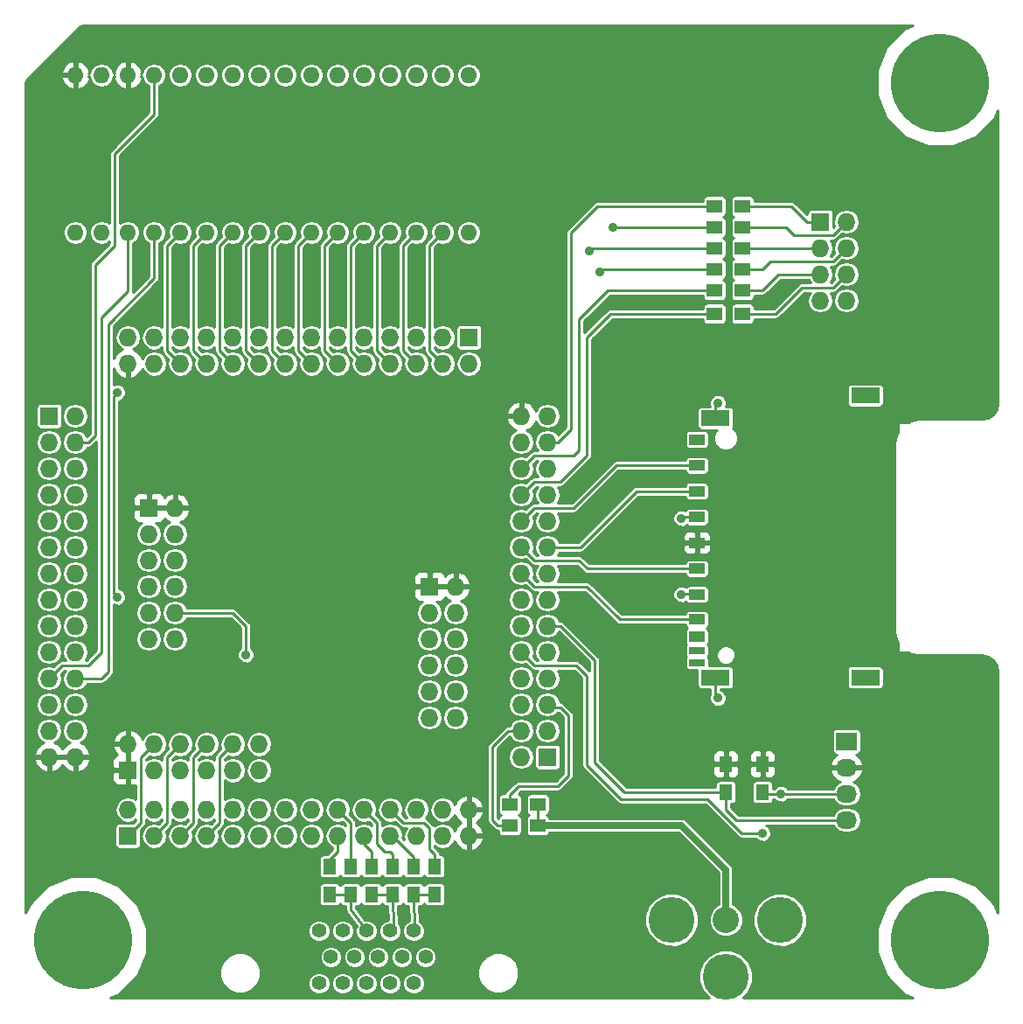
<source format=gbr>
G04 #@! TF.FileFunction,Copper,L1,Top,Signal*
%FSLAX46Y46*%
G04 Gerber Fmt 4.6, Leading zero omitted, Abs format (unit mm)*
G04 Created by KiCad (PCBNEW 4.0.1-stable) date 12/25/2016 3:43:21 PM*
%MOMM*%
G01*
G04 APERTURE LIST*
%ADD10C,0.150000*%
%ADD11C,9.525000*%
%ADD12R,1.727200X1.727200*%
%ADD13O,1.727200X1.727200*%
%ADD14O,1.600000X1.600000*%
%ADD15C,4.445000*%
%ADD16C,2.540000*%
%ADD17R,1.300000X1.500000*%
%ADD18R,1.500000X1.300000*%
%ADD19C,1.397000*%
%ADD20R,2.032000X1.727200*%
%ADD21O,2.032000X1.727200*%
%ADD22R,1.500000X0.700000*%
%ADD23R,1.500000X1.000000*%
%ADD24R,2.800000X1.500000*%
%ADD25C,0.889000*%
%ADD26C,0.254000*%
%ADD27C,0.635000*%
G04 APERTURE END LIST*
D10*
D11*
X99000000Y-16000000D03*
X99000000Y-99000000D03*
D12*
X20320000Y-88900000D03*
D13*
X20320000Y-86360000D03*
X22860000Y-88900000D03*
X22860000Y-86360000D03*
X25400000Y-88900000D03*
X25400000Y-86360000D03*
X27940000Y-88900000D03*
X27940000Y-86360000D03*
X30480000Y-88900000D03*
X30480000Y-86360000D03*
X33020000Y-88900000D03*
X33020000Y-86360000D03*
X35560000Y-88900000D03*
X35560000Y-86360000D03*
X38100000Y-88900000D03*
X38100000Y-86360000D03*
X40640000Y-88900000D03*
X40640000Y-86360000D03*
X43180000Y-88900000D03*
X43180000Y-86360000D03*
X45720000Y-88900000D03*
X45720000Y-86360000D03*
X48260000Y-88900000D03*
X48260000Y-86360000D03*
X50800000Y-88900000D03*
X50800000Y-86360000D03*
X53340000Y-88900000D03*
X53340000Y-86360000D03*
D12*
X60960000Y-81280000D03*
D13*
X58420000Y-81280000D03*
X60960000Y-78740000D03*
X58420000Y-78740000D03*
X60960000Y-76200000D03*
X58420000Y-76200000D03*
X60960000Y-73660000D03*
X58420000Y-73660000D03*
X60960000Y-71120000D03*
X58420000Y-71120000D03*
X60960000Y-68580000D03*
X58420000Y-68580000D03*
X60960000Y-66040000D03*
X58420000Y-66040000D03*
X60960000Y-63500000D03*
X58420000Y-63500000D03*
X60960000Y-60960000D03*
X58420000Y-60960000D03*
X60960000Y-58420000D03*
X58420000Y-58420000D03*
X60960000Y-55880000D03*
X58420000Y-55880000D03*
X60960000Y-53340000D03*
X58420000Y-53340000D03*
X60960000Y-50800000D03*
X58420000Y-50800000D03*
X60960000Y-48260000D03*
X58420000Y-48260000D03*
D12*
X53340000Y-40640000D03*
D13*
X53340000Y-43180000D03*
X50800000Y-40640000D03*
X50800000Y-43180000D03*
X48260000Y-40640000D03*
X48260000Y-43180000D03*
X45720000Y-40640000D03*
X45720000Y-43180000D03*
X43180000Y-40640000D03*
X43180000Y-43180000D03*
X40640000Y-40640000D03*
X40640000Y-43180000D03*
X38100000Y-40640000D03*
X38100000Y-43180000D03*
X35560000Y-40640000D03*
X35560000Y-43180000D03*
X33020000Y-40640000D03*
X33020000Y-43180000D03*
X30480000Y-40640000D03*
X30480000Y-43180000D03*
X27940000Y-40640000D03*
X27940000Y-43180000D03*
X25400000Y-40640000D03*
X25400000Y-43180000D03*
X22860000Y-40640000D03*
X22860000Y-43180000D03*
X20320000Y-40640000D03*
X20320000Y-43180000D03*
D12*
X12700000Y-48260000D03*
D13*
X15240000Y-48260000D03*
X12700000Y-50800000D03*
X15240000Y-50800000D03*
X12700000Y-53340000D03*
X15240000Y-53340000D03*
X12700000Y-55880000D03*
X15240000Y-55880000D03*
X12700000Y-58420000D03*
X15240000Y-58420000D03*
X12700000Y-60960000D03*
X15240000Y-60960000D03*
X12700000Y-63500000D03*
X15240000Y-63500000D03*
X12700000Y-66040000D03*
X15240000Y-66040000D03*
X12700000Y-68580000D03*
X15240000Y-68580000D03*
X12700000Y-71120000D03*
X15240000Y-71120000D03*
X12700000Y-73660000D03*
X15240000Y-73660000D03*
X12700000Y-76200000D03*
X15240000Y-76200000D03*
X12700000Y-78740000D03*
X15240000Y-78740000D03*
X12700000Y-81280000D03*
X15240000Y-81280000D03*
D14*
X15240000Y-30480000D03*
X17780000Y-30480000D03*
X20320000Y-30480000D03*
X22860000Y-30480000D03*
X25400000Y-30480000D03*
X27940000Y-30480000D03*
X30480000Y-30480000D03*
X33020000Y-30480000D03*
X35560000Y-30480000D03*
X38100000Y-30480000D03*
X40640000Y-30480000D03*
X43180000Y-30480000D03*
X45720000Y-30480000D03*
X48260000Y-30480000D03*
X50800000Y-30480000D03*
X53340000Y-30480000D03*
X53340000Y-15240000D03*
X50800000Y-15240000D03*
X48260000Y-15240000D03*
X45720000Y-15240000D03*
X43180000Y-15240000D03*
X40640000Y-15240000D03*
X38100000Y-15240000D03*
X35560000Y-15240000D03*
X33020000Y-15240000D03*
X30480000Y-15240000D03*
X27940000Y-15240000D03*
X25400000Y-15240000D03*
X22860000Y-15240000D03*
X20320000Y-15240000D03*
X17780000Y-15240000D03*
X15240000Y-15240000D03*
D15*
X78232000Y-102539800D03*
X83477100Y-97028000D03*
X72986900Y-97028000D03*
D16*
X78232000Y-97028000D03*
D12*
X20320000Y-82550000D03*
D13*
X20320000Y-80010000D03*
X22860000Y-82550000D03*
X22860000Y-80010000D03*
X25400000Y-82550000D03*
X25400000Y-80010000D03*
X27940000Y-82550000D03*
X27940000Y-80010000D03*
X30480000Y-82550000D03*
X30480000Y-80010000D03*
X33020000Y-82550000D03*
X33020000Y-80010000D03*
D17*
X48006000Y-91868000D03*
X48006000Y-94568000D03*
X50038000Y-91868000D03*
X50038000Y-94568000D03*
X43942000Y-91868000D03*
X43942000Y-94568000D03*
X45974000Y-91868000D03*
X45974000Y-94568000D03*
X41910000Y-91868000D03*
X41910000Y-94568000D03*
D18*
X57324000Y-85852000D03*
X60024000Y-85852000D03*
X57324000Y-87884000D03*
X60024000Y-87884000D03*
D17*
X81788000Y-81962000D03*
X81788000Y-84662000D03*
X78232000Y-81962000D03*
X78232000Y-84662000D03*
D18*
X77136000Y-27940000D03*
X79836000Y-27940000D03*
X77136000Y-32004000D03*
X79836000Y-32004000D03*
X77136000Y-36068000D03*
X79836000Y-36068000D03*
X79836000Y-29972000D03*
X77136000Y-29972000D03*
X79836000Y-34036000D03*
X77136000Y-34036000D03*
X79836000Y-38354000D03*
X77136000Y-38354000D03*
D19*
X43421300Y-98097340D03*
X45707300Y-98097340D03*
X47998380Y-98097340D03*
X41127680Y-98097340D03*
X38839140Y-98097340D03*
X42273220Y-100637340D03*
X44561760Y-100637340D03*
X46852840Y-100637340D03*
X49143920Y-100637340D03*
X39982140Y-100637340D03*
X47998380Y-103177340D03*
X45707300Y-103177340D03*
X43418760Y-103174800D03*
X41127680Y-103177340D03*
X38839140Y-103177340D03*
D20*
X89916000Y-79756000D03*
D21*
X89916000Y-82296000D03*
X89916000Y-84836000D03*
X89916000Y-87376000D03*
D12*
X87376000Y-29464000D03*
D13*
X89916000Y-29464000D03*
X87376000Y-32004000D03*
X89916000Y-32004000D03*
X87376000Y-34544000D03*
X89916000Y-34544000D03*
X87376000Y-37084000D03*
X89916000Y-37084000D03*
D11*
X16000000Y-99000000D03*
D17*
X39878000Y-91868000D03*
X39878000Y-94568000D03*
D12*
X22352000Y-57150000D03*
D13*
X24892000Y-57150000D03*
X22352000Y-59690000D03*
X24892000Y-59690000D03*
X22352000Y-62230000D03*
X24892000Y-62230000D03*
X22352000Y-64770000D03*
X24892000Y-64770000D03*
X22352000Y-67310000D03*
X24892000Y-67310000D03*
X22352000Y-69850000D03*
X24892000Y-69850000D03*
D12*
X49530000Y-64770000D03*
D13*
X52070000Y-64770000D03*
X49530000Y-67310000D03*
X52070000Y-67310000D03*
X49530000Y-69850000D03*
X52070000Y-69850000D03*
X49530000Y-72390000D03*
X52070000Y-72390000D03*
X49530000Y-74930000D03*
X52070000Y-74930000D03*
X49530000Y-77470000D03*
X52070000Y-77470000D03*
D22*
X75432000Y-72132000D03*
X75432000Y-70992000D03*
D23*
X75432000Y-55532000D03*
X75432000Y-53032000D03*
X75432000Y-58032000D03*
X75432000Y-60532000D03*
X75432000Y-63032000D03*
X75432000Y-65532000D03*
X75432000Y-67952000D03*
X75432000Y-69652000D03*
X75432000Y-50532000D03*
D24*
X77232000Y-48462000D03*
X77232000Y-73562000D03*
X91732000Y-73562000D03*
X91732000Y-46262000D03*
D25*
X77470000Y-75565000D03*
X77470000Y-46990000D03*
X73914000Y-65532000D03*
X73914000Y-58166000D03*
X19304000Y-45974000D03*
X19304000Y-65786000D03*
X81788000Y-88646000D03*
X83566000Y-84836000D03*
X67310000Y-29972000D03*
X66040000Y-34290000D03*
X65024000Y-32258000D03*
X31750000Y-71374000D03*
D26*
X77232000Y-73562000D02*
X77232000Y-75327000D01*
X77232000Y-75327000D02*
X77470000Y-75565000D01*
X77232000Y-48462000D02*
X77232000Y-47228000D01*
X77232000Y-47228000D02*
X77470000Y-46990000D01*
X75432000Y-65496000D02*
X73950000Y-65496000D01*
X73950000Y-65496000D02*
X73914000Y-65532000D01*
X75432000Y-58032000D02*
X74048000Y-58032000D01*
X74048000Y-58032000D02*
X73914000Y-58166000D01*
X39878000Y-91868000D02*
X39878000Y-91186000D01*
X40640000Y-90424000D02*
X40640000Y-88900000D01*
X39878000Y-91186000D02*
X40640000Y-90424000D01*
X40640000Y-86360000D02*
X41910000Y-87630000D01*
X41910000Y-87630000D02*
X41910000Y-91868000D01*
X43180000Y-88900000D02*
X43180000Y-89662000D01*
X43180000Y-89662000D02*
X43942000Y-90424000D01*
X43942000Y-90424000D02*
X43942000Y-91868000D01*
X43180000Y-86360000D02*
X44450000Y-87630000D01*
X45974000Y-90678000D02*
X45974000Y-91868000D01*
X45720000Y-90424000D02*
X45974000Y-90678000D01*
X45212000Y-90424000D02*
X45720000Y-90424000D01*
X44450000Y-89662000D02*
X45212000Y-90424000D01*
X44450000Y-87630000D02*
X44450000Y-89662000D01*
X50800000Y-43180000D02*
X49530000Y-41910000D01*
X49530000Y-31750000D02*
X50800000Y-30480000D01*
X49530000Y-41910000D02*
X49530000Y-31750000D01*
X48260000Y-43180000D02*
X46990000Y-41910000D01*
X46990000Y-31750000D02*
X48260000Y-30480000D01*
X46990000Y-41910000D02*
X46990000Y-31750000D01*
X45720000Y-43180000D02*
X44450000Y-41910000D01*
X44450000Y-31750000D02*
X45720000Y-30480000D01*
X44450000Y-41910000D02*
X44450000Y-31750000D01*
X43180000Y-43180000D02*
X41910000Y-41910000D01*
X41910000Y-31750000D02*
X43180000Y-30480000D01*
X41910000Y-41910000D02*
X41910000Y-31750000D01*
X40640000Y-43180000D02*
X39370000Y-41910000D01*
X39370000Y-31750000D02*
X40640000Y-30480000D01*
X39370000Y-41910000D02*
X39370000Y-31750000D01*
X38100000Y-43180000D02*
X36830000Y-41910000D01*
X36830000Y-31750000D02*
X38100000Y-30480000D01*
X36830000Y-41910000D02*
X36830000Y-31750000D01*
X35560000Y-43180000D02*
X34290000Y-41910000D01*
X34290000Y-31750000D02*
X35560000Y-30480000D01*
X34290000Y-41910000D02*
X34290000Y-31750000D01*
X33020000Y-43180000D02*
X31750000Y-41910000D01*
X31750000Y-31750000D02*
X33020000Y-30480000D01*
X31750000Y-41910000D02*
X31750000Y-31750000D01*
X30480000Y-43180000D02*
X29210000Y-41910000D01*
X29210000Y-31750000D02*
X30480000Y-30480000D01*
X29210000Y-41910000D02*
X29210000Y-31750000D01*
X27940000Y-43180000D02*
X26670000Y-41910000D01*
X26670000Y-31750000D02*
X27940000Y-30480000D01*
X26670000Y-41910000D02*
X26670000Y-31750000D01*
X25400000Y-43180000D02*
X24130000Y-41910000D01*
X24130000Y-31750000D02*
X25400000Y-30480000D01*
X24130000Y-41910000D02*
X24130000Y-31750000D01*
X18923002Y-46354998D02*
X19304000Y-45974000D01*
X18923002Y-65405002D02*
X18923002Y-46354998D01*
X19304000Y-65786000D02*
X18923002Y-65405002D01*
X12700000Y-73660000D02*
X13970000Y-72390000D01*
X13970000Y-72390000D02*
X16510000Y-72390000D01*
X17780000Y-71120000D02*
X17780000Y-38735000D01*
X16510000Y-72390000D02*
X17780000Y-71120000D01*
X20320000Y-30480000D02*
X20320000Y-36195000D01*
X20320000Y-36195000D02*
X17780000Y-38735000D01*
X15240000Y-73660000D02*
X17780000Y-73660000D01*
X18415000Y-73025000D02*
X18415000Y-39370000D01*
X17780000Y-73660000D02*
X18415000Y-73025000D01*
X15240000Y-73660000D02*
X15875000Y-73660000D01*
X22860000Y-34925000D02*
X22860000Y-30480000D01*
X18415000Y-39370000D02*
X22860000Y-34925000D01*
X15240000Y-50800000D02*
X16510000Y-50800000D01*
X22860000Y-19050000D02*
X22860000Y-15240000D01*
X19050000Y-22860000D02*
X22860000Y-19050000D01*
X19050000Y-31750000D02*
X19050000Y-22860000D01*
X17145000Y-33655000D02*
X19050000Y-31750000D01*
X17145000Y-50165000D02*
X17145000Y-33655000D01*
X16510000Y-50800000D02*
X17145000Y-50165000D01*
X59690000Y-72390000D02*
X63754000Y-72390000D01*
X63754000Y-72390000D02*
X64770000Y-73406000D01*
X68072000Y-85344000D02*
X76454000Y-85344000D01*
X64770000Y-82042000D02*
X68072000Y-85344000D01*
X64770000Y-73406000D02*
X64770000Y-82042000D01*
X79756000Y-88646000D02*
X81788000Y-88646000D01*
X76454000Y-85344000D02*
X79756000Y-88646000D01*
X58420000Y-71120000D02*
X59690000Y-72390000D01*
X89916000Y-84836000D02*
X83566000Y-84836000D01*
X58420000Y-71120000D02*
X58420000Y-71247000D01*
X58420000Y-71120000D02*
X58674000Y-71120000D01*
X83566000Y-84836000D02*
X81962000Y-84836000D01*
X81962000Y-84836000D02*
X81788000Y-84662000D01*
X60960000Y-68580000D02*
X62230000Y-68580000D01*
X68406000Y-84662000D02*
X78232000Y-84662000D01*
X65532000Y-81788000D02*
X68406000Y-84662000D01*
X65532000Y-71882000D02*
X65532000Y-81788000D01*
X62230000Y-68580000D02*
X65532000Y-71882000D01*
X78232000Y-86360000D02*
X78232000Y-84662000D01*
X79248000Y-87376000D02*
X78232000Y-86360000D01*
X89916000Y-87376000D02*
X79248000Y-87376000D01*
X60960000Y-58420000D02*
X61595000Y-58420000D01*
X67310000Y-29972000D02*
X77136000Y-29972000D01*
X66040000Y-34290000D02*
X66294000Y-34036000D01*
X66294000Y-34036000D02*
X77136000Y-34036000D01*
X77136000Y-38354000D02*
X67056000Y-38354000D01*
X62230000Y-54610000D02*
X59690000Y-54610000D01*
X64770000Y-52070000D02*
X62230000Y-54610000D01*
X64770000Y-40640000D02*
X64770000Y-52070000D01*
X67056000Y-38354000D02*
X64770000Y-40640000D01*
X59690000Y-54610000D02*
X58420000Y-55880000D01*
X60960000Y-53340000D02*
X60960000Y-52705000D01*
X60960000Y-53340000D02*
X60706000Y-53340000D01*
X65024000Y-32258000D02*
X65278000Y-32004000D01*
X65278000Y-32004000D02*
X77136000Y-32004000D01*
X58420000Y-53340000D02*
X59690000Y-52070000D01*
X59690000Y-52070000D02*
X63500000Y-52070000D01*
X63500000Y-52070000D02*
X64008000Y-51562000D01*
X64008000Y-51562000D02*
X64008000Y-38862000D01*
X64008000Y-38862000D02*
X66802000Y-36068000D01*
X66802000Y-36068000D02*
X77136000Y-36068000D01*
X60960000Y-50800000D02*
X61976000Y-50800000D01*
X65786000Y-27940000D02*
X77136000Y-27940000D01*
X63246000Y-30480000D02*
X65786000Y-27940000D01*
X63246000Y-49530000D02*
X63246000Y-30480000D01*
X61976000Y-50800000D02*
X63246000Y-49530000D01*
X57324000Y-87884000D02*
X56134000Y-87884000D01*
X57150000Y-78740000D02*
X58420000Y-78740000D01*
X55626000Y-80264000D02*
X57150000Y-78740000D01*
X55626000Y-87376000D02*
X55626000Y-80264000D01*
X56134000Y-87884000D02*
X55626000Y-87376000D01*
X58166000Y-84074000D02*
X61976000Y-84074000D01*
X62992000Y-83058000D02*
X62992000Y-77216000D01*
X61976000Y-84074000D02*
X62992000Y-83058000D01*
X62230000Y-76454000D02*
X61214000Y-76454000D01*
X62992000Y-77216000D02*
X62230000Y-76454000D01*
X61214000Y-76454000D02*
X60960000Y-76200000D01*
X57324000Y-85852000D02*
X57324000Y-84916000D01*
X57324000Y-84916000D02*
X58166000Y-84074000D01*
X60960000Y-76200000D02*
X61595000Y-76200000D01*
X75432000Y-53032000D02*
X67618000Y-53032000D01*
X67618000Y-53032000D02*
X63500000Y-57150000D01*
X58420000Y-58420000D02*
X59690000Y-57150000D01*
X59690000Y-57150000D02*
X63500000Y-57150000D01*
X75432000Y-63032000D02*
X64810000Y-63032000D01*
X64008000Y-62230000D02*
X59690000Y-62230000D01*
X64810000Y-63032000D02*
X64008000Y-62230000D01*
X59690000Y-62230000D02*
X58420000Y-60960000D01*
X20320000Y-88900000D02*
X21590000Y-87630000D01*
X21590000Y-81280000D02*
X22860000Y-80010000D01*
X21590000Y-87630000D02*
X21590000Y-81280000D01*
X22860000Y-88900000D02*
X24130000Y-87630000D01*
X24130000Y-81280000D02*
X25400000Y-80010000D01*
X24130000Y-87630000D02*
X24130000Y-81280000D01*
X25400000Y-88900000D02*
X26670000Y-87630000D01*
X26670000Y-81280000D02*
X27940000Y-80010000D01*
X26670000Y-87630000D02*
X26670000Y-81280000D01*
X27940000Y-88900000D02*
X29210000Y-87630000D01*
X29210000Y-81280000D02*
X30480000Y-80010000D01*
X29210000Y-87630000D02*
X29210000Y-81280000D01*
X45720000Y-88900000D02*
X45974000Y-88900000D01*
X45974000Y-88900000D02*
X48006000Y-90932000D01*
X48006000Y-90932000D02*
X48006000Y-91868000D01*
X45720000Y-88900000D02*
X45720000Y-89027000D01*
X50038000Y-91868000D02*
X50038000Y-90678000D01*
X46990000Y-87630000D02*
X45720000Y-86360000D01*
X49022000Y-87630000D02*
X46990000Y-87630000D01*
X49530000Y-88138000D02*
X49022000Y-87630000D01*
X49530000Y-90170000D02*
X49530000Y-88138000D01*
X50038000Y-90678000D02*
X49530000Y-90170000D01*
X49784000Y-91614000D02*
X50038000Y-91868000D01*
X45720000Y-86360000D02*
X45847000Y-86360000D01*
X87376000Y-29464000D02*
X86106000Y-29464000D01*
X84582000Y-27940000D02*
X79836000Y-27940000D01*
X86106000Y-29464000D02*
X84582000Y-27940000D01*
X84074000Y-29972000D02*
X79836000Y-29972000D01*
X84836000Y-30734000D02*
X84074000Y-29972000D01*
X88646000Y-30734000D02*
X84836000Y-30734000D01*
X89916000Y-29464000D02*
X88646000Y-30734000D01*
X87376000Y-32004000D02*
X79836000Y-32004000D01*
X89916000Y-32004000D02*
X88646000Y-33274000D01*
X88646000Y-33274000D02*
X82550000Y-33274000D01*
X82550000Y-33274000D02*
X81788000Y-34036000D01*
X81788000Y-34036000D02*
X79836000Y-34036000D01*
X81788000Y-36068000D02*
X79836000Y-36068000D01*
X83312000Y-34544000D02*
X81788000Y-36068000D01*
X87376000Y-34544000D02*
X83312000Y-34544000D01*
X83058000Y-38354000D02*
X79836000Y-38354000D01*
X85598000Y-35814000D02*
X83058000Y-38354000D01*
X88646000Y-35814000D02*
X85598000Y-35814000D01*
X89916000Y-34544000D02*
X88646000Y-35814000D01*
X41910000Y-94568000D02*
X41910000Y-96001840D01*
X41910000Y-96001840D02*
X43421300Y-98097340D01*
X39878000Y-94568000D02*
X41910000Y-94568000D01*
X41910000Y-94568000D02*
X42164000Y-94822000D01*
X45974000Y-94568000D02*
X46024800Y-97779840D01*
X46024800Y-97779840D02*
X45707300Y-98097340D01*
X43942000Y-94568000D02*
X45974000Y-94568000D01*
X45974000Y-94568000D02*
X46482000Y-95076000D01*
X48006000Y-94568000D02*
X48056800Y-98038920D01*
X48056800Y-98038920D02*
X47998380Y-98097340D01*
X48006000Y-94568000D02*
X50038000Y-94568000D01*
X50038000Y-94568000D02*
X50284380Y-94814380D01*
D27*
X60024000Y-87884000D02*
X73914000Y-87884000D01*
X73914000Y-87884000D02*
X78232000Y-92202000D01*
X78232000Y-92202000D02*
X78232000Y-97028000D01*
D26*
X78232000Y-92202000D02*
X78232000Y-97028000D01*
X60024000Y-87884000D02*
X60024000Y-85852000D01*
X24892000Y-67310000D02*
X30480000Y-67310000D01*
X31750000Y-68580000D02*
X31750000Y-71374000D01*
X30480000Y-67310000D02*
X31750000Y-68580000D01*
X75432000Y-67952000D02*
X67952000Y-67952000D01*
X67952000Y-67952000D02*
X64770000Y-64770000D01*
X58420000Y-63500000D02*
X59690000Y-64770000D01*
X59690000Y-64770000D02*
X64770000Y-64770000D01*
X75432000Y-55532000D02*
X69563000Y-55532000D01*
X69563000Y-55532000D02*
X64135000Y-60960000D01*
X60960000Y-60960000D02*
X64135000Y-60960000D01*
G36*
X95515482Y-10775185D02*
X93781275Y-12506368D01*
X92841571Y-14769425D01*
X92839433Y-17219825D01*
X93775185Y-19484518D01*
X95506368Y-21218725D01*
X97769425Y-22158429D01*
X100219825Y-22160567D01*
X102484518Y-21224815D01*
X104218725Y-19493632D01*
X104569000Y-18650077D01*
X104569000Y-46957548D01*
X104441766Y-47597198D01*
X104103479Y-48103481D01*
X103597197Y-48441767D01*
X102957552Y-48569000D01*
X97000000Y-48569000D01*
X96958364Y-48577282D01*
X96915916Y-48577282D01*
X96150554Y-48729522D01*
X95995182Y-48793878D01*
X95876767Y-48873000D01*
X95000000Y-48873000D01*
X94950590Y-48883006D01*
X94908965Y-48911447D01*
X94881685Y-48953841D01*
X94873000Y-49000000D01*
X94873000Y-49876766D01*
X94793877Y-49995182D01*
X94748371Y-50105043D01*
X94729522Y-50150549D01*
X94577282Y-50915916D01*
X94577282Y-50958364D01*
X94569000Y-51000000D01*
X94569000Y-69000000D01*
X94577282Y-69041636D01*
X94577282Y-69084084D01*
X94729522Y-69849451D01*
X94740271Y-69875400D01*
X94793877Y-70004818D01*
X94873000Y-70123234D01*
X94873000Y-71000000D01*
X94883006Y-71049410D01*
X94911447Y-71091035D01*
X94953841Y-71118315D01*
X95000000Y-71127000D01*
X95876767Y-71127000D01*
X95995182Y-71206122D01*
X96150550Y-71270478D01*
X96150554Y-71270478D01*
X96915916Y-71422718D01*
X96958364Y-71422718D01*
X97000000Y-71431000D01*
X102957552Y-71431000D01*
X103597197Y-71558233D01*
X104103479Y-71896519D01*
X104441766Y-72402802D01*
X104569000Y-73042452D01*
X104569000Y-96348473D01*
X104224815Y-95515482D01*
X102493632Y-93781275D01*
X100230575Y-92841571D01*
X97780175Y-92839433D01*
X95515482Y-93775185D01*
X93781275Y-95506368D01*
X92841571Y-97769425D01*
X92839433Y-100219825D01*
X93775185Y-102484518D01*
X95506368Y-104218725D01*
X96349923Y-104569000D01*
X79884378Y-104569000D01*
X80437853Y-104016490D01*
X80835047Y-103059940D01*
X80835951Y-102024204D01*
X80440427Y-101066962D01*
X79708690Y-100333947D01*
X78752140Y-99936753D01*
X77716404Y-99935849D01*
X76759162Y-100331373D01*
X76026147Y-101063110D01*
X75628953Y-102019660D01*
X75628049Y-103055396D01*
X76023573Y-104012638D01*
X76578965Y-104569000D01*
X18651527Y-104569000D01*
X19484518Y-104224815D01*
X21143329Y-102568896D01*
X29212397Y-102568896D01*
X29513351Y-103297260D01*
X30070129Y-103855011D01*
X30797966Y-104157235D01*
X31586056Y-104157923D01*
X32314420Y-103856969D01*
X32781079Y-103391124D01*
X37759453Y-103391124D01*
X37923451Y-103788029D01*
X38226854Y-104091962D01*
X38623472Y-104256653D01*
X39052924Y-104257027D01*
X39449829Y-104093029D01*
X39753762Y-103789626D01*
X39918453Y-103393008D01*
X39918454Y-103391124D01*
X40047993Y-103391124D01*
X40211991Y-103788029D01*
X40515394Y-104091962D01*
X40912012Y-104256653D01*
X41341464Y-104257027D01*
X41738369Y-104093029D01*
X42042302Y-103789626D01*
X42206993Y-103393008D01*
X42206996Y-103388584D01*
X42339073Y-103388584D01*
X42503071Y-103785489D01*
X42806474Y-104089422D01*
X43203092Y-104254113D01*
X43632544Y-104254487D01*
X44029449Y-104090489D01*
X44333382Y-103787086D01*
X44497800Y-103391124D01*
X44627613Y-103391124D01*
X44791611Y-103788029D01*
X45095014Y-104091962D01*
X45491632Y-104256653D01*
X45921084Y-104257027D01*
X46317989Y-104093029D01*
X46621922Y-103789626D01*
X46786613Y-103393008D01*
X46786614Y-103391124D01*
X46918693Y-103391124D01*
X47082691Y-103788029D01*
X47386094Y-104091962D01*
X47782712Y-104256653D01*
X48212164Y-104257027D01*
X48609069Y-104093029D01*
X48913002Y-103789626D01*
X49077693Y-103393008D01*
X49078067Y-102963556D01*
X48914997Y-102568896D01*
X54200917Y-102568896D01*
X54501871Y-103297260D01*
X55058649Y-103855011D01*
X55786486Y-104157235D01*
X56574576Y-104157923D01*
X57302940Y-103856969D01*
X57860691Y-103300191D01*
X58162915Y-102572354D01*
X58163603Y-101784264D01*
X57862649Y-101055900D01*
X57305871Y-100498149D01*
X56578034Y-100195925D01*
X55789944Y-100195237D01*
X55061580Y-100496191D01*
X54503829Y-101052969D01*
X54201605Y-101780806D01*
X54200917Y-102568896D01*
X48914997Y-102568896D01*
X48914069Y-102566651D01*
X48610666Y-102262718D01*
X48214048Y-102098027D01*
X47784596Y-102097653D01*
X47387691Y-102261651D01*
X47083758Y-102565054D01*
X46919067Y-102961672D01*
X46918693Y-103391124D01*
X46786614Y-103391124D01*
X46786987Y-102963556D01*
X46622989Y-102566651D01*
X46319586Y-102262718D01*
X45922968Y-102098027D01*
X45493516Y-102097653D01*
X45096611Y-102261651D01*
X44792678Y-102565054D01*
X44627987Y-102961672D01*
X44627613Y-103391124D01*
X44497800Y-103391124D01*
X44498073Y-103390468D01*
X44498447Y-102961016D01*
X44334449Y-102564111D01*
X44031046Y-102260178D01*
X43634428Y-102095487D01*
X43204976Y-102095113D01*
X42808071Y-102259111D01*
X42504138Y-102562514D01*
X42339447Y-102959132D01*
X42339073Y-103388584D01*
X42206996Y-103388584D01*
X42207367Y-102963556D01*
X42043369Y-102566651D01*
X41739966Y-102262718D01*
X41343348Y-102098027D01*
X40913896Y-102097653D01*
X40516991Y-102261651D01*
X40213058Y-102565054D01*
X40048367Y-102961672D01*
X40047993Y-103391124D01*
X39918454Y-103391124D01*
X39918827Y-102963556D01*
X39754829Y-102566651D01*
X39451426Y-102262718D01*
X39054808Y-102098027D01*
X38625356Y-102097653D01*
X38228451Y-102261651D01*
X37924518Y-102565054D01*
X37759827Y-102961672D01*
X37759453Y-103391124D01*
X32781079Y-103391124D01*
X32872171Y-103300191D01*
X33174395Y-102572354D01*
X33175083Y-101784264D01*
X32874129Y-101055900D01*
X32669711Y-100851124D01*
X38902453Y-100851124D01*
X39066451Y-101248029D01*
X39369854Y-101551962D01*
X39766472Y-101716653D01*
X40195924Y-101717027D01*
X40592829Y-101553029D01*
X40896762Y-101249626D01*
X41061453Y-100853008D01*
X41061454Y-100851124D01*
X41193533Y-100851124D01*
X41357531Y-101248029D01*
X41660934Y-101551962D01*
X42057552Y-101716653D01*
X42487004Y-101717027D01*
X42883909Y-101553029D01*
X43187842Y-101249626D01*
X43352533Y-100853008D01*
X43352534Y-100851124D01*
X43482073Y-100851124D01*
X43646071Y-101248029D01*
X43949474Y-101551962D01*
X44346092Y-101716653D01*
X44775544Y-101717027D01*
X45172449Y-101553029D01*
X45476382Y-101249626D01*
X45641073Y-100853008D01*
X45641074Y-100851124D01*
X45773153Y-100851124D01*
X45937151Y-101248029D01*
X46240554Y-101551962D01*
X46637172Y-101716653D01*
X47066624Y-101717027D01*
X47463529Y-101553029D01*
X47767462Y-101249626D01*
X47932153Y-100853008D01*
X47932154Y-100851124D01*
X48064233Y-100851124D01*
X48228231Y-101248029D01*
X48531634Y-101551962D01*
X48928252Y-101716653D01*
X49357704Y-101717027D01*
X49754609Y-101553029D01*
X50058542Y-101249626D01*
X50223233Y-100853008D01*
X50223607Y-100423556D01*
X50059609Y-100026651D01*
X49756206Y-99722718D01*
X49359588Y-99558027D01*
X48930136Y-99557653D01*
X48533231Y-99721651D01*
X48229298Y-100025054D01*
X48064607Y-100421672D01*
X48064233Y-100851124D01*
X47932154Y-100851124D01*
X47932527Y-100423556D01*
X47768529Y-100026651D01*
X47465126Y-99722718D01*
X47068508Y-99558027D01*
X46639056Y-99557653D01*
X46242151Y-99721651D01*
X45938218Y-100025054D01*
X45773527Y-100421672D01*
X45773153Y-100851124D01*
X45641074Y-100851124D01*
X45641447Y-100423556D01*
X45477449Y-100026651D01*
X45174046Y-99722718D01*
X44777428Y-99558027D01*
X44347976Y-99557653D01*
X43951071Y-99721651D01*
X43647138Y-100025054D01*
X43482447Y-100421672D01*
X43482073Y-100851124D01*
X43352534Y-100851124D01*
X43352907Y-100423556D01*
X43188909Y-100026651D01*
X42885506Y-99722718D01*
X42488888Y-99558027D01*
X42059436Y-99557653D01*
X41662531Y-99721651D01*
X41358598Y-100025054D01*
X41193907Y-100421672D01*
X41193533Y-100851124D01*
X41061454Y-100851124D01*
X41061827Y-100423556D01*
X40897829Y-100026651D01*
X40594426Y-99722718D01*
X40197808Y-99558027D01*
X39768356Y-99557653D01*
X39371451Y-99721651D01*
X39067518Y-100025054D01*
X38902827Y-100421672D01*
X38902453Y-100851124D01*
X32669711Y-100851124D01*
X32317351Y-100498149D01*
X31589514Y-100195925D01*
X30801424Y-100195237D01*
X30073060Y-100496191D01*
X29515309Y-101052969D01*
X29213085Y-101780806D01*
X29212397Y-102568896D01*
X21143329Y-102568896D01*
X21218725Y-102493632D01*
X22158429Y-100230575D01*
X22160103Y-98311124D01*
X37759453Y-98311124D01*
X37923451Y-98708029D01*
X38226854Y-99011962D01*
X38623472Y-99176653D01*
X39052924Y-99177027D01*
X39449829Y-99013029D01*
X39753762Y-98709626D01*
X39918453Y-98313008D01*
X39918454Y-98311124D01*
X40047993Y-98311124D01*
X40211991Y-98708029D01*
X40515394Y-99011962D01*
X40912012Y-99176653D01*
X41341464Y-99177027D01*
X41738369Y-99013029D01*
X42042302Y-98709626D01*
X42206993Y-98313008D01*
X42207367Y-97883556D01*
X42043369Y-97486651D01*
X41739966Y-97182718D01*
X41343348Y-97018027D01*
X40913896Y-97017653D01*
X40516991Y-97181651D01*
X40213058Y-97485054D01*
X40048367Y-97881672D01*
X40047993Y-98311124D01*
X39918454Y-98311124D01*
X39918827Y-97883556D01*
X39754829Y-97486651D01*
X39451426Y-97182718D01*
X39054808Y-97018027D01*
X38625356Y-97017653D01*
X38228451Y-97181651D01*
X37924518Y-97485054D01*
X37759827Y-97881672D01*
X37759453Y-98311124D01*
X22160103Y-98311124D01*
X22160567Y-97780175D01*
X21224815Y-95515482D01*
X19530293Y-93818000D01*
X38839536Y-93818000D01*
X38839536Y-95318000D01*
X38866103Y-95459190D01*
X38949546Y-95588865D01*
X39076866Y-95675859D01*
X39228000Y-95706464D01*
X40528000Y-95706464D01*
X40669190Y-95679897D01*
X40798865Y-95596454D01*
X40885859Y-95469134D01*
X40893176Y-95433003D01*
X40898103Y-95459190D01*
X40981546Y-95588865D01*
X41108866Y-95675859D01*
X41260000Y-95706464D01*
X41402000Y-95706464D01*
X41402000Y-96001840D01*
X41413514Y-96059723D01*
X41415624Y-96118702D01*
X41432667Y-96156013D01*
X41440669Y-96196243D01*
X41473457Y-96245314D01*
X41497978Y-96298996D01*
X42450665Y-97619948D01*
X42341987Y-97881672D01*
X42341613Y-98311124D01*
X42505611Y-98708029D01*
X42809014Y-99011962D01*
X43205632Y-99176653D01*
X43635084Y-99177027D01*
X44031989Y-99013029D01*
X44335922Y-98709626D01*
X44500613Y-98313008D01*
X44500987Y-97883556D01*
X44336989Y-97486651D01*
X44033586Y-97182718D01*
X43636968Y-97018027D01*
X43268990Y-97017707D01*
X42418000Y-95837763D01*
X42418000Y-95706464D01*
X42560000Y-95706464D01*
X42701190Y-95679897D01*
X42830865Y-95596454D01*
X42917859Y-95469134D01*
X42925176Y-95433003D01*
X42930103Y-95459190D01*
X43013546Y-95588865D01*
X43140866Y-95675859D01*
X43292000Y-95706464D01*
X44592000Y-95706464D01*
X44733190Y-95679897D01*
X44862865Y-95596454D01*
X44949859Y-95469134D01*
X44957176Y-95433003D01*
X44962103Y-95459190D01*
X45045546Y-95588865D01*
X45172866Y-95675859D01*
X45324000Y-95706464D01*
X45483943Y-95706464D01*
X45504682Y-97017663D01*
X45493516Y-97017653D01*
X45096611Y-97181651D01*
X44792678Y-97485054D01*
X44627987Y-97881672D01*
X44627613Y-98311124D01*
X44791611Y-98708029D01*
X45095014Y-99011962D01*
X45491632Y-99176653D01*
X45921084Y-99177027D01*
X46317989Y-99013029D01*
X46621922Y-98709626D01*
X46786613Y-98313008D01*
X46786987Y-97883556D01*
X46622989Y-97486651D01*
X46526700Y-97390194D01*
X46500070Y-95706464D01*
X46624000Y-95706464D01*
X46765190Y-95679897D01*
X46894865Y-95596454D01*
X46981859Y-95469134D01*
X46989176Y-95433003D01*
X46994103Y-95459190D01*
X47077546Y-95588865D01*
X47204866Y-95675859D01*
X47356000Y-95706464D01*
X47514608Y-95706464D01*
X47535306Y-97120658D01*
X47387691Y-97181651D01*
X47083758Y-97485054D01*
X46919067Y-97881672D01*
X46918693Y-98311124D01*
X47082691Y-98708029D01*
X47386094Y-99011962D01*
X47782712Y-99176653D01*
X48212164Y-99177027D01*
X48609069Y-99013029D01*
X48913002Y-98709626D01*
X49077693Y-98313008D01*
X49078067Y-97883556D01*
X48937599Y-97543596D01*
X70382949Y-97543596D01*
X70778473Y-98500838D01*
X71510210Y-99233853D01*
X72466760Y-99631047D01*
X73502496Y-99631951D01*
X74459738Y-99236427D01*
X75192753Y-98504690D01*
X75589947Y-97548140D01*
X75590851Y-96512404D01*
X75195327Y-95555162D01*
X74463590Y-94822147D01*
X73507040Y-94424953D01*
X72471304Y-94424049D01*
X71514062Y-94819573D01*
X70781047Y-95551310D01*
X70383853Y-96507860D01*
X70382949Y-97543596D01*
X48937599Y-97543596D01*
X48914069Y-97486651D01*
X48610666Y-97182718D01*
X48551967Y-97158344D01*
X48530717Y-95706464D01*
X48656000Y-95706464D01*
X48797190Y-95679897D01*
X48926865Y-95596454D01*
X49013859Y-95469134D01*
X49021176Y-95433003D01*
X49026103Y-95459190D01*
X49109546Y-95588865D01*
X49236866Y-95675859D01*
X49388000Y-95706464D01*
X50688000Y-95706464D01*
X50829190Y-95679897D01*
X50958865Y-95596454D01*
X51045859Y-95469134D01*
X51076464Y-95318000D01*
X51076464Y-93818000D01*
X51049897Y-93676810D01*
X50966454Y-93547135D01*
X50839134Y-93460141D01*
X50688000Y-93429536D01*
X49388000Y-93429536D01*
X49246810Y-93456103D01*
X49117135Y-93539546D01*
X49030141Y-93666866D01*
X49022824Y-93702997D01*
X49017897Y-93676810D01*
X48934454Y-93547135D01*
X48807134Y-93460141D01*
X48656000Y-93429536D01*
X47356000Y-93429536D01*
X47214810Y-93456103D01*
X47085135Y-93539546D01*
X46998141Y-93666866D01*
X46990824Y-93702997D01*
X46985897Y-93676810D01*
X46902454Y-93547135D01*
X46775134Y-93460141D01*
X46624000Y-93429536D01*
X45324000Y-93429536D01*
X45182810Y-93456103D01*
X45053135Y-93539546D01*
X44966141Y-93666866D01*
X44958824Y-93702997D01*
X44953897Y-93676810D01*
X44870454Y-93547135D01*
X44743134Y-93460141D01*
X44592000Y-93429536D01*
X43292000Y-93429536D01*
X43150810Y-93456103D01*
X43021135Y-93539546D01*
X42934141Y-93666866D01*
X42926824Y-93702997D01*
X42921897Y-93676810D01*
X42838454Y-93547135D01*
X42711134Y-93460141D01*
X42560000Y-93429536D01*
X41260000Y-93429536D01*
X41118810Y-93456103D01*
X40989135Y-93539546D01*
X40902141Y-93666866D01*
X40894824Y-93702997D01*
X40889897Y-93676810D01*
X40806454Y-93547135D01*
X40679134Y-93460141D01*
X40528000Y-93429536D01*
X39228000Y-93429536D01*
X39086810Y-93456103D01*
X38957135Y-93539546D01*
X38870141Y-93666866D01*
X38839536Y-93818000D01*
X19530293Y-93818000D01*
X19493632Y-93781275D01*
X17230575Y-92841571D01*
X14780175Y-92839433D01*
X12515482Y-93775185D01*
X10781275Y-95506368D01*
X10431000Y-96349923D01*
X10431000Y-91118000D01*
X38839536Y-91118000D01*
X38839536Y-92618000D01*
X38866103Y-92759190D01*
X38949546Y-92888865D01*
X39076866Y-92975859D01*
X39228000Y-93006464D01*
X40528000Y-93006464D01*
X40669190Y-92979897D01*
X40798865Y-92896454D01*
X40885859Y-92769134D01*
X40893176Y-92733003D01*
X40898103Y-92759190D01*
X40981546Y-92888865D01*
X41108866Y-92975859D01*
X41260000Y-93006464D01*
X42560000Y-93006464D01*
X42701190Y-92979897D01*
X42830865Y-92896454D01*
X42917859Y-92769134D01*
X42925176Y-92733003D01*
X42930103Y-92759190D01*
X43013546Y-92888865D01*
X43140866Y-92975859D01*
X43292000Y-93006464D01*
X44592000Y-93006464D01*
X44733190Y-92979897D01*
X44862865Y-92896454D01*
X44949859Y-92769134D01*
X44957176Y-92733003D01*
X44962103Y-92759190D01*
X45045546Y-92888865D01*
X45172866Y-92975859D01*
X45324000Y-93006464D01*
X46624000Y-93006464D01*
X46765190Y-92979897D01*
X46894865Y-92896454D01*
X46981859Y-92769134D01*
X46989176Y-92733003D01*
X46994103Y-92759190D01*
X47077546Y-92888865D01*
X47204866Y-92975859D01*
X47356000Y-93006464D01*
X48656000Y-93006464D01*
X48797190Y-92979897D01*
X48926865Y-92896454D01*
X49013859Y-92769134D01*
X49021176Y-92733003D01*
X49026103Y-92759190D01*
X49109546Y-92888865D01*
X49236866Y-92975859D01*
X49388000Y-93006464D01*
X50688000Y-93006464D01*
X50829190Y-92979897D01*
X50958865Y-92896454D01*
X51045859Y-92769134D01*
X51076464Y-92618000D01*
X51076464Y-91118000D01*
X51049897Y-90976810D01*
X50966454Y-90847135D01*
X50839134Y-90760141D01*
X50688000Y-90729536D01*
X50546000Y-90729536D01*
X50546000Y-90678000D01*
X50507331Y-90483597D01*
X50421377Y-90354958D01*
X50397210Y-90318789D01*
X50038000Y-89959580D01*
X50038000Y-89883336D01*
X50323712Y-90074243D01*
X50800000Y-90168983D01*
X51276288Y-90074243D01*
X51680065Y-89804448D01*
X51949860Y-89400671D01*
X51950324Y-89398338D01*
X52133179Y-89788490D01*
X52565053Y-90182688D01*
X52980974Y-90354958D01*
X53213000Y-90233817D01*
X53213000Y-89027000D01*
X53467000Y-89027000D01*
X53467000Y-90233817D01*
X53699026Y-90354958D01*
X54114947Y-90182688D01*
X54546821Y-89788490D01*
X54794968Y-89259027D01*
X54674469Y-89027000D01*
X53467000Y-89027000D01*
X53213000Y-89027000D01*
X53193000Y-89027000D01*
X53193000Y-88773000D01*
X53213000Y-88773000D01*
X53213000Y-86487000D01*
X53467000Y-86487000D01*
X53467000Y-88773000D01*
X54674469Y-88773000D01*
X54794968Y-88540973D01*
X54546821Y-88011510D01*
X54128848Y-87630000D01*
X54546821Y-87248490D01*
X54794968Y-86719027D01*
X54674469Y-86487000D01*
X53467000Y-86487000D01*
X53213000Y-86487000D01*
X53193000Y-86487000D01*
X53193000Y-86233000D01*
X53213000Y-86233000D01*
X53213000Y-85026183D01*
X53467000Y-85026183D01*
X53467000Y-86233000D01*
X54674469Y-86233000D01*
X54794968Y-86000973D01*
X54546821Y-85471510D01*
X54114947Y-85077312D01*
X53699026Y-84905042D01*
X53467000Y-85026183D01*
X53213000Y-85026183D01*
X52980974Y-84905042D01*
X52565053Y-85077312D01*
X52133179Y-85471510D01*
X51950324Y-85861662D01*
X51949860Y-85859329D01*
X51680065Y-85455552D01*
X51276288Y-85185757D01*
X50800000Y-85091017D01*
X50323712Y-85185757D01*
X49919935Y-85455552D01*
X49650140Y-85859329D01*
X49555400Y-86335617D01*
X49555400Y-86384383D01*
X49650140Y-86860671D01*
X49919935Y-87264448D01*
X50323712Y-87534243D01*
X50800000Y-87628983D01*
X51276288Y-87534243D01*
X51680065Y-87264448D01*
X51949860Y-86860671D01*
X51950324Y-86858338D01*
X52133179Y-87248490D01*
X52551152Y-87630000D01*
X52133179Y-88011510D01*
X51950324Y-88401662D01*
X51949860Y-88399329D01*
X51680065Y-87995552D01*
X51276288Y-87725757D01*
X50800000Y-87631017D01*
X50323712Y-87725757D01*
X49998825Y-87942840D01*
X49938320Y-87852288D01*
X49889210Y-87778789D01*
X49381210Y-87270790D01*
X49216403Y-87160669D01*
X49210229Y-87159441D01*
X49409860Y-86860671D01*
X49504600Y-86384383D01*
X49504600Y-86335617D01*
X49409860Y-85859329D01*
X49140065Y-85455552D01*
X48736288Y-85185757D01*
X48260000Y-85091017D01*
X47783712Y-85185757D01*
X47379935Y-85455552D01*
X47110140Y-85859329D01*
X47015400Y-86335617D01*
X47015400Y-86384383D01*
X47110140Y-86860671D01*
X47284754Y-87122000D01*
X47200420Y-87122000D01*
X46881346Y-86802926D01*
X46964600Y-86384383D01*
X46964600Y-86335617D01*
X46869860Y-85859329D01*
X46600065Y-85455552D01*
X46196288Y-85185757D01*
X45720000Y-85091017D01*
X45243712Y-85185757D01*
X44839935Y-85455552D01*
X44570140Y-85859329D01*
X44475400Y-86335617D01*
X44475400Y-86384383D01*
X44570140Y-86860671D01*
X44839935Y-87264448D01*
X45243712Y-87534243D01*
X45720000Y-87628983D01*
X46179218Y-87537638D01*
X46630790Y-87989210D01*
X46795596Y-88099331D01*
X46827850Y-88105746D01*
X46990000Y-88138000D01*
X47284754Y-88138000D01*
X47110140Y-88399329D01*
X47015400Y-88875617D01*
X47015400Y-88924383D01*
X47089543Y-89297123D01*
X46923488Y-89131068D01*
X46964600Y-88924383D01*
X46964600Y-88875617D01*
X46869860Y-88399329D01*
X46600065Y-87995552D01*
X46196288Y-87725757D01*
X45720000Y-87631017D01*
X45243712Y-87725757D01*
X44958000Y-87916664D01*
X44958000Y-87630000D01*
X44919331Y-87435597D01*
X44919331Y-87435596D01*
X44809210Y-87270790D01*
X44341346Y-86802926D01*
X44424600Y-86384383D01*
X44424600Y-86335617D01*
X44329860Y-85859329D01*
X44060065Y-85455552D01*
X43656288Y-85185757D01*
X43180000Y-85091017D01*
X42703712Y-85185757D01*
X42299935Y-85455552D01*
X42030140Y-85859329D01*
X41935400Y-86335617D01*
X41935400Y-86384383D01*
X42030140Y-86860671D01*
X42299935Y-87264448D01*
X42703712Y-87534243D01*
X43180000Y-87628983D01*
X43639218Y-87537638D01*
X43942000Y-87840420D01*
X43942000Y-87916664D01*
X43656288Y-87725757D01*
X43180000Y-87631017D01*
X42703712Y-87725757D01*
X42418000Y-87916664D01*
X42418000Y-87630000D01*
X42379331Y-87435597D01*
X42379331Y-87435596D01*
X42269210Y-87270790D01*
X41801346Y-86802926D01*
X41884600Y-86384383D01*
X41884600Y-86335617D01*
X41789860Y-85859329D01*
X41520065Y-85455552D01*
X41116288Y-85185757D01*
X40640000Y-85091017D01*
X40163712Y-85185757D01*
X39759935Y-85455552D01*
X39490140Y-85859329D01*
X39395400Y-86335617D01*
X39395400Y-86384383D01*
X39490140Y-86860671D01*
X39759935Y-87264448D01*
X40163712Y-87534243D01*
X40640000Y-87628983D01*
X41099218Y-87537638D01*
X41402000Y-87840420D01*
X41402000Y-87916664D01*
X41116288Y-87725757D01*
X40640000Y-87631017D01*
X40163712Y-87725757D01*
X39759935Y-87995552D01*
X39490140Y-88399329D01*
X39395400Y-88875617D01*
X39395400Y-88924383D01*
X39490140Y-89400671D01*
X39759935Y-89804448D01*
X40132000Y-90053054D01*
X40132000Y-90213580D01*
X39616044Y-90729536D01*
X39228000Y-90729536D01*
X39086810Y-90756103D01*
X38957135Y-90839546D01*
X38870141Y-90966866D01*
X38839536Y-91118000D01*
X10431000Y-91118000D01*
X10431000Y-88036400D01*
X19067936Y-88036400D01*
X19067936Y-89763600D01*
X19094503Y-89904790D01*
X19177946Y-90034465D01*
X19305266Y-90121459D01*
X19456400Y-90152064D01*
X21183600Y-90152064D01*
X21324790Y-90125497D01*
X21454465Y-90042054D01*
X21541459Y-89914734D01*
X21572064Y-89763600D01*
X21572064Y-88366356D01*
X21949210Y-87989210D01*
X22059331Y-87824404D01*
X22068404Y-87778789D01*
X22098000Y-87630000D01*
X22098000Y-87343336D01*
X22383712Y-87534243D01*
X22860000Y-87628983D01*
X23336288Y-87534243D01*
X23622000Y-87343336D01*
X23622000Y-87419580D01*
X23319218Y-87722362D01*
X22860000Y-87631017D01*
X22383712Y-87725757D01*
X21979935Y-87995552D01*
X21710140Y-88399329D01*
X21615400Y-88875617D01*
X21615400Y-88924383D01*
X21710140Y-89400671D01*
X21979935Y-89804448D01*
X22383712Y-90074243D01*
X22860000Y-90168983D01*
X23336288Y-90074243D01*
X23740065Y-89804448D01*
X24009860Y-89400671D01*
X24104600Y-88924383D01*
X24104600Y-88875617D01*
X24021346Y-88457074D01*
X24489210Y-87989210D01*
X24599331Y-87824404D01*
X24608404Y-87778789D01*
X24638000Y-87630000D01*
X24638000Y-87343336D01*
X24923712Y-87534243D01*
X25400000Y-87628983D01*
X25876288Y-87534243D01*
X26162000Y-87343336D01*
X26162000Y-87419580D01*
X25859218Y-87722362D01*
X25400000Y-87631017D01*
X24923712Y-87725757D01*
X24519935Y-87995552D01*
X24250140Y-88399329D01*
X24155400Y-88875617D01*
X24155400Y-88924383D01*
X24250140Y-89400671D01*
X24519935Y-89804448D01*
X24923712Y-90074243D01*
X25400000Y-90168983D01*
X25876288Y-90074243D01*
X26280065Y-89804448D01*
X26549860Y-89400671D01*
X26644600Y-88924383D01*
X26644600Y-88875617D01*
X26561346Y-88457074D01*
X27029210Y-87989210D01*
X27139331Y-87824404D01*
X27148404Y-87778789D01*
X27178000Y-87630000D01*
X27178000Y-87343336D01*
X27463712Y-87534243D01*
X27940000Y-87628983D01*
X28416288Y-87534243D01*
X28702000Y-87343336D01*
X28702000Y-87419580D01*
X28399218Y-87722362D01*
X27940000Y-87631017D01*
X27463712Y-87725757D01*
X27059935Y-87995552D01*
X26790140Y-88399329D01*
X26695400Y-88875617D01*
X26695400Y-88924383D01*
X26790140Y-89400671D01*
X27059935Y-89804448D01*
X27463712Y-90074243D01*
X27940000Y-90168983D01*
X28416288Y-90074243D01*
X28820065Y-89804448D01*
X29089860Y-89400671D01*
X29184600Y-88924383D01*
X29184600Y-88875617D01*
X29235400Y-88875617D01*
X29235400Y-88924383D01*
X29330140Y-89400671D01*
X29599935Y-89804448D01*
X30003712Y-90074243D01*
X30480000Y-90168983D01*
X30956288Y-90074243D01*
X31360065Y-89804448D01*
X31629860Y-89400671D01*
X31724600Y-88924383D01*
X31724600Y-88875617D01*
X31775400Y-88875617D01*
X31775400Y-88924383D01*
X31870140Y-89400671D01*
X32139935Y-89804448D01*
X32543712Y-90074243D01*
X33020000Y-90168983D01*
X33496288Y-90074243D01*
X33900065Y-89804448D01*
X34169860Y-89400671D01*
X34264600Y-88924383D01*
X34264600Y-88875617D01*
X34315400Y-88875617D01*
X34315400Y-88924383D01*
X34410140Y-89400671D01*
X34679935Y-89804448D01*
X35083712Y-90074243D01*
X35560000Y-90168983D01*
X36036288Y-90074243D01*
X36440065Y-89804448D01*
X36709860Y-89400671D01*
X36804600Y-88924383D01*
X36804600Y-88875617D01*
X36855400Y-88875617D01*
X36855400Y-88924383D01*
X36950140Y-89400671D01*
X37219935Y-89804448D01*
X37623712Y-90074243D01*
X38100000Y-90168983D01*
X38576288Y-90074243D01*
X38980065Y-89804448D01*
X39249860Y-89400671D01*
X39344600Y-88924383D01*
X39344600Y-88875617D01*
X39249860Y-88399329D01*
X38980065Y-87995552D01*
X38576288Y-87725757D01*
X38100000Y-87631017D01*
X37623712Y-87725757D01*
X37219935Y-87995552D01*
X36950140Y-88399329D01*
X36855400Y-88875617D01*
X36804600Y-88875617D01*
X36709860Y-88399329D01*
X36440065Y-87995552D01*
X36036288Y-87725757D01*
X35560000Y-87631017D01*
X35083712Y-87725757D01*
X34679935Y-87995552D01*
X34410140Y-88399329D01*
X34315400Y-88875617D01*
X34264600Y-88875617D01*
X34169860Y-88399329D01*
X33900065Y-87995552D01*
X33496288Y-87725757D01*
X33020000Y-87631017D01*
X32543712Y-87725757D01*
X32139935Y-87995552D01*
X31870140Y-88399329D01*
X31775400Y-88875617D01*
X31724600Y-88875617D01*
X31629860Y-88399329D01*
X31360065Y-87995552D01*
X30956288Y-87725757D01*
X30480000Y-87631017D01*
X30003712Y-87725757D01*
X29599935Y-87995552D01*
X29330140Y-88399329D01*
X29235400Y-88875617D01*
X29184600Y-88875617D01*
X29101346Y-88457074D01*
X29569210Y-87989210D01*
X29679331Y-87824404D01*
X29688404Y-87778789D01*
X29718000Y-87630000D01*
X29718000Y-87343336D01*
X30003712Y-87534243D01*
X30480000Y-87628983D01*
X30956288Y-87534243D01*
X31360065Y-87264448D01*
X31629860Y-86860671D01*
X31724600Y-86384383D01*
X31724600Y-86335617D01*
X31775400Y-86335617D01*
X31775400Y-86384383D01*
X31870140Y-86860671D01*
X32139935Y-87264448D01*
X32543712Y-87534243D01*
X33020000Y-87628983D01*
X33496288Y-87534243D01*
X33900065Y-87264448D01*
X34169860Y-86860671D01*
X34264600Y-86384383D01*
X34264600Y-86335617D01*
X34315400Y-86335617D01*
X34315400Y-86384383D01*
X34410140Y-86860671D01*
X34679935Y-87264448D01*
X35083712Y-87534243D01*
X35560000Y-87628983D01*
X36036288Y-87534243D01*
X36440065Y-87264448D01*
X36709860Y-86860671D01*
X36804600Y-86384383D01*
X36804600Y-86335617D01*
X36855400Y-86335617D01*
X36855400Y-86384383D01*
X36950140Y-86860671D01*
X37219935Y-87264448D01*
X37623712Y-87534243D01*
X38100000Y-87628983D01*
X38576288Y-87534243D01*
X38980065Y-87264448D01*
X39249860Y-86860671D01*
X39344600Y-86384383D01*
X39344600Y-86335617D01*
X39249860Y-85859329D01*
X38980065Y-85455552D01*
X38576288Y-85185757D01*
X38100000Y-85091017D01*
X37623712Y-85185757D01*
X37219935Y-85455552D01*
X36950140Y-85859329D01*
X36855400Y-86335617D01*
X36804600Y-86335617D01*
X36709860Y-85859329D01*
X36440065Y-85455552D01*
X36036288Y-85185757D01*
X35560000Y-85091017D01*
X35083712Y-85185757D01*
X34679935Y-85455552D01*
X34410140Y-85859329D01*
X34315400Y-86335617D01*
X34264600Y-86335617D01*
X34169860Y-85859329D01*
X33900065Y-85455552D01*
X33496288Y-85185757D01*
X33020000Y-85091017D01*
X32543712Y-85185757D01*
X32139935Y-85455552D01*
X31870140Y-85859329D01*
X31775400Y-86335617D01*
X31724600Y-86335617D01*
X31629860Y-85859329D01*
X31360065Y-85455552D01*
X30956288Y-85185757D01*
X30480000Y-85091017D01*
X30003712Y-85185757D01*
X29718000Y-85376664D01*
X29718000Y-83533336D01*
X30003712Y-83724243D01*
X30480000Y-83818983D01*
X30956288Y-83724243D01*
X31360065Y-83454448D01*
X31629860Y-83050671D01*
X31724600Y-82574383D01*
X31724600Y-82525617D01*
X31775400Y-82525617D01*
X31775400Y-82574383D01*
X31870140Y-83050671D01*
X32139935Y-83454448D01*
X32543712Y-83724243D01*
X33020000Y-83818983D01*
X33496288Y-83724243D01*
X33900065Y-83454448D01*
X34169860Y-83050671D01*
X34264600Y-82574383D01*
X34264600Y-82525617D01*
X34169860Y-82049329D01*
X33900065Y-81645552D01*
X33496288Y-81375757D01*
X33020000Y-81281017D01*
X32543712Y-81375757D01*
X32139935Y-81645552D01*
X31870140Y-82049329D01*
X31775400Y-82525617D01*
X31724600Y-82525617D01*
X31629860Y-82049329D01*
X31360065Y-81645552D01*
X30956288Y-81375757D01*
X30480000Y-81281017D01*
X30003712Y-81375757D01*
X29718000Y-81566664D01*
X29718000Y-81490420D01*
X30020782Y-81187638D01*
X30480000Y-81278983D01*
X30956288Y-81184243D01*
X31360065Y-80914448D01*
X31629860Y-80510671D01*
X31724600Y-80034383D01*
X31724600Y-79985617D01*
X31775400Y-79985617D01*
X31775400Y-80034383D01*
X31870140Y-80510671D01*
X32139935Y-80914448D01*
X32543712Y-81184243D01*
X33020000Y-81278983D01*
X33496288Y-81184243D01*
X33900065Y-80914448D01*
X34169860Y-80510671D01*
X34218926Y-80264000D01*
X55118000Y-80264000D01*
X55118000Y-87376000D01*
X55156669Y-87570403D01*
X55266790Y-87735210D01*
X55774789Y-88243210D01*
X55884910Y-88316790D01*
X55939597Y-88353331D01*
X56134000Y-88392000D01*
X56185536Y-88392000D01*
X56185536Y-88534000D01*
X56212103Y-88675190D01*
X56295546Y-88804865D01*
X56422866Y-88891859D01*
X56574000Y-88922464D01*
X58074000Y-88922464D01*
X58215190Y-88895897D01*
X58344865Y-88812454D01*
X58431859Y-88685134D01*
X58462464Y-88534000D01*
X58462464Y-87234000D01*
X58435897Y-87092810D01*
X58352454Y-86963135D01*
X58225134Y-86876141D01*
X58189003Y-86868824D01*
X58215190Y-86863897D01*
X58344865Y-86780454D01*
X58431859Y-86653134D01*
X58462464Y-86502000D01*
X58462464Y-85202000D01*
X58885536Y-85202000D01*
X58885536Y-86502000D01*
X58912103Y-86643190D01*
X58995546Y-86772865D01*
X59122866Y-86859859D01*
X59158997Y-86867176D01*
X59132810Y-86872103D01*
X59003135Y-86955546D01*
X58916141Y-87082866D01*
X58885536Y-87234000D01*
X58885536Y-88534000D01*
X58912103Y-88675190D01*
X58995546Y-88804865D01*
X59122866Y-88891859D01*
X59274000Y-88922464D01*
X60774000Y-88922464D01*
X60915190Y-88895897D01*
X61044865Y-88812454D01*
X61131859Y-88685134D01*
X61152643Y-88582500D01*
X73624672Y-88582500D01*
X77533500Y-92491328D01*
X77533500Y-95530230D01*
X77298005Y-95627534D01*
X76833166Y-96091563D01*
X76581287Y-96698155D01*
X76580714Y-97354963D01*
X76831534Y-97961995D01*
X77295563Y-98426834D01*
X77902155Y-98678713D01*
X78558963Y-98679286D01*
X79165995Y-98428466D01*
X79630834Y-97964437D01*
X79805582Y-97543596D01*
X80873149Y-97543596D01*
X81268673Y-98500838D01*
X82000410Y-99233853D01*
X82956960Y-99631047D01*
X83992696Y-99631951D01*
X84949938Y-99236427D01*
X85682953Y-98504690D01*
X86080147Y-97548140D01*
X86081051Y-96512404D01*
X85685527Y-95555162D01*
X84953790Y-94822147D01*
X83997240Y-94424953D01*
X82961504Y-94424049D01*
X82004262Y-94819573D01*
X81271247Y-95551310D01*
X80874053Y-96507860D01*
X80873149Y-97543596D01*
X79805582Y-97543596D01*
X79882713Y-97357845D01*
X79883286Y-96701037D01*
X79632466Y-96094005D01*
X79168437Y-95629166D01*
X78930500Y-95530366D01*
X78930500Y-92202000D01*
X78877330Y-91934695D01*
X78725914Y-91708086D01*
X74407914Y-87390086D01*
X74181305Y-87238670D01*
X73914000Y-87185500D01*
X61153338Y-87185500D01*
X61135897Y-87092810D01*
X61052454Y-86963135D01*
X60925134Y-86876141D01*
X60889003Y-86868824D01*
X60915190Y-86863897D01*
X61044865Y-86780454D01*
X61131859Y-86653134D01*
X61162464Y-86502000D01*
X61162464Y-85202000D01*
X61135897Y-85060810D01*
X61052454Y-84931135D01*
X60925134Y-84844141D01*
X60774000Y-84813536D01*
X59274000Y-84813536D01*
X59132810Y-84840103D01*
X59003135Y-84923546D01*
X58916141Y-85050866D01*
X58885536Y-85202000D01*
X58462464Y-85202000D01*
X58435897Y-85060810D01*
X58352454Y-84931135D01*
X58225134Y-84844141D01*
X58132947Y-84825473D01*
X58376420Y-84582000D01*
X61976000Y-84582000D01*
X62170403Y-84543331D01*
X62335210Y-84433210D01*
X63351210Y-83417210D01*
X63461331Y-83252403D01*
X63500000Y-83058000D01*
X63500000Y-77216000D01*
X63461331Y-77021597D01*
X63351210Y-76856790D01*
X62589210Y-76094790D01*
X62424403Y-75984669D01*
X62230000Y-75946000D01*
X62178459Y-75946000D01*
X62134243Y-75723712D01*
X61864448Y-75319935D01*
X61460671Y-75050140D01*
X60984383Y-74955400D01*
X60935617Y-74955400D01*
X60459329Y-75050140D01*
X60055552Y-75319935D01*
X59785757Y-75723712D01*
X59691017Y-76200000D01*
X59785757Y-76676288D01*
X60055552Y-77080065D01*
X60459329Y-77349860D01*
X60935617Y-77444600D01*
X60984383Y-77444600D01*
X61460671Y-77349860D01*
X61864448Y-77080065D01*
X61943336Y-76962000D01*
X62019580Y-76962000D01*
X62484000Y-77426420D01*
X62484000Y-82847580D01*
X61765580Y-83566000D01*
X58166000Y-83566000D01*
X57971597Y-83604669D01*
X57806790Y-83714790D01*
X56964790Y-84556790D01*
X56854669Y-84721597D01*
X56836381Y-84813536D01*
X56574000Y-84813536D01*
X56432810Y-84840103D01*
X56303135Y-84923546D01*
X56216141Y-85050866D01*
X56185536Y-85202000D01*
X56185536Y-86502000D01*
X56212103Y-86643190D01*
X56295546Y-86772865D01*
X56422866Y-86859859D01*
X56458997Y-86867176D01*
X56432810Y-86872103D01*
X56303135Y-86955546D01*
X56216141Y-87082866D01*
X56188379Y-87219959D01*
X56134000Y-87165580D01*
X56134000Y-81280000D01*
X57151017Y-81280000D01*
X57245757Y-81756288D01*
X57515552Y-82160065D01*
X57919329Y-82429860D01*
X58395617Y-82524600D01*
X58444383Y-82524600D01*
X58920671Y-82429860D01*
X59324448Y-82160065D01*
X59594243Y-81756288D01*
X59688983Y-81280000D01*
X59594243Y-80803712D01*
X59335450Y-80416400D01*
X59707936Y-80416400D01*
X59707936Y-82143600D01*
X59734503Y-82284790D01*
X59817946Y-82414465D01*
X59945266Y-82501459D01*
X60096400Y-82532064D01*
X61823600Y-82532064D01*
X61964790Y-82505497D01*
X62094465Y-82422054D01*
X62181459Y-82294734D01*
X62212064Y-82143600D01*
X62212064Y-80416400D01*
X62185497Y-80275210D01*
X62102054Y-80145535D01*
X61974734Y-80058541D01*
X61823600Y-80027936D01*
X60096400Y-80027936D01*
X59955210Y-80054503D01*
X59825535Y-80137946D01*
X59738541Y-80265266D01*
X59707936Y-80416400D01*
X59335450Y-80416400D01*
X59324448Y-80399935D01*
X58920671Y-80130140D01*
X58444383Y-80035400D01*
X58395617Y-80035400D01*
X57919329Y-80130140D01*
X57515552Y-80399935D01*
X57245757Y-80803712D01*
X57151017Y-81280000D01*
X56134000Y-81280000D01*
X56134000Y-80474420D01*
X57304387Y-79304034D01*
X57515552Y-79620065D01*
X57919329Y-79889860D01*
X58395617Y-79984600D01*
X58444383Y-79984600D01*
X58920671Y-79889860D01*
X59324448Y-79620065D01*
X59594243Y-79216288D01*
X59688983Y-78740000D01*
X59691017Y-78740000D01*
X59785757Y-79216288D01*
X60055552Y-79620065D01*
X60459329Y-79889860D01*
X60935617Y-79984600D01*
X60984383Y-79984600D01*
X61460671Y-79889860D01*
X61864448Y-79620065D01*
X62134243Y-79216288D01*
X62228983Y-78740000D01*
X62134243Y-78263712D01*
X61864448Y-77859935D01*
X61460671Y-77590140D01*
X60984383Y-77495400D01*
X60935617Y-77495400D01*
X60459329Y-77590140D01*
X60055552Y-77859935D01*
X59785757Y-78263712D01*
X59691017Y-78740000D01*
X59688983Y-78740000D01*
X59594243Y-78263712D01*
X59324448Y-77859935D01*
X58920671Y-77590140D01*
X58444383Y-77495400D01*
X58395617Y-77495400D01*
X57919329Y-77590140D01*
X57515552Y-77859935D01*
X57266946Y-78232000D01*
X57150000Y-78232000D01*
X56955597Y-78270669D01*
X56955595Y-78270670D01*
X56955596Y-78270670D01*
X56790789Y-78380790D01*
X55266790Y-79904790D01*
X55156669Y-80069597D01*
X55118000Y-80264000D01*
X34218926Y-80264000D01*
X34264600Y-80034383D01*
X34264600Y-79985617D01*
X34169860Y-79509329D01*
X33900065Y-79105552D01*
X33496288Y-78835757D01*
X33020000Y-78741017D01*
X32543712Y-78835757D01*
X32139935Y-79105552D01*
X31870140Y-79509329D01*
X31775400Y-79985617D01*
X31724600Y-79985617D01*
X31629860Y-79509329D01*
X31360065Y-79105552D01*
X30956288Y-78835757D01*
X30480000Y-78741017D01*
X30003712Y-78835757D01*
X29599935Y-79105552D01*
X29330140Y-79509329D01*
X29235400Y-79985617D01*
X29235400Y-80034383D01*
X29318654Y-80452926D01*
X28850790Y-80920790D01*
X28740669Y-81085597D01*
X28702000Y-81280000D01*
X28702000Y-81566664D01*
X28416288Y-81375757D01*
X27940000Y-81281017D01*
X27463712Y-81375757D01*
X27178000Y-81566664D01*
X27178000Y-81490420D01*
X27480782Y-81187638D01*
X27940000Y-81278983D01*
X28416288Y-81184243D01*
X28820065Y-80914448D01*
X29089860Y-80510671D01*
X29184600Y-80034383D01*
X29184600Y-79985617D01*
X29089860Y-79509329D01*
X28820065Y-79105552D01*
X28416288Y-78835757D01*
X27940000Y-78741017D01*
X27463712Y-78835757D01*
X27059935Y-79105552D01*
X26790140Y-79509329D01*
X26695400Y-79985617D01*
X26695400Y-80034383D01*
X26778654Y-80452926D01*
X26310790Y-80920790D01*
X26200669Y-81085597D01*
X26162000Y-81280000D01*
X26162000Y-81566664D01*
X25876288Y-81375757D01*
X25400000Y-81281017D01*
X24923712Y-81375757D01*
X24638000Y-81566664D01*
X24638000Y-81490420D01*
X24940782Y-81187638D01*
X25400000Y-81278983D01*
X25876288Y-81184243D01*
X26280065Y-80914448D01*
X26549860Y-80510671D01*
X26644600Y-80034383D01*
X26644600Y-79985617D01*
X26549860Y-79509329D01*
X26280065Y-79105552D01*
X25876288Y-78835757D01*
X25400000Y-78741017D01*
X24923712Y-78835757D01*
X24519935Y-79105552D01*
X24250140Y-79509329D01*
X24155400Y-79985617D01*
X24155400Y-80034383D01*
X24238654Y-80452926D01*
X23770790Y-80920790D01*
X23660669Y-81085597D01*
X23622000Y-81280000D01*
X23622000Y-81566664D01*
X23336288Y-81375757D01*
X22860000Y-81281017D01*
X22383712Y-81375757D01*
X22098000Y-81566664D01*
X22098000Y-81490420D01*
X22400782Y-81187638D01*
X22860000Y-81278983D01*
X23336288Y-81184243D01*
X23740065Y-80914448D01*
X24009860Y-80510671D01*
X24104600Y-80034383D01*
X24104600Y-79985617D01*
X24009860Y-79509329D01*
X23740065Y-79105552D01*
X23336288Y-78835757D01*
X22860000Y-78741017D01*
X22383712Y-78835757D01*
X21979935Y-79105552D01*
X21710140Y-79509329D01*
X21709676Y-79511662D01*
X21526821Y-79121510D01*
X21094947Y-78727312D01*
X20679026Y-78555042D01*
X20447000Y-78676183D01*
X20447000Y-79883000D01*
X20467000Y-79883000D01*
X20467000Y-80137000D01*
X20447000Y-80137000D01*
X20447000Y-82423000D01*
X20467000Y-82423000D01*
X20467000Y-82677000D01*
X20447000Y-82677000D01*
X20447000Y-83889850D01*
X20605750Y-84048600D01*
X21082000Y-84048600D01*
X21082000Y-85376664D01*
X20796288Y-85185757D01*
X20320000Y-85091017D01*
X19843712Y-85185757D01*
X19439935Y-85455552D01*
X19170140Y-85859329D01*
X19075400Y-86335617D01*
X19075400Y-86384383D01*
X19170140Y-86860671D01*
X19439935Y-87264448D01*
X19843712Y-87534243D01*
X20320000Y-87628983D01*
X20796288Y-87534243D01*
X21082000Y-87343336D01*
X21082000Y-87419580D01*
X20853644Y-87647936D01*
X19456400Y-87647936D01*
X19315210Y-87674503D01*
X19185535Y-87757946D01*
X19098541Y-87885266D01*
X19067936Y-88036400D01*
X10431000Y-88036400D01*
X10431000Y-82835750D01*
X18821400Y-82835750D01*
X18821400Y-83539909D01*
X18918073Y-83773298D01*
X19096701Y-83951927D01*
X19330090Y-84048600D01*
X20034250Y-84048600D01*
X20193000Y-83889850D01*
X20193000Y-82677000D01*
X18980150Y-82677000D01*
X18821400Y-82835750D01*
X10431000Y-82835750D01*
X10431000Y-81639026D01*
X11245042Y-81639026D01*
X11417312Y-82054947D01*
X11811510Y-82486821D01*
X12340973Y-82734968D01*
X12573000Y-82614469D01*
X12573000Y-81407000D01*
X12827000Y-81407000D01*
X12827000Y-82614469D01*
X13059027Y-82734968D01*
X13588490Y-82486821D01*
X13970000Y-82068848D01*
X14351510Y-82486821D01*
X14880973Y-82734968D01*
X15113000Y-82614469D01*
X15113000Y-81407000D01*
X15367000Y-81407000D01*
X15367000Y-82614469D01*
X15599027Y-82734968D01*
X16128490Y-82486821D01*
X16522688Y-82054947D01*
X16694958Y-81639026D01*
X16653746Y-81560091D01*
X18821400Y-81560091D01*
X18821400Y-82264250D01*
X18980150Y-82423000D01*
X20193000Y-82423000D01*
X20193000Y-80137000D01*
X18985531Y-80137000D01*
X18865032Y-80369027D01*
X19113179Y-80898490D01*
X19296119Y-81065471D01*
X19096701Y-81148073D01*
X18918073Y-81326702D01*
X18821400Y-81560091D01*
X16653746Y-81560091D01*
X16573817Y-81407000D01*
X15367000Y-81407000D01*
X15113000Y-81407000D01*
X12827000Y-81407000D01*
X12573000Y-81407000D01*
X11366183Y-81407000D01*
X11245042Y-81639026D01*
X10431000Y-81639026D01*
X10431000Y-80920974D01*
X11245042Y-80920974D01*
X11366183Y-81153000D01*
X12573000Y-81153000D01*
X12573000Y-81133000D01*
X12827000Y-81133000D01*
X12827000Y-81153000D01*
X15113000Y-81153000D01*
X15113000Y-81133000D01*
X15367000Y-81133000D01*
X15367000Y-81153000D01*
X16573817Y-81153000D01*
X16694958Y-80920974D01*
X16522688Y-80505053D01*
X16128490Y-80073179D01*
X15738338Y-79890324D01*
X15740671Y-79889860D01*
X16098190Y-79650973D01*
X18865032Y-79650973D01*
X18985531Y-79883000D01*
X20193000Y-79883000D01*
X20193000Y-78676183D01*
X19960974Y-78555042D01*
X19545053Y-78727312D01*
X19113179Y-79121510D01*
X18865032Y-79650973D01*
X16098190Y-79650973D01*
X16144448Y-79620065D01*
X16414243Y-79216288D01*
X16508983Y-78740000D01*
X16414243Y-78263712D01*
X16144448Y-77859935D01*
X15740671Y-77590140D01*
X15264383Y-77495400D01*
X15215617Y-77495400D01*
X14739329Y-77590140D01*
X14335552Y-77859935D01*
X14065757Y-78263712D01*
X13971017Y-78740000D01*
X14065757Y-79216288D01*
X14335552Y-79620065D01*
X14739329Y-79889860D01*
X14741662Y-79890324D01*
X14351510Y-80073179D01*
X13970000Y-80491152D01*
X13588490Y-80073179D01*
X13198338Y-79890324D01*
X13200671Y-79889860D01*
X13604448Y-79620065D01*
X13874243Y-79216288D01*
X13968983Y-78740000D01*
X13874243Y-78263712D01*
X13604448Y-77859935D01*
X13200671Y-77590140D01*
X12724383Y-77495400D01*
X12675617Y-77495400D01*
X12199329Y-77590140D01*
X11795552Y-77859935D01*
X11525757Y-78263712D01*
X11431017Y-78740000D01*
X11525757Y-79216288D01*
X11795552Y-79620065D01*
X12199329Y-79889860D01*
X12201662Y-79890324D01*
X11811510Y-80073179D01*
X11417312Y-80505053D01*
X11245042Y-80920974D01*
X10431000Y-80920974D01*
X10431000Y-77470000D01*
X48261017Y-77470000D01*
X48355757Y-77946288D01*
X48625552Y-78350065D01*
X49029329Y-78619860D01*
X49505617Y-78714600D01*
X49554383Y-78714600D01*
X50030671Y-78619860D01*
X50434448Y-78350065D01*
X50704243Y-77946288D01*
X50798983Y-77470000D01*
X50801017Y-77470000D01*
X50895757Y-77946288D01*
X51165552Y-78350065D01*
X51569329Y-78619860D01*
X52045617Y-78714600D01*
X52094383Y-78714600D01*
X52570671Y-78619860D01*
X52974448Y-78350065D01*
X53244243Y-77946288D01*
X53338983Y-77470000D01*
X53244243Y-76993712D01*
X52974448Y-76589935D01*
X52570671Y-76320140D01*
X52094383Y-76225400D01*
X52045617Y-76225400D01*
X51569329Y-76320140D01*
X51165552Y-76589935D01*
X50895757Y-76993712D01*
X50801017Y-77470000D01*
X50798983Y-77470000D01*
X50704243Y-76993712D01*
X50434448Y-76589935D01*
X50030671Y-76320140D01*
X49554383Y-76225400D01*
X49505617Y-76225400D01*
X49029329Y-76320140D01*
X48625552Y-76589935D01*
X48355757Y-76993712D01*
X48261017Y-77470000D01*
X10431000Y-77470000D01*
X10431000Y-76200000D01*
X11431017Y-76200000D01*
X11525757Y-76676288D01*
X11795552Y-77080065D01*
X12199329Y-77349860D01*
X12675617Y-77444600D01*
X12724383Y-77444600D01*
X13200671Y-77349860D01*
X13604448Y-77080065D01*
X13874243Y-76676288D01*
X13968983Y-76200000D01*
X13971017Y-76200000D01*
X14065757Y-76676288D01*
X14335552Y-77080065D01*
X14739329Y-77349860D01*
X15215617Y-77444600D01*
X15264383Y-77444600D01*
X15740671Y-77349860D01*
X16144448Y-77080065D01*
X16414243Y-76676288D01*
X16508983Y-76200000D01*
X57151017Y-76200000D01*
X57245757Y-76676288D01*
X57515552Y-77080065D01*
X57919329Y-77349860D01*
X58395617Y-77444600D01*
X58444383Y-77444600D01*
X58920671Y-77349860D01*
X59324448Y-77080065D01*
X59594243Y-76676288D01*
X59688983Y-76200000D01*
X59594243Y-75723712D01*
X59324448Y-75319935D01*
X58920671Y-75050140D01*
X58444383Y-74955400D01*
X58395617Y-74955400D01*
X57919329Y-75050140D01*
X57515552Y-75319935D01*
X57245757Y-75723712D01*
X57151017Y-76200000D01*
X16508983Y-76200000D01*
X16414243Y-75723712D01*
X16144448Y-75319935D01*
X15740671Y-75050140D01*
X15264383Y-74955400D01*
X15215617Y-74955400D01*
X14739329Y-75050140D01*
X14335552Y-75319935D01*
X14065757Y-75723712D01*
X13971017Y-76200000D01*
X13968983Y-76200000D01*
X13874243Y-75723712D01*
X13604448Y-75319935D01*
X13200671Y-75050140D01*
X12724383Y-74955400D01*
X12675617Y-74955400D01*
X12199329Y-75050140D01*
X11795552Y-75319935D01*
X11525757Y-75723712D01*
X11431017Y-76200000D01*
X10431000Y-76200000D01*
X10431000Y-74930000D01*
X48261017Y-74930000D01*
X48355757Y-75406288D01*
X48625552Y-75810065D01*
X49029329Y-76079860D01*
X49505617Y-76174600D01*
X49554383Y-76174600D01*
X50030671Y-76079860D01*
X50434448Y-75810065D01*
X50704243Y-75406288D01*
X50798983Y-74930000D01*
X50801017Y-74930000D01*
X50895757Y-75406288D01*
X51165552Y-75810065D01*
X51569329Y-76079860D01*
X52045617Y-76174600D01*
X52094383Y-76174600D01*
X52570671Y-76079860D01*
X52974448Y-75810065D01*
X53244243Y-75406288D01*
X53338983Y-74930000D01*
X53244243Y-74453712D01*
X52974448Y-74049935D01*
X52570671Y-73780140D01*
X52094383Y-73685400D01*
X52045617Y-73685400D01*
X51569329Y-73780140D01*
X51165552Y-74049935D01*
X50895757Y-74453712D01*
X50801017Y-74930000D01*
X50798983Y-74930000D01*
X50704243Y-74453712D01*
X50434448Y-74049935D01*
X50030671Y-73780140D01*
X49554383Y-73685400D01*
X49505617Y-73685400D01*
X49029329Y-73780140D01*
X48625552Y-74049935D01*
X48355757Y-74453712D01*
X48261017Y-74930000D01*
X10431000Y-74930000D01*
X10431000Y-73660000D01*
X11431017Y-73660000D01*
X11525757Y-74136288D01*
X11795552Y-74540065D01*
X12199329Y-74809860D01*
X12675617Y-74904600D01*
X12724383Y-74904600D01*
X13200671Y-74809860D01*
X13604448Y-74540065D01*
X13874243Y-74136288D01*
X13968983Y-73660000D01*
X13877638Y-73200782D01*
X14180420Y-72898000D01*
X14256664Y-72898000D01*
X14065757Y-73183712D01*
X13971017Y-73660000D01*
X14065757Y-74136288D01*
X14335552Y-74540065D01*
X14739329Y-74809860D01*
X15215617Y-74904600D01*
X15264383Y-74904600D01*
X15740671Y-74809860D01*
X16144448Y-74540065D01*
X16393054Y-74168000D01*
X17780000Y-74168000D01*
X17974403Y-74129331D01*
X18139210Y-74019210D01*
X18498420Y-73660000D01*
X57151017Y-73660000D01*
X57245757Y-74136288D01*
X57515552Y-74540065D01*
X57919329Y-74809860D01*
X58395617Y-74904600D01*
X58444383Y-74904600D01*
X58920671Y-74809860D01*
X59324448Y-74540065D01*
X59594243Y-74136288D01*
X59688983Y-73660000D01*
X59594243Y-73183712D01*
X59324448Y-72779935D01*
X58920671Y-72510140D01*
X58444383Y-72415400D01*
X58395617Y-72415400D01*
X57919329Y-72510140D01*
X57515552Y-72779935D01*
X57245757Y-73183712D01*
X57151017Y-73660000D01*
X18498420Y-73660000D01*
X18774211Y-73384210D01*
X18884331Y-73219403D01*
X18923000Y-73025000D01*
X18923000Y-72390000D01*
X48261017Y-72390000D01*
X48355757Y-72866288D01*
X48625552Y-73270065D01*
X49029329Y-73539860D01*
X49505617Y-73634600D01*
X49554383Y-73634600D01*
X50030671Y-73539860D01*
X50434448Y-73270065D01*
X50704243Y-72866288D01*
X50798983Y-72390000D01*
X50801017Y-72390000D01*
X50895757Y-72866288D01*
X51165552Y-73270065D01*
X51569329Y-73539860D01*
X52045617Y-73634600D01*
X52094383Y-73634600D01*
X52570671Y-73539860D01*
X52974448Y-73270065D01*
X53244243Y-72866288D01*
X53338983Y-72390000D01*
X53244243Y-71913712D01*
X52974448Y-71509935D01*
X52570671Y-71240140D01*
X52094383Y-71145400D01*
X52045617Y-71145400D01*
X51569329Y-71240140D01*
X51165552Y-71509935D01*
X50895757Y-71913712D01*
X50801017Y-72390000D01*
X50798983Y-72390000D01*
X50704243Y-71913712D01*
X50434448Y-71509935D01*
X50030671Y-71240140D01*
X49554383Y-71145400D01*
X49505617Y-71145400D01*
X49029329Y-71240140D01*
X48625552Y-71509935D01*
X48355757Y-71913712D01*
X48261017Y-72390000D01*
X18923000Y-72390000D01*
X18923000Y-69850000D01*
X21083017Y-69850000D01*
X21177757Y-70326288D01*
X21447552Y-70730065D01*
X21851329Y-70999860D01*
X22327617Y-71094600D01*
X22376383Y-71094600D01*
X22852671Y-70999860D01*
X23256448Y-70730065D01*
X23526243Y-70326288D01*
X23620983Y-69850000D01*
X23623017Y-69850000D01*
X23717757Y-70326288D01*
X23987552Y-70730065D01*
X24391329Y-70999860D01*
X24867617Y-71094600D01*
X24916383Y-71094600D01*
X25392671Y-70999860D01*
X25796448Y-70730065D01*
X26066243Y-70326288D01*
X26160983Y-69850000D01*
X26066243Y-69373712D01*
X25796448Y-68969935D01*
X25392671Y-68700140D01*
X24916383Y-68605400D01*
X24867617Y-68605400D01*
X24391329Y-68700140D01*
X23987552Y-68969935D01*
X23717757Y-69373712D01*
X23623017Y-69850000D01*
X23620983Y-69850000D01*
X23526243Y-69373712D01*
X23256448Y-68969935D01*
X22852671Y-68700140D01*
X22376383Y-68605400D01*
X22327617Y-68605400D01*
X21851329Y-68700140D01*
X21447552Y-68969935D01*
X21177757Y-69373712D01*
X21083017Y-69850000D01*
X18923000Y-69850000D01*
X18923000Y-67310000D01*
X21083017Y-67310000D01*
X21177757Y-67786288D01*
X21447552Y-68190065D01*
X21851329Y-68459860D01*
X22327617Y-68554600D01*
X22376383Y-68554600D01*
X22852671Y-68459860D01*
X23256448Y-68190065D01*
X23526243Y-67786288D01*
X23620983Y-67310000D01*
X23623017Y-67310000D01*
X23717757Y-67786288D01*
X23987552Y-68190065D01*
X24391329Y-68459860D01*
X24867617Y-68554600D01*
X24916383Y-68554600D01*
X25392671Y-68459860D01*
X25796448Y-68190065D01*
X26045054Y-67818000D01*
X30269580Y-67818000D01*
X31242000Y-68790420D01*
X31242000Y-70714698D01*
X31050583Y-70905781D01*
X30924643Y-71209077D01*
X30924357Y-71537482D01*
X31049767Y-71840998D01*
X31281781Y-72073417D01*
X31585077Y-72199357D01*
X31913482Y-72199643D01*
X32216998Y-72074233D01*
X32449417Y-71842219D01*
X32575357Y-71538923D01*
X32575643Y-71210518D01*
X32538242Y-71120000D01*
X57151017Y-71120000D01*
X57245757Y-71596288D01*
X57515552Y-72000065D01*
X57919329Y-72269860D01*
X58395617Y-72364600D01*
X58444383Y-72364600D01*
X58862926Y-72281346D01*
X59330790Y-72749210D01*
X59495596Y-72859331D01*
X59527850Y-72865746D01*
X59690000Y-72898000D01*
X59976664Y-72898000D01*
X59785757Y-73183712D01*
X59691017Y-73660000D01*
X59785757Y-74136288D01*
X60055552Y-74540065D01*
X60459329Y-74809860D01*
X60935617Y-74904600D01*
X60984383Y-74904600D01*
X61460671Y-74809860D01*
X61864448Y-74540065D01*
X62134243Y-74136288D01*
X62228983Y-73660000D01*
X62134243Y-73183712D01*
X61943336Y-72898000D01*
X63543580Y-72898000D01*
X64262000Y-73616420D01*
X64262000Y-82042000D01*
X64300669Y-82236403D01*
X64410790Y-82401210D01*
X67712790Y-85703210D01*
X67877596Y-85813331D01*
X68072000Y-85852000D01*
X76243580Y-85852000D01*
X79396790Y-89005210D01*
X79561596Y-89115331D01*
X79756000Y-89154000D01*
X81128698Y-89154000D01*
X81319781Y-89345417D01*
X81623077Y-89471357D01*
X81951482Y-89471643D01*
X82254998Y-89346233D01*
X82487417Y-89114219D01*
X82613357Y-88810923D01*
X82613643Y-88482518D01*
X82488233Y-88179002D01*
X82256219Y-87946583D01*
X82105503Y-87884000D01*
X88607560Y-87884000D01*
X88856166Y-88256065D01*
X89259943Y-88525860D01*
X89736231Y-88620600D01*
X90095769Y-88620600D01*
X90572057Y-88525860D01*
X90975834Y-88256065D01*
X91245629Y-87852288D01*
X91340369Y-87376000D01*
X91245629Y-86899712D01*
X90975834Y-86495935D01*
X90572057Y-86226140D01*
X90095769Y-86131400D01*
X89736231Y-86131400D01*
X89259943Y-86226140D01*
X88856166Y-86495935D01*
X88607560Y-86868000D01*
X79458420Y-86868000D01*
X78740000Y-86149580D01*
X78740000Y-85800464D01*
X78882000Y-85800464D01*
X79023190Y-85773897D01*
X79152865Y-85690454D01*
X79239859Y-85563134D01*
X79270464Y-85412000D01*
X79270464Y-83912000D01*
X80749536Y-83912000D01*
X80749536Y-85412000D01*
X80776103Y-85553190D01*
X80859546Y-85682865D01*
X80986866Y-85769859D01*
X81138000Y-85800464D01*
X82438000Y-85800464D01*
X82579190Y-85773897D01*
X82708865Y-85690454D01*
X82795859Y-85563134D01*
X82826464Y-85412000D01*
X82826464Y-85344000D01*
X82906698Y-85344000D01*
X83097781Y-85535417D01*
X83401077Y-85661357D01*
X83729482Y-85661643D01*
X84032998Y-85536233D01*
X84225567Y-85344000D01*
X88607560Y-85344000D01*
X88856166Y-85716065D01*
X89259943Y-85985860D01*
X89736231Y-86080600D01*
X90095769Y-86080600D01*
X90572057Y-85985860D01*
X90975834Y-85716065D01*
X91245629Y-85312288D01*
X91340369Y-84836000D01*
X91245629Y-84359712D01*
X90975834Y-83955935D01*
X90572057Y-83686140D01*
X90557757Y-83683296D01*
X90830320Y-83587954D01*
X91266732Y-83198036D01*
X91520709Y-82670791D01*
X91523358Y-82655026D01*
X91402217Y-82423000D01*
X90043000Y-82423000D01*
X90043000Y-82443000D01*
X89789000Y-82443000D01*
X89789000Y-82423000D01*
X88429783Y-82423000D01*
X88308642Y-82655026D01*
X88311291Y-82670791D01*
X88565268Y-83198036D01*
X89001680Y-83587954D01*
X89274243Y-83683296D01*
X89259943Y-83686140D01*
X88856166Y-83955935D01*
X88607560Y-84328000D01*
X84225302Y-84328000D01*
X84034219Y-84136583D01*
X83730923Y-84010643D01*
X83402518Y-84010357D01*
X83099002Y-84135767D01*
X82906433Y-84328000D01*
X82826464Y-84328000D01*
X82826464Y-83912000D01*
X82799897Y-83770810D01*
X82716454Y-83641135D01*
X82589134Y-83554141D01*
X82438000Y-83523536D01*
X81138000Y-83523536D01*
X80996810Y-83550103D01*
X80867135Y-83633546D01*
X80780141Y-83760866D01*
X80749536Y-83912000D01*
X79270464Y-83912000D01*
X79243897Y-83770810D01*
X79160454Y-83641135D01*
X79033134Y-83554141D01*
X78882000Y-83523536D01*
X77582000Y-83523536D01*
X77440810Y-83550103D01*
X77311135Y-83633546D01*
X77224141Y-83760866D01*
X77193536Y-83912000D01*
X77193536Y-84154000D01*
X68616420Y-84154000D01*
X66710170Y-82247750D01*
X76947000Y-82247750D01*
X76947000Y-82838309D01*
X77043673Y-83071698D01*
X77222301Y-83250327D01*
X77455690Y-83347000D01*
X77946250Y-83347000D01*
X78105000Y-83188250D01*
X78105000Y-82089000D01*
X78359000Y-82089000D01*
X78359000Y-83188250D01*
X78517750Y-83347000D01*
X79008310Y-83347000D01*
X79241699Y-83250327D01*
X79420327Y-83071698D01*
X79517000Y-82838309D01*
X79517000Y-82247750D01*
X80503000Y-82247750D01*
X80503000Y-82838309D01*
X80599673Y-83071698D01*
X80778301Y-83250327D01*
X81011690Y-83347000D01*
X81502250Y-83347000D01*
X81661000Y-83188250D01*
X81661000Y-82089000D01*
X81915000Y-82089000D01*
X81915000Y-83188250D01*
X82073750Y-83347000D01*
X82564310Y-83347000D01*
X82797699Y-83250327D01*
X82976327Y-83071698D01*
X83073000Y-82838309D01*
X83073000Y-82247750D01*
X82914250Y-82089000D01*
X81915000Y-82089000D01*
X81661000Y-82089000D01*
X80661750Y-82089000D01*
X80503000Y-82247750D01*
X79517000Y-82247750D01*
X79358250Y-82089000D01*
X78359000Y-82089000D01*
X78105000Y-82089000D01*
X77105750Y-82089000D01*
X76947000Y-82247750D01*
X66710170Y-82247750D01*
X66399394Y-81936974D01*
X88308642Y-81936974D01*
X88429783Y-82169000D01*
X89789000Y-82169000D01*
X89789000Y-82149000D01*
X90043000Y-82149000D01*
X90043000Y-82169000D01*
X91402217Y-82169000D01*
X91523358Y-81936974D01*
X91520709Y-81921209D01*
X91266732Y-81393964D01*
X90834817Y-81008064D01*
X90932000Y-81008064D01*
X91073190Y-80981497D01*
X91202865Y-80898054D01*
X91289859Y-80770734D01*
X91320464Y-80619600D01*
X91320464Y-78892400D01*
X91293897Y-78751210D01*
X91210454Y-78621535D01*
X91083134Y-78534541D01*
X90932000Y-78503936D01*
X88900000Y-78503936D01*
X88758810Y-78530503D01*
X88629135Y-78613946D01*
X88542141Y-78741266D01*
X88511536Y-78892400D01*
X88511536Y-80619600D01*
X88538103Y-80760790D01*
X88621546Y-80890465D01*
X88748866Y-80977459D01*
X88900000Y-81008064D01*
X88997183Y-81008064D01*
X88565268Y-81393964D01*
X88311291Y-81921209D01*
X88308642Y-81936974D01*
X66399394Y-81936974D01*
X66040000Y-81577580D01*
X66040000Y-81085691D01*
X76947000Y-81085691D01*
X76947000Y-81676250D01*
X77105750Y-81835000D01*
X78105000Y-81835000D01*
X78105000Y-80735750D01*
X78359000Y-80735750D01*
X78359000Y-81835000D01*
X79358250Y-81835000D01*
X79517000Y-81676250D01*
X79517000Y-81085691D01*
X80503000Y-81085691D01*
X80503000Y-81676250D01*
X80661750Y-81835000D01*
X81661000Y-81835000D01*
X81661000Y-80735750D01*
X81915000Y-80735750D01*
X81915000Y-81835000D01*
X82914250Y-81835000D01*
X83073000Y-81676250D01*
X83073000Y-81085691D01*
X82976327Y-80852302D01*
X82797699Y-80673673D01*
X82564310Y-80577000D01*
X82073750Y-80577000D01*
X81915000Y-80735750D01*
X81661000Y-80735750D01*
X81502250Y-80577000D01*
X81011690Y-80577000D01*
X80778301Y-80673673D01*
X80599673Y-80852302D01*
X80503000Y-81085691D01*
X79517000Y-81085691D01*
X79420327Y-80852302D01*
X79241699Y-80673673D01*
X79008310Y-80577000D01*
X78517750Y-80577000D01*
X78359000Y-80735750D01*
X78105000Y-80735750D01*
X77946250Y-80577000D01*
X77455690Y-80577000D01*
X77222301Y-80673673D01*
X77043673Y-80852302D01*
X76947000Y-81085691D01*
X66040000Y-81085691D01*
X66040000Y-71882000D01*
X66001331Y-71687597D01*
X66001331Y-71687596D01*
X65891210Y-71522790D01*
X62589210Y-68220790D01*
X62424403Y-68110669D01*
X62230000Y-68072000D01*
X62113054Y-68072000D01*
X61864448Y-67699935D01*
X61460671Y-67430140D01*
X60984383Y-67335400D01*
X60935617Y-67335400D01*
X60459329Y-67430140D01*
X60055552Y-67699935D01*
X59785757Y-68103712D01*
X59691017Y-68580000D01*
X59785757Y-69056288D01*
X60055552Y-69460065D01*
X60459329Y-69729860D01*
X60935617Y-69824600D01*
X60984383Y-69824600D01*
X61460671Y-69729860D01*
X61864448Y-69460065D01*
X62075613Y-69144033D01*
X65024000Y-72092420D01*
X65024000Y-72941580D01*
X64113210Y-72030790D01*
X63948403Y-71920669D01*
X63754000Y-71882000D01*
X61943336Y-71882000D01*
X62134243Y-71596288D01*
X62228983Y-71120000D01*
X62134243Y-70643712D01*
X61864448Y-70239935D01*
X61460671Y-69970140D01*
X60984383Y-69875400D01*
X60935617Y-69875400D01*
X60459329Y-69970140D01*
X60055552Y-70239935D01*
X59785757Y-70643712D01*
X59691017Y-71120000D01*
X59785757Y-71596288D01*
X59976664Y-71882000D01*
X59900420Y-71882000D01*
X59597638Y-71579218D01*
X59688983Y-71120000D01*
X59594243Y-70643712D01*
X59324448Y-70239935D01*
X58920671Y-69970140D01*
X58444383Y-69875400D01*
X58395617Y-69875400D01*
X57919329Y-69970140D01*
X57515552Y-70239935D01*
X57245757Y-70643712D01*
X57151017Y-71120000D01*
X32538242Y-71120000D01*
X32450233Y-70907002D01*
X32258000Y-70714433D01*
X32258000Y-69850000D01*
X48261017Y-69850000D01*
X48355757Y-70326288D01*
X48625552Y-70730065D01*
X49029329Y-70999860D01*
X49505617Y-71094600D01*
X49554383Y-71094600D01*
X50030671Y-70999860D01*
X50434448Y-70730065D01*
X50704243Y-70326288D01*
X50798983Y-69850000D01*
X50801017Y-69850000D01*
X50895757Y-70326288D01*
X51165552Y-70730065D01*
X51569329Y-70999860D01*
X52045617Y-71094600D01*
X52094383Y-71094600D01*
X52570671Y-70999860D01*
X52974448Y-70730065D01*
X53244243Y-70326288D01*
X53338983Y-69850000D01*
X53244243Y-69373712D01*
X52974448Y-68969935D01*
X52570671Y-68700140D01*
X52094383Y-68605400D01*
X52045617Y-68605400D01*
X51569329Y-68700140D01*
X51165552Y-68969935D01*
X50895757Y-69373712D01*
X50801017Y-69850000D01*
X50798983Y-69850000D01*
X50704243Y-69373712D01*
X50434448Y-68969935D01*
X50030671Y-68700140D01*
X49554383Y-68605400D01*
X49505617Y-68605400D01*
X49029329Y-68700140D01*
X48625552Y-68969935D01*
X48355757Y-69373712D01*
X48261017Y-69850000D01*
X32258000Y-69850000D01*
X32258000Y-68580000D01*
X57151017Y-68580000D01*
X57245757Y-69056288D01*
X57515552Y-69460065D01*
X57919329Y-69729860D01*
X58395617Y-69824600D01*
X58444383Y-69824600D01*
X58920671Y-69729860D01*
X59324448Y-69460065D01*
X59594243Y-69056288D01*
X59688983Y-68580000D01*
X59594243Y-68103712D01*
X59324448Y-67699935D01*
X58920671Y-67430140D01*
X58444383Y-67335400D01*
X58395617Y-67335400D01*
X57919329Y-67430140D01*
X57515552Y-67699935D01*
X57245757Y-68103712D01*
X57151017Y-68580000D01*
X32258000Y-68580000D01*
X32219331Y-68385597D01*
X32219331Y-68385596D01*
X32109210Y-68220790D01*
X30839210Y-66950790D01*
X30674403Y-66840669D01*
X30480000Y-66802000D01*
X26045054Y-66802000D01*
X25796448Y-66429935D01*
X25392671Y-66160140D01*
X24916383Y-66065400D01*
X24867617Y-66065400D01*
X24391329Y-66160140D01*
X23987552Y-66429935D01*
X23717757Y-66833712D01*
X23623017Y-67310000D01*
X23620983Y-67310000D01*
X23526243Y-66833712D01*
X23256448Y-66429935D01*
X22852671Y-66160140D01*
X22376383Y-66065400D01*
X22327617Y-66065400D01*
X21851329Y-66160140D01*
X21447552Y-66429935D01*
X21177757Y-66833712D01*
X21083017Y-67310000D01*
X18923000Y-67310000D01*
X18923000Y-66521634D01*
X19139077Y-66611357D01*
X19467482Y-66611643D01*
X19770998Y-66486233D01*
X20003417Y-66254219D01*
X20129357Y-65950923D01*
X20129643Y-65622518D01*
X20004233Y-65319002D01*
X19772219Y-65086583D01*
X19468923Y-64960643D01*
X19431002Y-64960610D01*
X19431002Y-64770000D01*
X21083017Y-64770000D01*
X21177757Y-65246288D01*
X21447552Y-65650065D01*
X21851329Y-65919860D01*
X22327617Y-66014600D01*
X22376383Y-66014600D01*
X22852671Y-65919860D01*
X23256448Y-65650065D01*
X23526243Y-65246288D01*
X23620983Y-64770000D01*
X23623017Y-64770000D01*
X23717757Y-65246288D01*
X23987552Y-65650065D01*
X24391329Y-65919860D01*
X24867617Y-66014600D01*
X24916383Y-66014600D01*
X25392671Y-65919860D01*
X25796448Y-65650065D01*
X26066243Y-65246288D01*
X26104143Y-65055750D01*
X48031400Y-65055750D01*
X48031400Y-65759910D01*
X48128073Y-65993299D01*
X48306702Y-66171927D01*
X48540091Y-66268600D01*
X48867007Y-66268600D01*
X48625552Y-66429935D01*
X48355757Y-66833712D01*
X48261017Y-67310000D01*
X48355757Y-67786288D01*
X48625552Y-68190065D01*
X49029329Y-68459860D01*
X49505617Y-68554600D01*
X49554383Y-68554600D01*
X50030671Y-68459860D01*
X50434448Y-68190065D01*
X50704243Y-67786288D01*
X50798983Y-67310000D01*
X50704243Y-66833712D01*
X50434448Y-66429935D01*
X50192993Y-66268600D01*
X50519909Y-66268600D01*
X50753298Y-66171927D01*
X50931927Y-65993299D01*
X51014529Y-65793881D01*
X51181510Y-65976821D01*
X51571662Y-66159676D01*
X51569329Y-66160140D01*
X51165552Y-66429935D01*
X50895757Y-66833712D01*
X50801017Y-67310000D01*
X50895757Y-67786288D01*
X51165552Y-68190065D01*
X51569329Y-68459860D01*
X52045617Y-68554600D01*
X52094383Y-68554600D01*
X52570671Y-68459860D01*
X52974448Y-68190065D01*
X53244243Y-67786288D01*
X53338983Y-67310000D01*
X53244243Y-66833712D01*
X52974448Y-66429935D01*
X52570671Y-66160140D01*
X52568338Y-66159676D01*
X52823686Y-66040000D01*
X57151017Y-66040000D01*
X57245757Y-66516288D01*
X57515552Y-66920065D01*
X57919329Y-67189860D01*
X58395617Y-67284600D01*
X58444383Y-67284600D01*
X58920671Y-67189860D01*
X59324448Y-66920065D01*
X59594243Y-66516288D01*
X59688983Y-66040000D01*
X59594243Y-65563712D01*
X59324448Y-65159935D01*
X58920671Y-64890140D01*
X58444383Y-64795400D01*
X58395617Y-64795400D01*
X57919329Y-64890140D01*
X57515552Y-65159935D01*
X57245757Y-65563712D01*
X57151017Y-66040000D01*
X52823686Y-66040000D01*
X52958490Y-65976821D01*
X53352688Y-65544947D01*
X53524958Y-65129026D01*
X53403817Y-64897000D01*
X52197000Y-64897000D01*
X52197000Y-64917000D01*
X51943000Y-64917000D01*
X51943000Y-64897000D01*
X49657000Y-64897000D01*
X49657000Y-64917000D01*
X49403000Y-64917000D01*
X49403000Y-64897000D01*
X48190150Y-64897000D01*
X48031400Y-65055750D01*
X26104143Y-65055750D01*
X26160983Y-64770000D01*
X26066243Y-64293712D01*
X25796448Y-63889935D01*
X25632054Y-63780090D01*
X48031400Y-63780090D01*
X48031400Y-64484250D01*
X48190150Y-64643000D01*
X49403000Y-64643000D01*
X49403000Y-63430150D01*
X49657000Y-63430150D01*
X49657000Y-64643000D01*
X51943000Y-64643000D01*
X51943000Y-63435531D01*
X52197000Y-63435531D01*
X52197000Y-64643000D01*
X53403817Y-64643000D01*
X53524958Y-64410974D01*
X53352688Y-63995053D01*
X52958490Y-63563179D01*
X52429027Y-63315032D01*
X52197000Y-63435531D01*
X51943000Y-63435531D01*
X51710973Y-63315032D01*
X51181510Y-63563179D01*
X51014529Y-63746119D01*
X50931927Y-63546701D01*
X50753298Y-63368073D01*
X50519909Y-63271400D01*
X49815750Y-63271400D01*
X49657000Y-63430150D01*
X49403000Y-63430150D01*
X49244250Y-63271400D01*
X48540091Y-63271400D01*
X48306702Y-63368073D01*
X48128073Y-63546701D01*
X48031400Y-63780090D01*
X25632054Y-63780090D01*
X25392671Y-63620140D01*
X24916383Y-63525400D01*
X24867617Y-63525400D01*
X24391329Y-63620140D01*
X23987552Y-63889935D01*
X23717757Y-64293712D01*
X23623017Y-64770000D01*
X23620983Y-64770000D01*
X23526243Y-64293712D01*
X23256448Y-63889935D01*
X22852671Y-63620140D01*
X22376383Y-63525400D01*
X22327617Y-63525400D01*
X21851329Y-63620140D01*
X21447552Y-63889935D01*
X21177757Y-64293712D01*
X21083017Y-64770000D01*
X19431002Y-64770000D01*
X19431002Y-62230000D01*
X21083017Y-62230000D01*
X21177757Y-62706288D01*
X21447552Y-63110065D01*
X21851329Y-63379860D01*
X22327617Y-63474600D01*
X22376383Y-63474600D01*
X22852671Y-63379860D01*
X23256448Y-63110065D01*
X23526243Y-62706288D01*
X23620983Y-62230000D01*
X23623017Y-62230000D01*
X23717757Y-62706288D01*
X23987552Y-63110065D01*
X24391329Y-63379860D01*
X24867617Y-63474600D01*
X24916383Y-63474600D01*
X25392671Y-63379860D01*
X25796448Y-63110065D01*
X26066243Y-62706288D01*
X26160983Y-62230000D01*
X26066243Y-61753712D01*
X25796448Y-61349935D01*
X25392671Y-61080140D01*
X24916383Y-60985400D01*
X24867617Y-60985400D01*
X24391329Y-61080140D01*
X23987552Y-61349935D01*
X23717757Y-61753712D01*
X23623017Y-62230000D01*
X23620983Y-62230000D01*
X23526243Y-61753712D01*
X23256448Y-61349935D01*
X22852671Y-61080140D01*
X22376383Y-60985400D01*
X22327617Y-60985400D01*
X21851329Y-61080140D01*
X21447552Y-61349935D01*
X21177757Y-61753712D01*
X21083017Y-62230000D01*
X19431002Y-62230000D01*
X19431002Y-60960000D01*
X57151017Y-60960000D01*
X57245757Y-61436288D01*
X57515552Y-61840065D01*
X57919329Y-62109860D01*
X58395617Y-62204600D01*
X58444383Y-62204600D01*
X58862926Y-62121346D01*
X59330790Y-62589210D01*
X59495596Y-62699331D01*
X59527850Y-62705746D01*
X59690000Y-62738000D01*
X59976664Y-62738000D01*
X59785757Y-63023712D01*
X59691017Y-63500000D01*
X59785757Y-63976288D01*
X59976664Y-64262000D01*
X59900420Y-64262000D01*
X59597638Y-63959218D01*
X59688983Y-63500000D01*
X59594243Y-63023712D01*
X59324448Y-62619935D01*
X58920671Y-62350140D01*
X58444383Y-62255400D01*
X58395617Y-62255400D01*
X57919329Y-62350140D01*
X57515552Y-62619935D01*
X57245757Y-63023712D01*
X57151017Y-63500000D01*
X57245757Y-63976288D01*
X57515552Y-64380065D01*
X57919329Y-64649860D01*
X58395617Y-64744600D01*
X58444383Y-64744600D01*
X58862926Y-64661346D01*
X59330790Y-65129210D01*
X59495596Y-65239331D01*
X59527850Y-65245746D01*
X59690000Y-65278000D01*
X59976664Y-65278000D01*
X59785757Y-65563712D01*
X59691017Y-66040000D01*
X59785757Y-66516288D01*
X60055552Y-66920065D01*
X60459329Y-67189860D01*
X60935617Y-67284600D01*
X60984383Y-67284600D01*
X61460671Y-67189860D01*
X61864448Y-66920065D01*
X62134243Y-66516288D01*
X62228983Y-66040000D01*
X62134243Y-65563712D01*
X61943336Y-65278000D01*
X64559580Y-65278000D01*
X67592790Y-68311211D01*
X67757597Y-68421331D01*
X67952000Y-68460000D01*
X74295041Y-68460000D01*
X74320103Y-68593190D01*
X74403546Y-68722865D01*
X74520798Y-68802980D01*
X74411135Y-68873546D01*
X74324141Y-69000866D01*
X74293536Y-69152000D01*
X74293536Y-70152000D01*
X74320103Y-70293190D01*
X74387569Y-70398036D01*
X74324141Y-70490866D01*
X74293536Y-70642000D01*
X74293536Y-71342000D01*
X74320103Y-71483190D01*
X74371000Y-71562286D01*
X74324141Y-71630866D01*
X74293536Y-71782000D01*
X74293536Y-72482000D01*
X74320103Y-72623190D01*
X74403546Y-72752865D01*
X74530866Y-72839859D01*
X74682000Y-72870464D01*
X75443536Y-72870464D01*
X75443536Y-74312000D01*
X75470103Y-74453190D01*
X75553546Y-74582865D01*
X75680866Y-74669859D01*
X75832000Y-74700464D01*
X76724000Y-74700464D01*
X76724000Y-75208965D01*
X76644643Y-75400077D01*
X76644357Y-75728482D01*
X76769767Y-76031998D01*
X77001781Y-76264417D01*
X77305077Y-76390357D01*
X77633482Y-76390643D01*
X77936998Y-76265233D01*
X78169417Y-76033219D01*
X78295357Y-75729923D01*
X78295643Y-75401518D01*
X78170233Y-75098002D01*
X77938219Y-74865583D01*
X77740000Y-74783275D01*
X77740000Y-74700464D01*
X78632000Y-74700464D01*
X78773190Y-74673897D01*
X78902865Y-74590454D01*
X78989859Y-74463134D01*
X79020464Y-74312000D01*
X79020464Y-72812000D01*
X89943536Y-72812000D01*
X89943536Y-74312000D01*
X89970103Y-74453190D01*
X90053546Y-74582865D01*
X90180866Y-74669859D01*
X90332000Y-74700464D01*
X93132000Y-74700464D01*
X93273190Y-74673897D01*
X93402865Y-74590454D01*
X93489859Y-74463134D01*
X93520464Y-74312000D01*
X93520464Y-72812000D01*
X93493897Y-72670810D01*
X93410454Y-72541135D01*
X93283134Y-72454141D01*
X93132000Y-72423536D01*
X90332000Y-72423536D01*
X90190810Y-72450103D01*
X90061135Y-72533546D01*
X89974141Y-72660866D01*
X89943536Y-72812000D01*
X79020464Y-72812000D01*
X78993897Y-72670810D01*
X78910454Y-72541135D01*
X78783134Y-72454141D01*
X78632000Y-72423536D01*
X76570464Y-72423536D01*
X76570464Y-71782000D01*
X76543897Y-71640810D01*
X76515304Y-71596375D01*
X77300839Y-71596375D01*
X77442277Y-71938680D01*
X77703943Y-72200803D01*
X78046000Y-72342838D01*
X78416375Y-72343161D01*
X78758680Y-72201723D01*
X79020803Y-71940057D01*
X79162838Y-71598000D01*
X79163161Y-71227625D01*
X79021723Y-70885320D01*
X78760057Y-70623197D01*
X78418000Y-70481162D01*
X78047625Y-70480839D01*
X77705320Y-70622277D01*
X77443197Y-70883943D01*
X77301162Y-71226000D01*
X77300839Y-71596375D01*
X76515304Y-71596375D01*
X76493000Y-71561714D01*
X76539859Y-71493134D01*
X76570464Y-71342000D01*
X76570464Y-70642000D01*
X76543897Y-70500810D01*
X76476431Y-70395964D01*
X76539859Y-70303134D01*
X76570464Y-70152000D01*
X76570464Y-69152000D01*
X76543897Y-69010810D01*
X76460454Y-68881135D01*
X76343202Y-68801020D01*
X76452865Y-68730454D01*
X76539859Y-68603134D01*
X76570464Y-68452000D01*
X76570464Y-67452000D01*
X76543897Y-67310810D01*
X76460454Y-67181135D01*
X76333134Y-67094141D01*
X76182000Y-67063536D01*
X74682000Y-67063536D01*
X74540810Y-67090103D01*
X74411135Y-67173546D01*
X74324141Y-67300866D01*
X74295156Y-67444000D01*
X68162421Y-67444000D01*
X66413903Y-65695482D01*
X73088357Y-65695482D01*
X73213767Y-65998998D01*
X73445781Y-66231417D01*
X73749077Y-66357357D01*
X74077482Y-66357643D01*
X74362906Y-66239708D01*
X74403546Y-66302865D01*
X74530866Y-66389859D01*
X74682000Y-66420464D01*
X76182000Y-66420464D01*
X76323190Y-66393897D01*
X76452865Y-66310454D01*
X76539859Y-66183134D01*
X76570464Y-66032000D01*
X76570464Y-65032000D01*
X76543897Y-64890810D01*
X76460454Y-64761135D01*
X76333134Y-64674141D01*
X76182000Y-64643536D01*
X74682000Y-64643536D01*
X74540810Y-64670103D01*
X74411135Y-64753546D01*
X74362676Y-64824468D01*
X74078923Y-64706643D01*
X73750518Y-64706357D01*
X73447002Y-64831767D01*
X73214583Y-65063781D01*
X73088643Y-65367077D01*
X73088357Y-65695482D01*
X66413903Y-65695482D01*
X65129210Y-64410790D01*
X64964403Y-64300669D01*
X64770000Y-64262000D01*
X61943336Y-64262000D01*
X62134243Y-63976288D01*
X62228983Y-63500000D01*
X62134243Y-63023712D01*
X61943336Y-62738000D01*
X63797580Y-62738000D01*
X64450790Y-63391210D01*
X64615596Y-63501331D01*
X64647850Y-63507746D01*
X64810000Y-63540000D01*
X74295041Y-63540000D01*
X74320103Y-63673190D01*
X74403546Y-63802865D01*
X74530866Y-63889859D01*
X74682000Y-63920464D01*
X76182000Y-63920464D01*
X76323190Y-63893897D01*
X76452865Y-63810454D01*
X76539859Y-63683134D01*
X76570464Y-63532000D01*
X76570464Y-62532000D01*
X76543897Y-62390810D01*
X76460454Y-62261135D01*
X76333134Y-62174141D01*
X76182000Y-62143536D01*
X74682000Y-62143536D01*
X74540810Y-62170103D01*
X74411135Y-62253546D01*
X74324141Y-62380866D01*
X74295156Y-62524000D01*
X65020420Y-62524000D01*
X64367210Y-61870790D01*
X64202403Y-61760669D01*
X64008000Y-61722000D01*
X61943336Y-61722000D01*
X62113054Y-61468000D01*
X64135000Y-61468000D01*
X64329403Y-61429331D01*
X64494210Y-61319210D01*
X64995670Y-60817750D01*
X74047000Y-60817750D01*
X74047000Y-61158309D01*
X74143673Y-61391698D01*
X74322301Y-61570327D01*
X74555690Y-61667000D01*
X75146250Y-61667000D01*
X75305000Y-61508250D01*
X75305000Y-60659000D01*
X75559000Y-60659000D01*
X75559000Y-61508250D01*
X75717750Y-61667000D01*
X76308310Y-61667000D01*
X76541699Y-61570327D01*
X76720327Y-61391698D01*
X76817000Y-61158309D01*
X76817000Y-60817750D01*
X76658250Y-60659000D01*
X75559000Y-60659000D01*
X75305000Y-60659000D01*
X74205750Y-60659000D01*
X74047000Y-60817750D01*
X64995670Y-60817750D01*
X65907729Y-59905691D01*
X74047000Y-59905691D01*
X74047000Y-60246250D01*
X74205750Y-60405000D01*
X75305000Y-60405000D01*
X75305000Y-59555750D01*
X75559000Y-59555750D01*
X75559000Y-60405000D01*
X76658250Y-60405000D01*
X76817000Y-60246250D01*
X76817000Y-59905691D01*
X76720327Y-59672302D01*
X76541699Y-59493673D01*
X76308310Y-59397000D01*
X75717750Y-59397000D01*
X75559000Y-59555750D01*
X75305000Y-59555750D01*
X75146250Y-59397000D01*
X74555690Y-59397000D01*
X74322301Y-59493673D01*
X74143673Y-59672302D01*
X74047000Y-59905691D01*
X65907729Y-59905691D01*
X67483938Y-58329482D01*
X73088357Y-58329482D01*
X73213767Y-58632998D01*
X73445781Y-58865417D01*
X73749077Y-58991357D01*
X74077482Y-58991643D01*
X74380998Y-58866233D01*
X74427845Y-58819468D01*
X74530866Y-58889859D01*
X74682000Y-58920464D01*
X76182000Y-58920464D01*
X76323190Y-58893897D01*
X76452865Y-58810454D01*
X76539859Y-58683134D01*
X76570464Y-58532000D01*
X76570464Y-57532000D01*
X76543897Y-57390810D01*
X76460454Y-57261135D01*
X76333134Y-57174141D01*
X76182000Y-57143536D01*
X74682000Y-57143536D01*
X74540810Y-57170103D01*
X74411135Y-57253546D01*
X74324141Y-57380866D01*
X74312634Y-57437689D01*
X74078923Y-57340643D01*
X73750518Y-57340357D01*
X73447002Y-57465767D01*
X73214583Y-57697781D01*
X73088643Y-58001077D01*
X73088357Y-58329482D01*
X67483938Y-58329482D01*
X69773420Y-56040000D01*
X74295041Y-56040000D01*
X74320103Y-56173190D01*
X74403546Y-56302865D01*
X74530866Y-56389859D01*
X74682000Y-56420464D01*
X76182000Y-56420464D01*
X76323190Y-56393897D01*
X76452865Y-56310454D01*
X76539859Y-56183134D01*
X76570464Y-56032000D01*
X76570464Y-55032000D01*
X76543897Y-54890810D01*
X76460454Y-54761135D01*
X76333134Y-54674141D01*
X76182000Y-54643536D01*
X74682000Y-54643536D01*
X74540810Y-54670103D01*
X74411135Y-54753546D01*
X74324141Y-54880866D01*
X74295156Y-55024000D01*
X69563000Y-55024000D01*
X69368596Y-55062669D01*
X69203790Y-55172790D01*
X63924580Y-60452000D01*
X62113054Y-60452000D01*
X61864448Y-60079935D01*
X61460671Y-59810140D01*
X60984383Y-59715400D01*
X60935617Y-59715400D01*
X60459329Y-59810140D01*
X60055552Y-60079935D01*
X59785757Y-60483712D01*
X59691017Y-60960000D01*
X59785757Y-61436288D01*
X59976664Y-61722000D01*
X59900420Y-61722000D01*
X59597638Y-61419218D01*
X59688983Y-60960000D01*
X59594243Y-60483712D01*
X59324448Y-60079935D01*
X58920671Y-59810140D01*
X58444383Y-59715400D01*
X58395617Y-59715400D01*
X57919329Y-59810140D01*
X57515552Y-60079935D01*
X57245757Y-60483712D01*
X57151017Y-60960000D01*
X19431002Y-60960000D01*
X19431002Y-57435750D01*
X20853400Y-57435750D01*
X20853400Y-58139910D01*
X20950073Y-58373299D01*
X21128702Y-58551927D01*
X21362091Y-58648600D01*
X21689007Y-58648600D01*
X21447552Y-58809935D01*
X21177757Y-59213712D01*
X21083017Y-59690000D01*
X21177757Y-60166288D01*
X21447552Y-60570065D01*
X21851329Y-60839860D01*
X22327617Y-60934600D01*
X22376383Y-60934600D01*
X22852671Y-60839860D01*
X23256448Y-60570065D01*
X23526243Y-60166288D01*
X23620983Y-59690000D01*
X23526243Y-59213712D01*
X23256448Y-58809935D01*
X23014993Y-58648600D01*
X23341909Y-58648600D01*
X23575298Y-58551927D01*
X23753927Y-58373299D01*
X23836529Y-58173881D01*
X24003510Y-58356821D01*
X24393662Y-58539676D01*
X24391329Y-58540140D01*
X23987552Y-58809935D01*
X23717757Y-59213712D01*
X23623017Y-59690000D01*
X23717757Y-60166288D01*
X23987552Y-60570065D01*
X24391329Y-60839860D01*
X24867617Y-60934600D01*
X24916383Y-60934600D01*
X25392671Y-60839860D01*
X25796448Y-60570065D01*
X26066243Y-60166288D01*
X26160983Y-59690000D01*
X26066243Y-59213712D01*
X25796448Y-58809935D01*
X25392671Y-58540140D01*
X25390338Y-58539676D01*
X25780490Y-58356821D01*
X26174688Y-57924947D01*
X26346958Y-57509026D01*
X26225817Y-57277000D01*
X25019000Y-57277000D01*
X25019000Y-57297000D01*
X24765000Y-57297000D01*
X24765000Y-57277000D01*
X22479000Y-57277000D01*
X22479000Y-57297000D01*
X22225000Y-57297000D01*
X22225000Y-57277000D01*
X21012150Y-57277000D01*
X20853400Y-57435750D01*
X19431002Y-57435750D01*
X19431002Y-56160090D01*
X20853400Y-56160090D01*
X20853400Y-56864250D01*
X21012150Y-57023000D01*
X22225000Y-57023000D01*
X22225000Y-55810150D01*
X22479000Y-55810150D01*
X22479000Y-57023000D01*
X24765000Y-57023000D01*
X24765000Y-55815531D01*
X25019000Y-55815531D01*
X25019000Y-57023000D01*
X26225817Y-57023000D01*
X26346958Y-56790974D01*
X26174688Y-56375053D01*
X25780490Y-55943179D01*
X25251027Y-55695032D01*
X25019000Y-55815531D01*
X24765000Y-55815531D01*
X24532973Y-55695032D01*
X24003510Y-55943179D01*
X23836529Y-56126119D01*
X23753927Y-55926701D01*
X23575298Y-55748073D01*
X23341909Y-55651400D01*
X22637750Y-55651400D01*
X22479000Y-55810150D01*
X22225000Y-55810150D01*
X22066250Y-55651400D01*
X21362091Y-55651400D01*
X21128702Y-55748073D01*
X20950073Y-55926701D01*
X20853400Y-56160090D01*
X19431002Y-56160090D01*
X19431002Y-53340000D01*
X57151017Y-53340000D01*
X57245757Y-53816288D01*
X57515552Y-54220065D01*
X57919329Y-54489860D01*
X58395617Y-54584600D01*
X58444383Y-54584600D01*
X58920671Y-54489860D01*
X59324448Y-54220065D01*
X59594243Y-53816288D01*
X59688983Y-53340000D01*
X59597638Y-52880782D01*
X59900420Y-52578000D01*
X59976664Y-52578000D01*
X59785757Y-52863712D01*
X59691017Y-53340000D01*
X59785757Y-53816288D01*
X59976664Y-54102000D01*
X59690000Y-54102000D01*
X59527850Y-54134254D01*
X59495596Y-54140669D01*
X59330790Y-54250790D01*
X58862926Y-54718654D01*
X58444383Y-54635400D01*
X58395617Y-54635400D01*
X57919329Y-54730140D01*
X57515552Y-54999935D01*
X57245757Y-55403712D01*
X57151017Y-55880000D01*
X57245757Y-56356288D01*
X57515552Y-56760065D01*
X57919329Y-57029860D01*
X58395617Y-57124600D01*
X58444383Y-57124600D01*
X58920671Y-57029860D01*
X59324448Y-56760065D01*
X59594243Y-56356288D01*
X59688983Y-55880000D01*
X59597638Y-55420782D01*
X59900420Y-55118000D01*
X59976664Y-55118000D01*
X59785757Y-55403712D01*
X59691017Y-55880000D01*
X59785757Y-56356288D01*
X59976664Y-56642000D01*
X59690000Y-56642000D01*
X59527850Y-56674254D01*
X59495596Y-56680669D01*
X59330790Y-56790790D01*
X58862926Y-57258654D01*
X58444383Y-57175400D01*
X58395617Y-57175400D01*
X57919329Y-57270140D01*
X57515552Y-57539935D01*
X57245757Y-57943712D01*
X57151017Y-58420000D01*
X57245757Y-58896288D01*
X57515552Y-59300065D01*
X57919329Y-59569860D01*
X58395617Y-59664600D01*
X58444383Y-59664600D01*
X58920671Y-59569860D01*
X59324448Y-59300065D01*
X59594243Y-58896288D01*
X59688983Y-58420000D01*
X59597638Y-57960782D01*
X59900420Y-57658000D01*
X59976664Y-57658000D01*
X59785757Y-57943712D01*
X59691017Y-58420000D01*
X59785757Y-58896288D01*
X60055552Y-59300065D01*
X60459329Y-59569860D01*
X60935617Y-59664600D01*
X60984383Y-59664600D01*
X61460671Y-59569860D01*
X61864448Y-59300065D01*
X62134243Y-58896288D01*
X62228983Y-58420000D01*
X62134243Y-57943712D01*
X61943336Y-57658000D01*
X63500000Y-57658000D01*
X63694403Y-57619331D01*
X63859210Y-57509210D01*
X67828421Y-53540000D01*
X74295041Y-53540000D01*
X74320103Y-53673190D01*
X74403546Y-53802865D01*
X74530866Y-53889859D01*
X74682000Y-53920464D01*
X76182000Y-53920464D01*
X76323190Y-53893897D01*
X76452865Y-53810454D01*
X76539859Y-53683134D01*
X76570464Y-53532000D01*
X76570464Y-52532000D01*
X76543897Y-52390810D01*
X76460454Y-52261135D01*
X76333134Y-52174141D01*
X76182000Y-52143536D01*
X74682000Y-52143536D01*
X74540810Y-52170103D01*
X74411135Y-52253546D01*
X74324141Y-52380866D01*
X74295156Y-52524000D01*
X67618000Y-52524000D01*
X67423597Y-52562669D01*
X67423595Y-52562670D01*
X67423596Y-52562670D01*
X67258789Y-52672790D01*
X63289580Y-56642000D01*
X61943336Y-56642000D01*
X62134243Y-56356288D01*
X62228983Y-55880000D01*
X62134243Y-55403712D01*
X61943336Y-55118000D01*
X62230000Y-55118000D01*
X62424403Y-55079331D01*
X62589210Y-54969210D01*
X65129210Y-52429211D01*
X65239330Y-52264404D01*
X65239331Y-52264403D01*
X65278000Y-52070000D01*
X65278000Y-50032000D01*
X74293536Y-50032000D01*
X74293536Y-51032000D01*
X74320103Y-51173190D01*
X74403546Y-51302865D01*
X74530866Y-51389859D01*
X74682000Y-51420464D01*
X76182000Y-51420464D01*
X76323190Y-51393897D01*
X76452865Y-51310454D01*
X76539859Y-51183134D01*
X76570464Y-51032000D01*
X76570464Y-50032000D01*
X76543897Y-49890810D01*
X76460454Y-49761135D01*
X76333134Y-49674141D01*
X76182000Y-49643536D01*
X74682000Y-49643536D01*
X74540810Y-49670103D01*
X74411135Y-49753546D01*
X74324141Y-49880866D01*
X74293536Y-50032000D01*
X65278000Y-50032000D01*
X65278000Y-47712000D01*
X75443536Y-47712000D01*
X75443536Y-49212000D01*
X75470103Y-49353190D01*
X75553546Y-49482865D01*
X75680866Y-49569859D01*
X75832000Y-49600464D01*
X77373308Y-49600464D01*
X77231381Y-49742144D01*
X77051206Y-50176054D01*
X77050796Y-50645885D01*
X77230213Y-51080109D01*
X77562144Y-51412619D01*
X77996054Y-51592794D01*
X78465885Y-51593204D01*
X78900109Y-51413787D01*
X79232619Y-51081856D01*
X79412794Y-50647946D01*
X79413204Y-50178115D01*
X79233787Y-49743891D01*
X78934529Y-49444111D01*
X78989859Y-49363134D01*
X79020464Y-49212000D01*
X79020464Y-47712000D01*
X78993897Y-47570810D01*
X78910454Y-47441135D01*
X78783134Y-47354141D01*
X78632000Y-47323536D01*
X78225342Y-47323536D01*
X78295357Y-47154923D01*
X78295643Y-46826518D01*
X78170233Y-46523002D01*
X77938219Y-46290583D01*
X77634923Y-46164643D01*
X77306518Y-46164357D01*
X77003002Y-46289767D01*
X76770583Y-46521781D01*
X76644643Y-46825077D01*
X76644357Y-47153482D01*
X76714622Y-47323536D01*
X75832000Y-47323536D01*
X75690810Y-47350103D01*
X75561135Y-47433546D01*
X75474141Y-47560866D01*
X75443536Y-47712000D01*
X65278000Y-47712000D01*
X65278000Y-45512000D01*
X89943536Y-45512000D01*
X89943536Y-47012000D01*
X89970103Y-47153190D01*
X90053546Y-47282865D01*
X90180866Y-47369859D01*
X90332000Y-47400464D01*
X93132000Y-47400464D01*
X93273190Y-47373897D01*
X93402865Y-47290454D01*
X93489859Y-47163134D01*
X93520464Y-47012000D01*
X93520464Y-45512000D01*
X93493897Y-45370810D01*
X93410454Y-45241135D01*
X93283134Y-45154141D01*
X93132000Y-45123536D01*
X90332000Y-45123536D01*
X90190810Y-45150103D01*
X90061135Y-45233546D01*
X89974141Y-45360866D01*
X89943536Y-45512000D01*
X65278000Y-45512000D01*
X65278000Y-40850420D01*
X67266420Y-38862000D01*
X75997536Y-38862000D01*
X75997536Y-39004000D01*
X76024103Y-39145190D01*
X76107546Y-39274865D01*
X76234866Y-39361859D01*
X76386000Y-39392464D01*
X77886000Y-39392464D01*
X78027190Y-39365897D01*
X78156865Y-39282454D01*
X78243859Y-39155134D01*
X78274464Y-39004000D01*
X78274464Y-37704000D01*
X78247897Y-37562810D01*
X78164454Y-37433135D01*
X78037134Y-37346141D01*
X77886000Y-37315536D01*
X76386000Y-37315536D01*
X76244810Y-37342103D01*
X76115135Y-37425546D01*
X76028141Y-37552866D01*
X75997536Y-37704000D01*
X75997536Y-37846000D01*
X67056000Y-37846000D01*
X66861596Y-37884669D01*
X66696790Y-37994790D01*
X64516000Y-40175580D01*
X64516000Y-39072420D01*
X67012420Y-36576000D01*
X75997536Y-36576000D01*
X75997536Y-36718000D01*
X76024103Y-36859190D01*
X76107546Y-36988865D01*
X76234866Y-37075859D01*
X76386000Y-37106464D01*
X77886000Y-37106464D01*
X78027190Y-37079897D01*
X78156865Y-36996454D01*
X78243859Y-36869134D01*
X78274464Y-36718000D01*
X78274464Y-35418000D01*
X78247897Y-35276810D01*
X78164454Y-35147135D01*
X78037134Y-35060141D01*
X78001003Y-35052824D01*
X78027190Y-35047897D01*
X78156865Y-34964454D01*
X78243859Y-34837134D01*
X78274464Y-34686000D01*
X78274464Y-33386000D01*
X78247897Y-33244810D01*
X78164454Y-33115135D01*
X78037134Y-33028141D01*
X78001003Y-33020824D01*
X78027190Y-33015897D01*
X78156865Y-32932454D01*
X78243859Y-32805134D01*
X78274464Y-32654000D01*
X78274464Y-31354000D01*
X78247897Y-31212810D01*
X78164454Y-31083135D01*
X78037134Y-30996141D01*
X78001003Y-30988824D01*
X78027190Y-30983897D01*
X78156865Y-30900454D01*
X78243859Y-30773134D01*
X78274464Y-30622000D01*
X78274464Y-29322000D01*
X78247897Y-29180810D01*
X78164454Y-29051135D01*
X78037134Y-28964141D01*
X78001003Y-28956824D01*
X78027190Y-28951897D01*
X78156865Y-28868454D01*
X78243859Y-28741134D01*
X78274464Y-28590000D01*
X78274464Y-27290000D01*
X78697536Y-27290000D01*
X78697536Y-28590000D01*
X78724103Y-28731190D01*
X78807546Y-28860865D01*
X78934866Y-28947859D01*
X78970997Y-28955176D01*
X78944810Y-28960103D01*
X78815135Y-29043546D01*
X78728141Y-29170866D01*
X78697536Y-29322000D01*
X78697536Y-30622000D01*
X78724103Y-30763190D01*
X78807546Y-30892865D01*
X78934866Y-30979859D01*
X78970997Y-30987176D01*
X78944810Y-30992103D01*
X78815135Y-31075546D01*
X78728141Y-31202866D01*
X78697536Y-31354000D01*
X78697536Y-32654000D01*
X78724103Y-32795190D01*
X78807546Y-32924865D01*
X78934866Y-33011859D01*
X78970997Y-33019176D01*
X78944810Y-33024103D01*
X78815135Y-33107546D01*
X78728141Y-33234866D01*
X78697536Y-33386000D01*
X78697536Y-34686000D01*
X78724103Y-34827190D01*
X78807546Y-34956865D01*
X78934866Y-35043859D01*
X78970997Y-35051176D01*
X78944810Y-35056103D01*
X78815135Y-35139546D01*
X78728141Y-35266866D01*
X78697536Y-35418000D01*
X78697536Y-36718000D01*
X78724103Y-36859190D01*
X78807546Y-36988865D01*
X78934866Y-37075859D01*
X79086000Y-37106464D01*
X80586000Y-37106464D01*
X80727190Y-37079897D01*
X80856865Y-36996454D01*
X80943859Y-36869134D01*
X80974464Y-36718000D01*
X80974464Y-36576000D01*
X81788000Y-36576000D01*
X81982403Y-36537331D01*
X82147210Y-36427210D01*
X83522421Y-35052000D01*
X86222946Y-35052000D01*
X86392664Y-35306000D01*
X85598000Y-35306000D01*
X85403597Y-35344669D01*
X85403595Y-35344670D01*
X85403596Y-35344670D01*
X85238789Y-35454790D01*
X82847580Y-37846000D01*
X80974464Y-37846000D01*
X80974464Y-37704000D01*
X80947897Y-37562810D01*
X80864454Y-37433135D01*
X80737134Y-37346141D01*
X80586000Y-37315536D01*
X79086000Y-37315536D01*
X78944810Y-37342103D01*
X78815135Y-37425546D01*
X78728141Y-37552866D01*
X78697536Y-37704000D01*
X78697536Y-39004000D01*
X78724103Y-39145190D01*
X78807546Y-39274865D01*
X78934866Y-39361859D01*
X79086000Y-39392464D01*
X80586000Y-39392464D01*
X80727190Y-39365897D01*
X80856865Y-39282454D01*
X80943859Y-39155134D01*
X80974464Y-39004000D01*
X80974464Y-38862000D01*
X83058000Y-38862000D01*
X83252403Y-38823331D01*
X83417210Y-38713210D01*
X85808421Y-36322000D01*
X86392664Y-36322000D01*
X86201757Y-36607712D01*
X86107017Y-37084000D01*
X86201757Y-37560288D01*
X86471552Y-37964065D01*
X86875329Y-38233860D01*
X87351617Y-38328600D01*
X87400383Y-38328600D01*
X87876671Y-38233860D01*
X88280448Y-37964065D01*
X88550243Y-37560288D01*
X88644983Y-37084000D01*
X88647017Y-37084000D01*
X88741757Y-37560288D01*
X89011552Y-37964065D01*
X89415329Y-38233860D01*
X89891617Y-38328600D01*
X89940383Y-38328600D01*
X90416671Y-38233860D01*
X90820448Y-37964065D01*
X91090243Y-37560288D01*
X91184983Y-37084000D01*
X91090243Y-36607712D01*
X90820448Y-36203935D01*
X90416671Y-35934140D01*
X89940383Y-35839400D01*
X89891617Y-35839400D01*
X89415329Y-35934140D01*
X89011552Y-36203935D01*
X88741757Y-36607712D01*
X88647017Y-37084000D01*
X88644983Y-37084000D01*
X88550243Y-36607712D01*
X88359336Y-36322000D01*
X88646000Y-36322000D01*
X88840403Y-36283331D01*
X89005210Y-36173210D01*
X89473074Y-35705346D01*
X89891617Y-35788600D01*
X89940383Y-35788600D01*
X90416671Y-35693860D01*
X90820448Y-35424065D01*
X91090243Y-35020288D01*
X91184983Y-34544000D01*
X91090243Y-34067712D01*
X90820448Y-33663935D01*
X90416671Y-33394140D01*
X89940383Y-33299400D01*
X89891617Y-33299400D01*
X89415329Y-33394140D01*
X89011552Y-33663935D01*
X88741757Y-34067712D01*
X88647017Y-34544000D01*
X88738362Y-35003218D01*
X88435580Y-35306000D01*
X88359336Y-35306000D01*
X88550243Y-35020288D01*
X88644983Y-34544000D01*
X88550243Y-34067712D01*
X88359336Y-33782000D01*
X88646000Y-33782000D01*
X88840403Y-33743331D01*
X89005210Y-33633210D01*
X89473074Y-33165346D01*
X89891617Y-33248600D01*
X89940383Y-33248600D01*
X90416671Y-33153860D01*
X90820448Y-32884065D01*
X91090243Y-32480288D01*
X91184983Y-32004000D01*
X91090243Y-31527712D01*
X90820448Y-31123935D01*
X90416671Y-30854140D01*
X89940383Y-30759400D01*
X89891617Y-30759400D01*
X89415329Y-30854140D01*
X89011552Y-31123935D01*
X88741757Y-31527712D01*
X88647017Y-32004000D01*
X88738362Y-32463218D01*
X88435580Y-32766000D01*
X88359336Y-32766000D01*
X88550243Y-32480288D01*
X88644983Y-32004000D01*
X88550243Y-31527712D01*
X88359336Y-31242000D01*
X88646000Y-31242000D01*
X88840403Y-31203331D01*
X89005210Y-31093210D01*
X89473074Y-30625346D01*
X89891617Y-30708600D01*
X89940383Y-30708600D01*
X90416671Y-30613860D01*
X90820448Y-30344065D01*
X91090243Y-29940288D01*
X91184983Y-29464000D01*
X91090243Y-28987712D01*
X90820448Y-28583935D01*
X90416671Y-28314140D01*
X89940383Y-28219400D01*
X89891617Y-28219400D01*
X89415329Y-28314140D01*
X89011552Y-28583935D01*
X88741757Y-28987712D01*
X88647017Y-29464000D01*
X88738362Y-29923218D01*
X88628064Y-30033516D01*
X88628064Y-28600400D01*
X88601497Y-28459210D01*
X88518054Y-28329535D01*
X88390734Y-28242541D01*
X88239600Y-28211936D01*
X86512400Y-28211936D01*
X86371210Y-28238503D01*
X86241535Y-28321946D01*
X86154541Y-28449266D01*
X86123936Y-28600400D01*
X86123936Y-28763515D01*
X84941210Y-27580790D01*
X84776403Y-27470669D01*
X84582000Y-27432000D01*
X80974464Y-27432000D01*
X80974464Y-27290000D01*
X80947897Y-27148810D01*
X80864454Y-27019135D01*
X80737134Y-26932141D01*
X80586000Y-26901536D01*
X79086000Y-26901536D01*
X78944810Y-26928103D01*
X78815135Y-27011546D01*
X78728141Y-27138866D01*
X78697536Y-27290000D01*
X78274464Y-27290000D01*
X78247897Y-27148810D01*
X78164454Y-27019135D01*
X78037134Y-26932141D01*
X77886000Y-26901536D01*
X76386000Y-26901536D01*
X76244810Y-26928103D01*
X76115135Y-27011546D01*
X76028141Y-27138866D01*
X75997536Y-27290000D01*
X75997536Y-27432000D01*
X65786000Y-27432000D01*
X65591597Y-27470669D01*
X65591595Y-27470670D01*
X65591596Y-27470670D01*
X65426789Y-27580790D01*
X62886790Y-30120790D01*
X62776669Y-30285597D01*
X62738000Y-30480000D01*
X62738000Y-49319580D01*
X61973875Y-50083705D01*
X61864448Y-49919935D01*
X61460671Y-49650140D01*
X60984383Y-49555400D01*
X60935617Y-49555400D01*
X60459329Y-49650140D01*
X60055552Y-49919935D01*
X59785757Y-50323712D01*
X59691017Y-50800000D01*
X59785757Y-51276288D01*
X59976664Y-51562000D01*
X59690000Y-51562000D01*
X59533126Y-51593204D01*
X59495596Y-51600669D01*
X59330790Y-51710790D01*
X58862926Y-52178654D01*
X58444383Y-52095400D01*
X58395617Y-52095400D01*
X57919329Y-52190140D01*
X57515552Y-52459935D01*
X57245757Y-52863712D01*
X57151017Y-53340000D01*
X19431002Y-53340000D01*
X19431002Y-48619026D01*
X56965042Y-48619026D01*
X57137312Y-49034947D01*
X57531510Y-49466821D01*
X57921662Y-49649676D01*
X57919329Y-49650140D01*
X57515552Y-49919935D01*
X57245757Y-50323712D01*
X57151017Y-50800000D01*
X57245757Y-51276288D01*
X57515552Y-51680065D01*
X57919329Y-51949860D01*
X58395617Y-52044600D01*
X58444383Y-52044600D01*
X58920671Y-51949860D01*
X59324448Y-51680065D01*
X59594243Y-51276288D01*
X59688983Y-50800000D01*
X59594243Y-50323712D01*
X59324448Y-49919935D01*
X58920671Y-49650140D01*
X58918338Y-49649676D01*
X59308490Y-49466821D01*
X59702688Y-49034947D01*
X59810841Y-48773828D01*
X60055552Y-49140065D01*
X60459329Y-49409860D01*
X60935617Y-49504600D01*
X60984383Y-49504600D01*
X61460671Y-49409860D01*
X61864448Y-49140065D01*
X62134243Y-48736288D01*
X62228983Y-48260000D01*
X62134243Y-47783712D01*
X61864448Y-47379935D01*
X61460671Y-47110140D01*
X60984383Y-47015400D01*
X60935617Y-47015400D01*
X60459329Y-47110140D01*
X60055552Y-47379935D01*
X59810841Y-47746172D01*
X59702688Y-47485053D01*
X59308490Y-47053179D01*
X58779027Y-46805032D01*
X58547000Y-46925531D01*
X58547000Y-48133000D01*
X58567000Y-48133000D01*
X58567000Y-48387000D01*
X58547000Y-48387000D01*
X58547000Y-48407000D01*
X58293000Y-48407000D01*
X58293000Y-48387000D01*
X57086183Y-48387000D01*
X56965042Y-48619026D01*
X19431002Y-48619026D01*
X19431002Y-47900974D01*
X56965042Y-47900974D01*
X57086183Y-48133000D01*
X58293000Y-48133000D01*
X58293000Y-46925531D01*
X58060973Y-46805032D01*
X57531510Y-47053179D01*
X57137312Y-47485053D01*
X56965042Y-47900974D01*
X19431002Y-47900974D01*
X19431002Y-46799611D01*
X19467482Y-46799643D01*
X19770998Y-46674233D01*
X20003417Y-46442219D01*
X20129357Y-46138923D01*
X20129643Y-45810518D01*
X20004233Y-45507002D01*
X19772219Y-45274583D01*
X19468923Y-45148643D01*
X19140518Y-45148357D01*
X18923000Y-45238233D01*
X18923000Y-43662711D01*
X19113179Y-44068490D01*
X19545053Y-44462688D01*
X19960974Y-44634958D01*
X20193000Y-44513817D01*
X20193000Y-43307000D01*
X20173000Y-43307000D01*
X20173000Y-43053000D01*
X20193000Y-43053000D01*
X20193000Y-43033000D01*
X20447000Y-43033000D01*
X20447000Y-43053000D01*
X20467000Y-43053000D01*
X20467000Y-43307000D01*
X20447000Y-43307000D01*
X20447000Y-44513817D01*
X20679026Y-44634958D01*
X21094947Y-44462688D01*
X21526821Y-44068490D01*
X21709676Y-43678338D01*
X21710140Y-43680671D01*
X21979935Y-44084448D01*
X22383712Y-44354243D01*
X22860000Y-44448983D01*
X23336288Y-44354243D01*
X23740065Y-44084448D01*
X24009860Y-43680671D01*
X24104600Y-43204383D01*
X24104600Y-43155617D01*
X24009860Y-42679329D01*
X23740065Y-42275552D01*
X23336288Y-42005757D01*
X22860000Y-41911017D01*
X22383712Y-42005757D01*
X21979935Y-42275552D01*
X21710140Y-42679329D01*
X21709676Y-42681662D01*
X21526821Y-42291510D01*
X21094947Y-41897312D01*
X20833828Y-41789159D01*
X21200065Y-41544448D01*
X21469860Y-41140671D01*
X21564600Y-40664383D01*
X21564600Y-40615617D01*
X21615400Y-40615617D01*
X21615400Y-40664383D01*
X21710140Y-41140671D01*
X21979935Y-41544448D01*
X22383712Y-41814243D01*
X22860000Y-41908983D01*
X23336288Y-41814243D01*
X23622000Y-41623336D01*
X23622000Y-41910000D01*
X23660669Y-42104403D01*
X23770790Y-42269210D01*
X24238654Y-42737074D01*
X24155400Y-43155617D01*
X24155400Y-43204383D01*
X24250140Y-43680671D01*
X24519935Y-44084448D01*
X24923712Y-44354243D01*
X25400000Y-44448983D01*
X25876288Y-44354243D01*
X26280065Y-44084448D01*
X26549860Y-43680671D01*
X26644600Y-43204383D01*
X26644600Y-43155617D01*
X26549860Y-42679329D01*
X26280065Y-42275552D01*
X25876288Y-42005757D01*
X25400000Y-41911017D01*
X24940782Y-42002362D01*
X24638000Y-41699580D01*
X24638000Y-41623336D01*
X24923712Y-41814243D01*
X25400000Y-41908983D01*
X25876288Y-41814243D01*
X26162000Y-41623336D01*
X26162000Y-41910000D01*
X26200669Y-42104403D01*
X26310790Y-42269210D01*
X26778654Y-42737074D01*
X26695400Y-43155617D01*
X26695400Y-43204383D01*
X26790140Y-43680671D01*
X27059935Y-44084448D01*
X27463712Y-44354243D01*
X27940000Y-44448983D01*
X28416288Y-44354243D01*
X28820065Y-44084448D01*
X29089860Y-43680671D01*
X29184600Y-43204383D01*
X29184600Y-43155617D01*
X29089860Y-42679329D01*
X28820065Y-42275552D01*
X28416288Y-42005757D01*
X27940000Y-41911017D01*
X27480782Y-42002362D01*
X27178000Y-41699580D01*
X27178000Y-41623336D01*
X27463712Y-41814243D01*
X27940000Y-41908983D01*
X28416288Y-41814243D01*
X28702000Y-41623336D01*
X28702000Y-41910000D01*
X28740669Y-42104403D01*
X28850790Y-42269210D01*
X29318654Y-42737074D01*
X29235400Y-43155617D01*
X29235400Y-43204383D01*
X29330140Y-43680671D01*
X29599935Y-44084448D01*
X30003712Y-44354243D01*
X30480000Y-44448983D01*
X30956288Y-44354243D01*
X31360065Y-44084448D01*
X31629860Y-43680671D01*
X31724600Y-43204383D01*
X31724600Y-43155617D01*
X31629860Y-42679329D01*
X31360065Y-42275552D01*
X30956288Y-42005757D01*
X30480000Y-41911017D01*
X30020782Y-42002362D01*
X29718000Y-41699580D01*
X29718000Y-41623336D01*
X30003712Y-41814243D01*
X30480000Y-41908983D01*
X30956288Y-41814243D01*
X31242000Y-41623336D01*
X31242000Y-41910000D01*
X31280669Y-42104403D01*
X31390790Y-42269210D01*
X31858654Y-42737074D01*
X31775400Y-43155617D01*
X31775400Y-43204383D01*
X31870140Y-43680671D01*
X32139935Y-44084448D01*
X32543712Y-44354243D01*
X33020000Y-44448983D01*
X33496288Y-44354243D01*
X33900065Y-44084448D01*
X34169860Y-43680671D01*
X34264600Y-43204383D01*
X34264600Y-43155617D01*
X34169860Y-42679329D01*
X33900065Y-42275552D01*
X33496288Y-42005757D01*
X33020000Y-41911017D01*
X32560782Y-42002362D01*
X32258000Y-41699580D01*
X32258000Y-41623336D01*
X32543712Y-41814243D01*
X33020000Y-41908983D01*
X33496288Y-41814243D01*
X33782000Y-41623336D01*
X33782000Y-41910000D01*
X33820669Y-42104403D01*
X33930790Y-42269210D01*
X34398654Y-42737074D01*
X34315400Y-43155617D01*
X34315400Y-43204383D01*
X34410140Y-43680671D01*
X34679935Y-44084448D01*
X35083712Y-44354243D01*
X35560000Y-44448983D01*
X36036288Y-44354243D01*
X36440065Y-44084448D01*
X36709860Y-43680671D01*
X36804600Y-43204383D01*
X36804600Y-43155617D01*
X36709860Y-42679329D01*
X36440065Y-42275552D01*
X36036288Y-42005757D01*
X35560000Y-41911017D01*
X35100782Y-42002362D01*
X34798000Y-41699580D01*
X34798000Y-41623336D01*
X35083712Y-41814243D01*
X35560000Y-41908983D01*
X36036288Y-41814243D01*
X36322000Y-41623336D01*
X36322000Y-41910000D01*
X36360669Y-42104403D01*
X36470790Y-42269210D01*
X36938654Y-42737074D01*
X36855400Y-43155617D01*
X36855400Y-43204383D01*
X36950140Y-43680671D01*
X37219935Y-44084448D01*
X37623712Y-44354243D01*
X38100000Y-44448983D01*
X38576288Y-44354243D01*
X38980065Y-44084448D01*
X39249860Y-43680671D01*
X39344600Y-43204383D01*
X39344600Y-43155617D01*
X39249860Y-42679329D01*
X38980065Y-42275552D01*
X38576288Y-42005757D01*
X38100000Y-41911017D01*
X37640782Y-42002362D01*
X37338000Y-41699580D01*
X37338000Y-41623336D01*
X37623712Y-41814243D01*
X38100000Y-41908983D01*
X38576288Y-41814243D01*
X38862000Y-41623336D01*
X38862000Y-41910000D01*
X38900669Y-42104403D01*
X39010790Y-42269210D01*
X39478654Y-42737074D01*
X39395400Y-43155617D01*
X39395400Y-43204383D01*
X39490140Y-43680671D01*
X39759935Y-44084448D01*
X40163712Y-44354243D01*
X40640000Y-44448983D01*
X41116288Y-44354243D01*
X41520065Y-44084448D01*
X41789860Y-43680671D01*
X41884600Y-43204383D01*
X41884600Y-43155617D01*
X41789860Y-42679329D01*
X41520065Y-42275552D01*
X41116288Y-42005757D01*
X40640000Y-41911017D01*
X40180782Y-42002362D01*
X39878000Y-41699580D01*
X39878000Y-41623336D01*
X40163712Y-41814243D01*
X40640000Y-41908983D01*
X41116288Y-41814243D01*
X41402000Y-41623336D01*
X41402000Y-41910000D01*
X41440669Y-42104403D01*
X41550790Y-42269210D01*
X42018654Y-42737074D01*
X41935400Y-43155617D01*
X41935400Y-43204383D01*
X42030140Y-43680671D01*
X42299935Y-44084448D01*
X42703712Y-44354243D01*
X43180000Y-44448983D01*
X43656288Y-44354243D01*
X44060065Y-44084448D01*
X44329860Y-43680671D01*
X44424600Y-43204383D01*
X44424600Y-43155617D01*
X44329860Y-42679329D01*
X44060065Y-42275552D01*
X43656288Y-42005757D01*
X43180000Y-41911017D01*
X42720782Y-42002362D01*
X42418000Y-41699580D01*
X42418000Y-41623336D01*
X42703712Y-41814243D01*
X43180000Y-41908983D01*
X43656288Y-41814243D01*
X43942000Y-41623336D01*
X43942000Y-41910000D01*
X43980669Y-42104403D01*
X44090790Y-42269210D01*
X44558654Y-42737074D01*
X44475400Y-43155617D01*
X44475400Y-43204383D01*
X44570140Y-43680671D01*
X44839935Y-44084448D01*
X45243712Y-44354243D01*
X45720000Y-44448983D01*
X46196288Y-44354243D01*
X46600065Y-44084448D01*
X46869860Y-43680671D01*
X46964600Y-43204383D01*
X46964600Y-43155617D01*
X46869860Y-42679329D01*
X46600065Y-42275552D01*
X46196288Y-42005757D01*
X45720000Y-41911017D01*
X45260782Y-42002362D01*
X44958000Y-41699580D01*
X44958000Y-41623336D01*
X45243712Y-41814243D01*
X45720000Y-41908983D01*
X46196288Y-41814243D01*
X46482000Y-41623336D01*
X46482000Y-41910000D01*
X46520669Y-42104403D01*
X46630790Y-42269210D01*
X47098654Y-42737074D01*
X47015400Y-43155617D01*
X47015400Y-43204383D01*
X47110140Y-43680671D01*
X47379935Y-44084448D01*
X47783712Y-44354243D01*
X48260000Y-44448983D01*
X48736288Y-44354243D01*
X49140065Y-44084448D01*
X49409860Y-43680671D01*
X49504600Y-43204383D01*
X49504600Y-43155617D01*
X49409860Y-42679329D01*
X49140065Y-42275552D01*
X48736288Y-42005757D01*
X48260000Y-41911017D01*
X47800782Y-42002362D01*
X47498000Y-41699580D01*
X47498000Y-41623336D01*
X47783712Y-41814243D01*
X48260000Y-41908983D01*
X48736288Y-41814243D01*
X49022000Y-41623336D01*
X49022000Y-41910000D01*
X49060669Y-42104403D01*
X49170790Y-42269210D01*
X49638654Y-42737074D01*
X49555400Y-43155617D01*
X49555400Y-43204383D01*
X49650140Y-43680671D01*
X49919935Y-44084448D01*
X50323712Y-44354243D01*
X50800000Y-44448983D01*
X51276288Y-44354243D01*
X51680065Y-44084448D01*
X51949860Y-43680671D01*
X52044600Y-43204383D01*
X52044600Y-43155617D01*
X52095400Y-43155617D01*
X52095400Y-43204383D01*
X52190140Y-43680671D01*
X52459935Y-44084448D01*
X52863712Y-44354243D01*
X53340000Y-44448983D01*
X53816288Y-44354243D01*
X54220065Y-44084448D01*
X54489860Y-43680671D01*
X54584600Y-43204383D01*
X54584600Y-43155617D01*
X54489860Y-42679329D01*
X54220065Y-42275552D01*
X53816288Y-42005757D01*
X53340000Y-41911017D01*
X52863712Y-42005757D01*
X52459935Y-42275552D01*
X52190140Y-42679329D01*
X52095400Y-43155617D01*
X52044600Y-43155617D01*
X51949860Y-42679329D01*
X51680065Y-42275552D01*
X51276288Y-42005757D01*
X50800000Y-41911017D01*
X50340782Y-42002362D01*
X50038000Y-41699580D01*
X50038000Y-41623336D01*
X50323712Y-41814243D01*
X50800000Y-41908983D01*
X51276288Y-41814243D01*
X51680065Y-41544448D01*
X51949860Y-41140671D01*
X52044600Y-40664383D01*
X52044600Y-40615617D01*
X51949860Y-40139329D01*
X51707359Y-39776400D01*
X52087936Y-39776400D01*
X52087936Y-41503600D01*
X52114503Y-41644790D01*
X52197946Y-41774465D01*
X52325266Y-41861459D01*
X52476400Y-41892064D01*
X54203600Y-41892064D01*
X54344790Y-41865497D01*
X54474465Y-41782054D01*
X54561459Y-41654734D01*
X54592064Y-41503600D01*
X54592064Y-39776400D01*
X54565497Y-39635210D01*
X54482054Y-39505535D01*
X54354734Y-39418541D01*
X54203600Y-39387936D01*
X52476400Y-39387936D01*
X52335210Y-39414503D01*
X52205535Y-39497946D01*
X52118541Y-39625266D01*
X52087936Y-39776400D01*
X51707359Y-39776400D01*
X51680065Y-39735552D01*
X51276288Y-39465757D01*
X50800000Y-39371017D01*
X50323712Y-39465757D01*
X50038000Y-39656664D01*
X50038000Y-31960420D01*
X50394868Y-31603552D01*
X50800000Y-31684137D01*
X51251949Y-31594239D01*
X51635093Y-31338230D01*
X51891102Y-30955086D01*
X51981000Y-30503137D01*
X51981000Y-30456863D01*
X52159000Y-30456863D01*
X52159000Y-30503137D01*
X52248898Y-30955086D01*
X52504907Y-31338230D01*
X52888051Y-31594239D01*
X53340000Y-31684137D01*
X53791949Y-31594239D01*
X54175093Y-31338230D01*
X54431102Y-30955086D01*
X54521000Y-30503137D01*
X54521000Y-30456863D01*
X54431102Y-30004914D01*
X54175093Y-29621770D01*
X53791949Y-29365761D01*
X53340000Y-29275863D01*
X52888051Y-29365761D01*
X52504907Y-29621770D01*
X52248898Y-30004914D01*
X52159000Y-30456863D01*
X51981000Y-30456863D01*
X51891102Y-30004914D01*
X51635093Y-29621770D01*
X51251949Y-29365761D01*
X50800000Y-29275863D01*
X50348051Y-29365761D01*
X49964907Y-29621770D01*
X49708898Y-30004914D01*
X49619000Y-30456863D01*
X49619000Y-30503137D01*
X49691908Y-30869672D01*
X49170790Y-31390790D01*
X49060669Y-31555597D01*
X49022000Y-31750000D01*
X49022000Y-39656664D01*
X48736288Y-39465757D01*
X48260000Y-39371017D01*
X47783712Y-39465757D01*
X47498000Y-39656664D01*
X47498000Y-31960420D01*
X47854868Y-31603552D01*
X48260000Y-31684137D01*
X48711949Y-31594239D01*
X49095093Y-31338230D01*
X49351102Y-30955086D01*
X49441000Y-30503137D01*
X49441000Y-30456863D01*
X49351102Y-30004914D01*
X49095093Y-29621770D01*
X48711949Y-29365761D01*
X48260000Y-29275863D01*
X47808051Y-29365761D01*
X47424907Y-29621770D01*
X47168898Y-30004914D01*
X47079000Y-30456863D01*
X47079000Y-30503137D01*
X47151908Y-30869672D01*
X46630790Y-31390790D01*
X46520669Y-31555597D01*
X46482000Y-31750000D01*
X46482000Y-39656664D01*
X46196288Y-39465757D01*
X45720000Y-39371017D01*
X45243712Y-39465757D01*
X44958000Y-39656664D01*
X44958000Y-31960420D01*
X45314868Y-31603552D01*
X45720000Y-31684137D01*
X46171949Y-31594239D01*
X46555093Y-31338230D01*
X46811102Y-30955086D01*
X46901000Y-30503137D01*
X46901000Y-30456863D01*
X46811102Y-30004914D01*
X46555093Y-29621770D01*
X46171949Y-29365761D01*
X45720000Y-29275863D01*
X45268051Y-29365761D01*
X44884907Y-29621770D01*
X44628898Y-30004914D01*
X44539000Y-30456863D01*
X44539000Y-30503137D01*
X44611908Y-30869672D01*
X44090790Y-31390790D01*
X43980669Y-31555597D01*
X43942000Y-31750000D01*
X43942000Y-39656664D01*
X43656288Y-39465757D01*
X43180000Y-39371017D01*
X42703712Y-39465757D01*
X42418000Y-39656664D01*
X42418000Y-31960420D01*
X42774868Y-31603552D01*
X43180000Y-31684137D01*
X43631949Y-31594239D01*
X44015093Y-31338230D01*
X44271102Y-30955086D01*
X44361000Y-30503137D01*
X44361000Y-30456863D01*
X44271102Y-30004914D01*
X44015093Y-29621770D01*
X43631949Y-29365761D01*
X43180000Y-29275863D01*
X42728051Y-29365761D01*
X42344907Y-29621770D01*
X42088898Y-30004914D01*
X41999000Y-30456863D01*
X41999000Y-30503137D01*
X42071908Y-30869672D01*
X41550790Y-31390790D01*
X41440669Y-31555597D01*
X41402000Y-31750000D01*
X41402000Y-39656664D01*
X41116288Y-39465757D01*
X40640000Y-39371017D01*
X40163712Y-39465757D01*
X39878000Y-39656664D01*
X39878000Y-31960420D01*
X40234868Y-31603552D01*
X40640000Y-31684137D01*
X41091949Y-31594239D01*
X41475093Y-31338230D01*
X41731102Y-30955086D01*
X41821000Y-30503137D01*
X41821000Y-30456863D01*
X41731102Y-30004914D01*
X41475093Y-29621770D01*
X41091949Y-29365761D01*
X40640000Y-29275863D01*
X40188051Y-29365761D01*
X39804907Y-29621770D01*
X39548898Y-30004914D01*
X39459000Y-30456863D01*
X39459000Y-30503137D01*
X39531908Y-30869672D01*
X39010790Y-31390790D01*
X38900669Y-31555597D01*
X38862000Y-31750000D01*
X38862000Y-39656664D01*
X38576288Y-39465757D01*
X38100000Y-39371017D01*
X37623712Y-39465757D01*
X37338000Y-39656664D01*
X37338000Y-31960420D01*
X37694868Y-31603552D01*
X38100000Y-31684137D01*
X38551949Y-31594239D01*
X38935093Y-31338230D01*
X39191102Y-30955086D01*
X39281000Y-30503137D01*
X39281000Y-30456863D01*
X39191102Y-30004914D01*
X38935093Y-29621770D01*
X38551949Y-29365761D01*
X38100000Y-29275863D01*
X37648051Y-29365761D01*
X37264907Y-29621770D01*
X37008898Y-30004914D01*
X36919000Y-30456863D01*
X36919000Y-30503137D01*
X36991908Y-30869672D01*
X36470790Y-31390790D01*
X36360669Y-31555597D01*
X36322000Y-31750000D01*
X36322000Y-39656664D01*
X36036288Y-39465757D01*
X35560000Y-39371017D01*
X35083712Y-39465757D01*
X34798000Y-39656664D01*
X34798000Y-31960420D01*
X35154868Y-31603552D01*
X35560000Y-31684137D01*
X36011949Y-31594239D01*
X36395093Y-31338230D01*
X36651102Y-30955086D01*
X36741000Y-30503137D01*
X36741000Y-30456863D01*
X36651102Y-30004914D01*
X36395093Y-29621770D01*
X36011949Y-29365761D01*
X35560000Y-29275863D01*
X35108051Y-29365761D01*
X34724907Y-29621770D01*
X34468898Y-30004914D01*
X34379000Y-30456863D01*
X34379000Y-30503137D01*
X34451908Y-30869672D01*
X33930790Y-31390790D01*
X33820669Y-31555597D01*
X33782000Y-31750000D01*
X33782000Y-39656664D01*
X33496288Y-39465757D01*
X33020000Y-39371017D01*
X32543712Y-39465757D01*
X32258000Y-39656664D01*
X32258000Y-31960420D01*
X32614868Y-31603552D01*
X33020000Y-31684137D01*
X33471949Y-31594239D01*
X33855093Y-31338230D01*
X34111102Y-30955086D01*
X34201000Y-30503137D01*
X34201000Y-30456863D01*
X34111102Y-30004914D01*
X33855093Y-29621770D01*
X33471949Y-29365761D01*
X33020000Y-29275863D01*
X32568051Y-29365761D01*
X32184907Y-29621770D01*
X31928898Y-30004914D01*
X31839000Y-30456863D01*
X31839000Y-30503137D01*
X31911908Y-30869672D01*
X31390790Y-31390790D01*
X31280669Y-31555597D01*
X31242000Y-31750000D01*
X31242000Y-39656664D01*
X30956288Y-39465757D01*
X30480000Y-39371017D01*
X30003712Y-39465757D01*
X29718000Y-39656664D01*
X29718000Y-31960420D01*
X30074868Y-31603552D01*
X30480000Y-31684137D01*
X30931949Y-31594239D01*
X31315093Y-31338230D01*
X31571102Y-30955086D01*
X31661000Y-30503137D01*
X31661000Y-30456863D01*
X31571102Y-30004914D01*
X31315093Y-29621770D01*
X30931949Y-29365761D01*
X30480000Y-29275863D01*
X30028051Y-29365761D01*
X29644907Y-29621770D01*
X29388898Y-30004914D01*
X29299000Y-30456863D01*
X29299000Y-30503137D01*
X29371908Y-30869672D01*
X28850790Y-31390790D01*
X28740669Y-31555597D01*
X28702000Y-31750000D01*
X28702000Y-39656664D01*
X28416288Y-39465757D01*
X27940000Y-39371017D01*
X27463712Y-39465757D01*
X27178000Y-39656664D01*
X27178000Y-31960420D01*
X27534868Y-31603552D01*
X27940000Y-31684137D01*
X28391949Y-31594239D01*
X28775093Y-31338230D01*
X29031102Y-30955086D01*
X29121000Y-30503137D01*
X29121000Y-30456863D01*
X29031102Y-30004914D01*
X28775093Y-29621770D01*
X28391949Y-29365761D01*
X27940000Y-29275863D01*
X27488051Y-29365761D01*
X27104907Y-29621770D01*
X26848898Y-30004914D01*
X26759000Y-30456863D01*
X26759000Y-30503137D01*
X26831908Y-30869672D01*
X26310790Y-31390790D01*
X26200669Y-31555597D01*
X26162000Y-31750000D01*
X26162000Y-39656664D01*
X25876288Y-39465757D01*
X25400000Y-39371017D01*
X24923712Y-39465757D01*
X24638000Y-39656664D01*
X24638000Y-31960420D01*
X24994868Y-31603552D01*
X25400000Y-31684137D01*
X25851949Y-31594239D01*
X26235093Y-31338230D01*
X26491102Y-30955086D01*
X26581000Y-30503137D01*
X26581000Y-30456863D01*
X26491102Y-30004914D01*
X26235093Y-29621770D01*
X25851949Y-29365761D01*
X25400000Y-29275863D01*
X24948051Y-29365761D01*
X24564907Y-29621770D01*
X24308898Y-30004914D01*
X24219000Y-30456863D01*
X24219000Y-30503137D01*
X24291908Y-30869672D01*
X23770790Y-31390790D01*
X23660669Y-31555597D01*
X23622000Y-31750000D01*
X23622000Y-39656664D01*
X23336288Y-39465757D01*
X22860000Y-39371017D01*
X22383712Y-39465757D01*
X21979935Y-39735552D01*
X21710140Y-40139329D01*
X21615400Y-40615617D01*
X21564600Y-40615617D01*
X21469860Y-40139329D01*
X21200065Y-39735552D01*
X20796288Y-39465757D01*
X20320000Y-39371017D01*
X19843712Y-39465757D01*
X19439935Y-39735552D01*
X19170140Y-40139329D01*
X19075400Y-40615617D01*
X19075400Y-40664383D01*
X19170140Y-41140671D01*
X19439935Y-41544448D01*
X19806172Y-41789159D01*
X19545053Y-41897312D01*
X19113179Y-42291510D01*
X18923000Y-42697289D01*
X18923000Y-39580420D01*
X23219210Y-35284210D01*
X23329331Y-35119404D01*
X23343554Y-35047897D01*
X23368000Y-34925000D01*
X23368000Y-31556787D01*
X23695093Y-31338230D01*
X23951102Y-30955086D01*
X24041000Y-30503137D01*
X24041000Y-30456863D01*
X23951102Y-30004914D01*
X23695093Y-29621770D01*
X23311949Y-29365761D01*
X22860000Y-29275863D01*
X22408051Y-29365761D01*
X22024907Y-29621770D01*
X21768898Y-30004914D01*
X21679000Y-30456863D01*
X21679000Y-30503137D01*
X21768898Y-30955086D01*
X22024907Y-31338230D01*
X22352000Y-31556787D01*
X22352000Y-34714580D01*
X20817179Y-36249401D01*
X20828000Y-36195000D01*
X20828000Y-31556787D01*
X21155093Y-31338230D01*
X21411102Y-30955086D01*
X21501000Y-30503137D01*
X21501000Y-30456863D01*
X21411102Y-30004914D01*
X21155093Y-29621770D01*
X20771949Y-29365761D01*
X20320000Y-29275863D01*
X19868051Y-29365761D01*
X19558000Y-29572931D01*
X19558000Y-23070420D01*
X23219210Y-19409210D01*
X23329331Y-19244403D01*
X23368000Y-19050000D01*
X23368000Y-16316787D01*
X23695093Y-16098230D01*
X23951102Y-15715086D01*
X24041000Y-15263137D01*
X24041000Y-15216863D01*
X24219000Y-15216863D01*
X24219000Y-15263137D01*
X24308898Y-15715086D01*
X24564907Y-16098230D01*
X24948051Y-16354239D01*
X25400000Y-16444137D01*
X25851949Y-16354239D01*
X26235093Y-16098230D01*
X26491102Y-15715086D01*
X26581000Y-15263137D01*
X26581000Y-15216863D01*
X26759000Y-15216863D01*
X26759000Y-15263137D01*
X26848898Y-15715086D01*
X27104907Y-16098230D01*
X27488051Y-16354239D01*
X27940000Y-16444137D01*
X28391949Y-16354239D01*
X28775093Y-16098230D01*
X29031102Y-15715086D01*
X29121000Y-15263137D01*
X29121000Y-15216863D01*
X29299000Y-15216863D01*
X29299000Y-15263137D01*
X29388898Y-15715086D01*
X29644907Y-16098230D01*
X30028051Y-16354239D01*
X30480000Y-16444137D01*
X30931949Y-16354239D01*
X31315093Y-16098230D01*
X31571102Y-15715086D01*
X31661000Y-15263137D01*
X31661000Y-15216863D01*
X31839000Y-15216863D01*
X31839000Y-15263137D01*
X31928898Y-15715086D01*
X32184907Y-16098230D01*
X32568051Y-16354239D01*
X33020000Y-16444137D01*
X33471949Y-16354239D01*
X33855093Y-16098230D01*
X34111102Y-15715086D01*
X34201000Y-15263137D01*
X34201000Y-15216863D01*
X34379000Y-15216863D01*
X34379000Y-15263137D01*
X34468898Y-15715086D01*
X34724907Y-16098230D01*
X35108051Y-16354239D01*
X35560000Y-16444137D01*
X36011949Y-16354239D01*
X36395093Y-16098230D01*
X36651102Y-15715086D01*
X36741000Y-15263137D01*
X36741000Y-15216863D01*
X36919000Y-15216863D01*
X36919000Y-15263137D01*
X37008898Y-15715086D01*
X37264907Y-16098230D01*
X37648051Y-16354239D01*
X38100000Y-16444137D01*
X38551949Y-16354239D01*
X38935093Y-16098230D01*
X39191102Y-15715086D01*
X39281000Y-15263137D01*
X39281000Y-15216863D01*
X39459000Y-15216863D01*
X39459000Y-15263137D01*
X39548898Y-15715086D01*
X39804907Y-16098230D01*
X40188051Y-16354239D01*
X40640000Y-16444137D01*
X41091949Y-16354239D01*
X41475093Y-16098230D01*
X41731102Y-15715086D01*
X41821000Y-15263137D01*
X41821000Y-15216863D01*
X41999000Y-15216863D01*
X41999000Y-15263137D01*
X42088898Y-15715086D01*
X42344907Y-16098230D01*
X42728051Y-16354239D01*
X43180000Y-16444137D01*
X43631949Y-16354239D01*
X44015093Y-16098230D01*
X44271102Y-15715086D01*
X44361000Y-15263137D01*
X44361000Y-15216863D01*
X44539000Y-15216863D01*
X44539000Y-15263137D01*
X44628898Y-15715086D01*
X44884907Y-16098230D01*
X45268051Y-16354239D01*
X45720000Y-16444137D01*
X46171949Y-16354239D01*
X46555093Y-16098230D01*
X46811102Y-15715086D01*
X46901000Y-15263137D01*
X46901000Y-15216863D01*
X47079000Y-15216863D01*
X47079000Y-15263137D01*
X47168898Y-15715086D01*
X47424907Y-16098230D01*
X47808051Y-16354239D01*
X48260000Y-16444137D01*
X48711949Y-16354239D01*
X49095093Y-16098230D01*
X49351102Y-15715086D01*
X49441000Y-15263137D01*
X49441000Y-15216863D01*
X49619000Y-15216863D01*
X49619000Y-15263137D01*
X49708898Y-15715086D01*
X49964907Y-16098230D01*
X50348051Y-16354239D01*
X50800000Y-16444137D01*
X51251949Y-16354239D01*
X51635093Y-16098230D01*
X51891102Y-15715086D01*
X51981000Y-15263137D01*
X51981000Y-15216863D01*
X52159000Y-15216863D01*
X52159000Y-15263137D01*
X52248898Y-15715086D01*
X52504907Y-16098230D01*
X52888051Y-16354239D01*
X53340000Y-16444137D01*
X53791949Y-16354239D01*
X54175093Y-16098230D01*
X54431102Y-15715086D01*
X54521000Y-15263137D01*
X54521000Y-15216863D01*
X54431102Y-14764914D01*
X54175093Y-14381770D01*
X53791949Y-14125761D01*
X53340000Y-14035863D01*
X52888051Y-14125761D01*
X52504907Y-14381770D01*
X52248898Y-14764914D01*
X52159000Y-15216863D01*
X51981000Y-15216863D01*
X51891102Y-14764914D01*
X51635093Y-14381770D01*
X51251949Y-14125761D01*
X50800000Y-14035863D01*
X50348051Y-14125761D01*
X49964907Y-14381770D01*
X49708898Y-14764914D01*
X49619000Y-15216863D01*
X49441000Y-15216863D01*
X49351102Y-14764914D01*
X49095093Y-14381770D01*
X48711949Y-14125761D01*
X48260000Y-14035863D01*
X47808051Y-14125761D01*
X47424907Y-14381770D01*
X47168898Y-14764914D01*
X47079000Y-15216863D01*
X46901000Y-15216863D01*
X46811102Y-14764914D01*
X46555093Y-14381770D01*
X46171949Y-14125761D01*
X45720000Y-14035863D01*
X45268051Y-14125761D01*
X44884907Y-14381770D01*
X44628898Y-14764914D01*
X44539000Y-15216863D01*
X44361000Y-15216863D01*
X44271102Y-14764914D01*
X44015093Y-14381770D01*
X43631949Y-14125761D01*
X43180000Y-14035863D01*
X42728051Y-14125761D01*
X42344907Y-14381770D01*
X42088898Y-14764914D01*
X41999000Y-15216863D01*
X41821000Y-15216863D01*
X41731102Y-14764914D01*
X41475093Y-14381770D01*
X41091949Y-14125761D01*
X40640000Y-14035863D01*
X40188051Y-14125761D01*
X39804907Y-14381770D01*
X39548898Y-14764914D01*
X39459000Y-15216863D01*
X39281000Y-15216863D01*
X39191102Y-14764914D01*
X38935093Y-14381770D01*
X38551949Y-14125761D01*
X38100000Y-14035863D01*
X37648051Y-14125761D01*
X37264907Y-14381770D01*
X37008898Y-14764914D01*
X36919000Y-15216863D01*
X36741000Y-15216863D01*
X36651102Y-14764914D01*
X36395093Y-14381770D01*
X36011949Y-14125761D01*
X35560000Y-14035863D01*
X35108051Y-14125761D01*
X34724907Y-14381770D01*
X34468898Y-14764914D01*
X34379000Y-15216863D01*
X34201000Y-15216863D01*
X34111102Y-14764914D01*
X33855093Y-14381770D01*
X33471949Y-14125761D01*
X33020000Y-14035863D01*
X32568051Y-14125761D01*
X32184907Y-14381770D01*
X31928898Y-14764914D01*
X31839000Y-15216863D01*
X31661000Y-15216863D01*
X31571102Y-14764914D01*
X31315093Y-14381770D01*
X30931949Y-14125761D01*
X30480000Y-14035863D01*
X30028051Y-14125761D01*
X29644907Y-14381770D01*
X29388898Y-14764914D01*
X29299000Y-15216863D01*
X29121000Y-15216863D01*
X29031102Y-14764914D01*
X28775093Y-14381770D01*
X28391949Y-14125761D01*
X27940000Y-14035863D01*
X27488051Y-14125761D01*
X27104907Y-14381770D01*
X26848898Y-14764914D01*
X26759000Y-15216863D01*
X26581000Y-15216863D01*
X26491102Y-14764914D01*
X26235093Y-14381770D01*
X25851949Y-14125761D01*
X25400000Y-14035863D01*
X24948051Y-14125761D01*
X24564907Y-14381770D01*
X24308898Y-14764914D01*
X24219000Y-15216863D01*
X24041000Y-15216863D01*
X23951102Y-14764914D01*
X23695093Y-14381770D01*
X23311949Y-14125761D01*
X22860000Y-14035863D01*
X22408051Y-14125761D01*
X22024907Y-14381770D01*
X21768898Y-14764914D01*
X21699660Y-15112998D01*
X21590630Y-15112998D01*
X21711914Y-14890959D01*
X21472389Y-14384866D01*
X21057423Y-14008959D01*
X20669039Y-13848096D01*
X20447000Y-13970085D01*
X20447000Y-15113000D01*
X20467000Y-15113000D01*
X20467000Y-15367000D01*
X20447000Y-15367000D01*
X20447000Y-16509915D01*
X20669039Y-16631904D01*
X21057423Y-16471041D01*
X21472389Y-16095134D01*
X21711914Y-15589041D01*
X21590630Y-15367002D01*
X21699660Y-15367002D01*
X21768898Y-15715086D01*
X22024907Y-16098230D01*
X22352000Y-16316787D01*
X22352000Y-18839580D01*
X18690790Y-22500790D01*
X18580669Y-22665597D01*
X18542000Y-22860000D01*
X18542000Y-29572931D01*
X18231949Y-29365761D01*
X17780000Y-29275863D01*
X17328051Y-29365761D01*
X16944907Y-29621770D01*
X16688898Y-30004914D01*
X16599000Y-30456863D01*
X16599000Y-30503137D01*
X16688898Y-30955086D01*
X16944907Y-31338230D01*
X17328051Y-31594239D01*
X17780000Y-31684137D01*
X18231949Y-31594239D01*
X18542000Y-31387069D01*
X18542000Y-31539580D01*
X16785790Y-33295790D01*
X16675669Y-33460597D01*
X16637000Y-33655000D01*
X16637000Y-49954579D01*
X16355613Y-50235966D01*
X16144448Y-49919935D01*
X15740671Y-49650140D01*
X15264383Y-49555400D01*
X15215617Y-49555400D01*
X14739329Y-49650140D01*
X14335552Y-49919935D01*
X14065757Y-50323712D01*
X13971017Y-50800000D01*
X14065757Y-51276288D01*
X14335552Y-51680065D01*
X14739329Y-51949860D01*
X15215617Y-52044600D01*
X15264383Y-52044600D01*
X15740671Y-51949860D01*
X16144448Y-51680065D01*
X16393054Y-51308000D01*
X16510000Y-51308000D01*
X16704403Y-51269331D01*
X16869210Y-51159210D01*
X17272000Y-50756421D01*
X17272000Y-70909580D01*
X16299580Y-71882000D01*
X16223336Y-71882000D01*
X16414243Y-71596288D01*
X16508983Y-71120000D01*
X16414243Y-70643712D01*
X16144448Y-70239935D01*
X15740671Y-69970140D01*
X15264383Y-69875400D01*
X15215617Y-69875400D01*
X14739329Y-69970140D01*
X14335552Y-70239935D01*
X14065757Y-70643712D01*
X13971017Y-71120000D01*
X14065757Y-71596288D01*
X14256664Y-71882000D01*
X13970000Y-71882000D01*
X13810572Y-71913712D01*
X13775596Y-71920669D01*
X13610790Y-72030790D01*
X13142926Y-72498654D01*
X12724383Y-72415400D01*
X12675617Y-72415400D01*
X12199329Y-72510140D01*
X11795552Y-72779935D01*
X11525757Y-73183712D01*
X11431017Y-73660000D01*
X10431000Y-73660000D01*
X10431000Y-71120000D01*
X11431017Y-71120000D01*
X11525757Y-71596288D01*
X11795552Y-72000065D01*
X12199329Y-72269860D01*
X12675617Y-72364600D01*
X12724383Y-72364600D01*
X13200671Y-72269860D01*
X13604448Y-72000065D01*
X13874243Y-71596288D01*
X13968983Y-71120000D01*
X13874243Y-70643712D01*
X13604448Y-70239935D01*
X13200671Y-69970140D01*
X12724383Y-69875400D01*
X12675617Y-69875400D01*
X12199329Y-69970140D01*
X11795552Y-70239935D01*
X11525757Y-70643712D01*
X11431017Y-71120000D01*
X10431000Y-71120000D01*
X10431000Y-68580000D01*
X11431017Y-68580000D01*
X11525757Y-69056288D01*
X11795552Y-69460065D01*
X12199329Y-69729860D01*
X12675617Y-69824600D01*
X12724383Y-69824600D01*
X13200671Y-69729860D01*
X13604448Y-69460065D01*
X13874243Y-69056288D01*
X13968983Y-68580000D01*
X13971017Y-68580000D01*
X14065757Y-69056288D01*
X14335552Y-69460065D01*
X14739329Y-69729860D01*
X15215617Y-69824600D01*
X15264383Y-69824600D01*
X15740671Y-69729860D01*
X16144448Y-69460065D01*
X16414243Y-69056288D01*
X16508983Y-68580000D01*
X16414243Y-68103712D01*
X16144448Y-67699935D01*
X15740671Y-67430140D01*
X15264383Y-67335400D01*
X15215617Y-67335400D01*
X14739329Y-67430140D01*
X14335552Y-67699935D01*
X14065757Y-68103712D01*
X13971017Y-68580000D01*
X13968983Y-68580000D01*
X13874243Y-68103712D01*
X13604448Y-67699935D01*
X13200671Y-67430140D01*
X12724383Y-67335400D01*
X12675617Y-67335400D01*
X12199329Y-67430140D01*
X11795552Y-67699935D01*
X11525757Y-68103712D01*
X11431017Y-68580000D01*
X10431000Y-68580000D01*
X10431000Y-66040000D01*
X11431017Y-66040000D01*
X11525757Y-66516288D01*
X11795552Y-66920065D01*
X12199329Y-67189860D01*
X12675617Y-67284600D01*
X12724383Y-67284600D01*
X13200671Y-67189860D01*
X13604448Y-66920065D01*
X13874243Y-66516288D01*
X13968983Y-66040000D01*
X13971017Y-66040000D01*
X14065757Y-66516288D01*
X14335552Y-66920065D01*
X14739329Y-67189860D01*
X15215617Y-67284600D01*
X15264383Y-67284600D01*
X15740671Y-67189860D01*
X16144448Y-66920065D01*
X16414243Y-66516288D01*
X16508983Y-66040000D01*
X16414243Y-65563712D01*
X16144448Y-65159935D01*
X15740671Y-64890140D01*
X15264383Y-64795400D01*
X15215617Y-64795400D01*
X14739329Y-64890140D01*
X14335552Y-65159935D01*
X14065757Y-65563712D01*
X13971017Y-66040000D01*
X13968983Y-66040000D01*
X13874243Y-65563712D01*
X13604448Y-65159935D01*
X13200671Y-64890140D01*
X12724383Y-64795400D01*
X12675617Y-64795400D01*
X12199329Y-64890140D01*
X11795552Y-65159935D01*
X11525757Y-65563712D01*
X11431017Y-66040000D01*
X10431000Y-66040000D01*
X10431000Y-63500000D01*
X11431017Y-63500000D01*
X11525757Y-63976288D01*
X11795552Y-64380065D01*
X12199329Y-64649860D01*
X12675617Y-64744600D01*
X12724383Y-64744600D01*
X13200671Y-64649860D01*
X13604448Y-64380065D01*
X13874243Y-63976288D01*
X13968983Y-63500000D01*
X13971017Y-63500000D01*
X14065757Y-63976288D01*
X14335552Y-64380065D01*
X14739329Y-64649860D01*
X15215617Y-64744600D01*
X15264383Y-64744600D01*
X15740671Y-64649860D01*
X16144448Y-64380065D01*
X16414243Y-63976288D01*
X16508983Y-63500000D01*
X16414243Y-63023712D01*
X16144448Y-62619935D01*
X15740671Y-62350140D01*
X15264383Y-62255400D01*
X15215617Y-62255400D01*
X14739329Y-62350140D01*
X14335552Y-62619935D01*
X14065757Y-63023712D01*
X13971017Y-63500000D01*
X13968983Y-63500000D01*
X13874243Y-63023712D01*
X13604448Y-62619935D01*
X13200671Y-62350140D01*
X12724383Y-62255400D01*
X12675617Y-62255400D01*
X12199329Y-62350140D01*
X11795552Y-62619935D01*
X11525757Y-63023712D01*
X11431017Y-63500000D01*
X10431000Y-63500000D01*
X10431000Y-60960000D01*
X11431017Y-60960000D01*
X11525757Y-61436288D01*
X11795552Y-61840065D01*
X12199329Y-62109860D01*
X12675617Y-62204600D01*
X12724383Y-62204600D01*
X13200671Y-62109860D01*
X13604448Y-61840065D01*
X13874243Y-61436288D01*
X13968983Y-60960000D01*
X13971017Y-60960000D01*
X14065757Y-61436288D01*
X14335552Y-61840065D01*
X14739329Y-62109860D01*
X15215617Y-62204600D01*
X15264383Y-62204600D01*
X15740671Y-62109860D01*
X16144448Y-61840065D01*
X16414243Y-61436288D01*
X16508983Y-60960000D01*
X16414243Y-60483712D01*
X16144448Y-60079935D01*
X15740671Y-59810140D01*
X15264383Y-59715400D01*
X15215617Y-59715400D01*
X14739329Y-59810140D01*
X14335552Y-60079935D01*
X14065757Y-60483712D01*
X13971017Y-60960000D01*
X13968983Y-60960000D01*
X13874243Y-60483712D01*
X13604448Y-60079935D01*
X13200671Y-59810140D01*
X12724383Y-59715400D01*
X12675617Y-59715400D01*
X12199329Y-59810140D01*
X11795552Y-60079935D01*
X11525757Y-60483712D01*
X11431017Y-60960000D01*
X10431000Y-60960000D01*
X10431000Y-58420000D01*
X11431017Y-58420000D01*
X11525757Y-58896288D01*
X11795552Y-59300065D01*
X12199329Y-59569860D01*
X12675617Y-59664600D01*
X12724383Y-59664600D01*
X13200671Y-59569860D01*
X13604448Y-59300065D01*
X13874243Y-58896288D01*
X13968983Y-58420000D01*
X13971017Y-58420000D01*
X14065757Y-58896288D01*
X14335552Y-59300065D01*
X14739329Y-59569860D01*
X15215617Y-59664600D01*
X15264383Y-59664600D01*
X15740671Y-59569860D01*
X16144448Y-59300065D01*
X16414243Y-58896288D01*
X16508983Y-58420000D01*
X16414243Y-57943712D01*
X16144448Y-57539935D01*
X15740671Y-57270140D01*
X15264383Y-57175400D01*
X15215617Y-57175400D01*
X14739329Y-57270140D01*
X14335552Y-57539935D01*
X14065757Y-57943712D01*
X13971017Y-58420000D01*
X13968983Y-58420000D01*
X13874243Y-57943712D01*
X13604448Y-57539935D01*
X13200671Y-57270140D01*
X12724383Y-57175400D01*
X12675617Y-57175400D01*
X12199329Y-57270140D01*
X11795552Y-57539935D01*
X11525757Y-57943712D01*
X11431017Y-58420000D01*
X10431000Y-58420000D01*
X10431000Y-55880000D01*
X11431017Y-55880000D01*
X11525757Y-56356288D01*
X11795552Y-56760065D01*
X12199329Y-57029860D01*
X12675617Y-57124600D01*
X12724383Y-57124600D01*
X13200671Y-57029860D01*
X13604448Y-56760065D01*
X13874243Y-56356288D01*
X13968983Y-55880000D01*
X13971017Y-55880000D01*
X14065757Y-56356288D01*
X14335552Y-56760065D01*
X14739329Y-57029860D01*
X15215617Y-57124600D01*
X15264383Y-57124600D01*
X15740671Y-57029860D01*
X16144448Y-56760065D01*
X16414243Y-56356288D01*
X16508983Y-55880000D01*
X16414243Y-55403712D01*
X16144448Y-54999935D01*
X15740671Y-54730140D01*
X15264383Y-54635400D01*
X15215617Y-54635400D01*
X14739329Y-54730140D01*
X14335552Y-54999935D01*
X14065757Y-55403712D01*
X13971017Y-55880000D01*
X13968983Y-55880000D01*
X13874243Y-55403712D01*
X13604448Y-54999935D01*
X13200671Y-54730140D01*
X12724383Y-54635400D01*
X12675617Y-54635400D01*
X12199329Y-54730140D01*
X11795552Y-54999935D01*
X11525757Y-55403712D01*
X11431017Y-55880000D01*
X10431000Y-55880000D01*
X10431000Y-53340000D01*
X11431017Y-53340000D01*
X11525757Y-53816288D01*
X11795552Y-54220065D01*
X12199329Y-54489860D01*
X12675617Y-54584600D01*
X12724383Y-54584600D01*
X13200671Y-54489860D01*
X13604448Y-54220065D01*
X13874243Y-53816288D01*
X13968983Y-53340000D01*
X13971017Y-53340000D01*
X14065757Y-53816288D01*
X14335552Y-54220065D01*
X14739329Y-54489860D01*
X15215617Y-54584600D01*
X15264383Y-54584600D01*
X15740671Y-54489860D01*
X16144448Y-54220065D01*
X16414243Y-53816288D01*
X16508983Y-53340000D01*
X16414243Y-52863712D01*
X16144448Y-52459935D01*
X15740671Y-52190140D01*
X15264383Y-52095400D01*
X15215617Y-52095400D01*
X14739329Y-52190140D01*
X14335552Y-52459935D01*
X14065757Y-52863712D01*
X13971017Y-53340000D01*
X13968983Y-53340000D01*
X13874243Y-52863712D01*
X13604448Y-52459935D01*
X13200671Y-52190140D01*
X12724383Y-52095400D01*
X12675617Y-52095400D01*
X12199329Y-52190140D01*
X11795552Y-52459935D01*
X11525757Y-52863712D01*
X11431017Y-53340000D01*
X10431000Y-53340000D01*
X10431000Y-50800000D01*
X11431017Y-50800000D01*
X11525757Y-51276288D01*
X11795552Y-51680065D01*
X12199329Y-51949860D01*
X12675617Y-52044600D01*
X12724383Y-52044600D01*
X13200671Y-51949860D01*
X13604448Y-51680065D01*
X13874243Y-51276288D01*
X13968983Y-50800000D01*
X13874243Y-50323712D01*
X13604448Y-49919935D01*
X13200671Y-49650140D01*
X12724383Y-49555400D01*
X12675617Y-49555400D01*
X12199329Y-49650140D01*
X11795552Y-49919935D01*
X11525757Y-50323712D01*
X11431017Y-50800000D01*
X10431000Y-50800000D01*
X10431000Y-47396400D01*
X11447936Y-47396400D01*
X11447936Y-49123600D01*
X11474503Y-49264790D01*
X11557946Y-49394465D01*
X11685266Y-49481459D01*
X11836400Y-49512064D01*
X13563600Y-49512064D01*
X13704790Y-49485497D01*
X13834465Y-49402054D01*
X13921459Y-49274734D01*
X13952064Y-49123600D01*
X13952064Y-48260000D01*
X13971017Y-48260000D01*
X14065757Y-48736288D01*
X14335552Y-49140065D01*
X14739329Y-49409860D01*
X15215617Y-49504600D01*
X15264383Y-49504600D01*
X15740671Y-49409860D01*
X16144448Y-49140065D01*
X16414243Y-48736288D01*
X16508983Y-48260000D01*
X16414243Y-47783712D01*
X16144448Y-47379935D01*
X15740671Y-47110140D01*
X15264383Y-47015400D01*
X15215617Y-47015400D01*
X14739329Y-47110140D01*
X14335552Y-47379935D01*
X14065757Y-47783712D01*
X13971017Y-48260000D01*
X13952064Y-48260000D01*
X13952064Y-47396400D01*
X13925497Y-47255210D01*
X13842054Y-47125535D01*
X13714734Y-47038541D01*
X13563600Y-47007936D01*
X11836400Y-47007936D01*
X11695210Y-47034503D01*
X11565535Y-47117946D01*
X11478541Y-47245266D01*
X11447936Y-47396400D01*
X10431000Y-47396400D01*
X10431000Y-30456863D01*
X14059000Y-30456863D01*
X14059000Y-30503137D01*
X14148898Y-30955086D01*
X14404907Y-31338230D01*
X14788051Y-31594239D01*
X15240000Y-31684137D01*
X15691949Y-31594239D01*
X16075093Y-31338230D01*
X16331102Y-30955086D01*
X16421000Y-30503137D01*
X16421000Y-30456863D01*
X16331102Y-30004914D01*
X16075093Y-29621770D01*
X15691949Y-29365761D01*
X15240000Y-29275863D01*
X14788051Y-29365761D01*
X14404907Y-29621770D01*
X14148898Y-30004914D01*
X14059000Y-30456863D01*
X10431000Y-30456863D01*
X10431000Y-16042448D01*
X10485091Y-15770515D01*
X10666565Y-15589041D01*
X13848086Y-15589041D01*
X14087611Y-16095134D01*
X14502577Y-16471041D01*
X14890961Y-16631904D01*
X15113000Y-16509915D01*
X15113000Y-15367000D01*
X13969371Y-15367000D01*
X13848086Y-15589041D01*
X10666565Y-15589041D01*
X11364647Y-14890959D01*
X13848086Y-14890959D01*
X13969371Y-15113000D01*
X15113000Y-15113000D01*
X15113000Y-13970085D01*
X15367000Y-13970085D01*
X15367000Y-15113000D01*
X15387000Y-15113000D01*
X15387000Y-15367000D01*
X15367000Y-15367000D01*
X15367000Y-16509915D01*
X15589039Y-16631904D01*
X15977423Y-16471041D01*
X16392389Y-16095134D01*
X16631914Y-15589041D01*
X16510630Y-15367002D01*
X16619660Y-15367002D01*
X16688898Y-15715086D01*
X16944907Y-16098230D01*
X17328051Y-16354239D01*
X17780000Y-16444137D01*
X18231949Y-16354239D01*
X18615093Y-16098230D01*
X18871102Y-15715086D01*
X18940340Y-15367002D01*
X19049370Y-15367002D01*
X18928086Y-15589041D01*
X19167611Y-16095134D01*
X19582577Y-16471041D01*
X19970961Y-16631904D01*
X20193000Y-16509915D01*
X20193000Y-15367000D01*
X20173000Y-15367000D01*
X20173000Y-15113000D01*
X20193000Y-15113000D01*
X20193000Y-13970085D01*
X19970961Y-13848096D01*
X19582577Y-14008959D01*
X19167611Y-14384866D01*
X18928086Y-14890959D01*
X19049370Y-15112998D01*
X18940340Y-15112998D01*
X18871102Y-14764914D01*
X18615093Y-14381770D01*
X18231949Y-14125761D01*
X17780000Y-14035863D01*
X17328051Y-14125761D01*
X16944907Y-14381770D01*
X16688898Y-14764914D01*
X16619660Y-15112998D01*
X16510630Y-15112998D01*
X16631914Y-14890959D01*
X16392389Y-14384866D01*
X15977423Y-14008959D01*
X15589039Y-13848096D01*
X15367000Y-13970085D01*
X15113000Y-13970085D01*
X14890961Y-13848096D01*
X14502577Y-14008959D01*
X14087611Y-14384866D01*
X13848086Y-14890959D01*
X11364647Y-14890959D01*
X15770514Y-10485092D01*
X16042453Y-10431000D01*
X96348473Y-10431000D01*
X95515482Y-10775185D01*
X95515482Y-10775185D01*
G37*
X95515482Y-10775185D02*
X93781275Y-12506368D01*
X92841571Y-14769425D01*
X92839433Y-17219825D01*
X93775185Y-19484518D01*
X95506368Y-21218725D01*
X97769425Y-22158429D01*
X100219825Y-22160567D01*
X102484518Y-21224815D01*
X104218725Y-19493632D01*
X104569000Y-18650077D01*
X104569000Y-46957548D01*
X104441766Y-47597198D01*
X104103479Y-48103481D01*
X103597197Y-48441767D01*
X102957552Y-48569000D01*
X97000000Y-48569000D01*
X96958364Y-48577282D01*
X96915916Y-48577282D01*
X96150554Y-48729522D01*
X95995182Y-48793878D01*
X95876767Y-48873000D01*
X95000000Y-48873000D01*
X94950590Y-48883006D01*
X94908965Y-48911447D01*
X94881685Y-48953841D01*
X94873000Y-49000000D01*
X94873000Y-49876766D01*
X94793877Y-49995182D01*
X94748371Y-50105043D01*
X94729522Y-50150549D01*
X94577282Y-50915916D01*
X94577282Y-50958364D01*
X94569000Y-51000000D01*
X94569000Y-69000000D01*
X94577282Y-69041636D01*
X94577282Y-69084084D01*
X94729522Y-69849451D01*
X94740271Y-69875400D01*
X94793877Y-70004818D01*
X94873000Y-70123234D01*
X94873000Y-71000000D01*
X94883006Y-71049410D01*
X94911447Y-71091035D01*
X94953841Y-71118315D01*
X95000000Y-71127000D01*
X95876767Y-71127000D01*
X95995182Y-71206122D01*
X96150550Y-71270478D01*
X96150554Y-71270478D01*
X96915916Y-71422718D01*
X96958364Y-71422718D01*
X97000000Y-71431000D01*
X102957552Y-71431000D01*
X103597197Y-71558233D01*
X104103479Y-71896519D01*
X104441766Y-72402802D01*
X104569000Y-73042452D01*
X104569000Y-96348473D01*
X104224815Y-95515482D01*
X102493632Y-93781275D01*
X100230575Y-92841571D01*
X97780175Y-92839433D01*
X95515482Y-93775185D01*
X93781275Y-95506368D01*
X92841571Y-97769425D01*
X92839433Y-100219825D01*
X93775185Y-102484518D01*
X95506368Y-104218725D01*
X96349923Y-104569000D01*
X79884378Y-104569000D01*
X80437853Y-104016490D01*
X80835047Y-103059940D01*
X80835951Y-102024204D01*
X80440427Y-101066962D01*
X79708690Y-100333947D01*
X78752140Y-99936753D01*
X77716404Y-99935849D01*
X76759162Y-100331373D01*
X76026147Y-101063110D01*
X75628953Y-102019660D01*
X75628049Y-103055396D01*
X76023573Y-104012638D01*
X76578965Y-104569000D01*
X18651527Y-104569000D01*
X19484518Y-104224815D01*
X21143329Y-102568896D01*
X29212397Y-102568896D01*
X29513351Y-103297260D01*
X30070129Y-103855011D01*
X30797966Y-104157235D01*
X31586056Y-104157923D01*
X32314420Y-103856969D01*
X32781079Y-103391124D01*
X37759453Y-103391124D01*
X37923451Y-103788029D01*
X38226854Y-104091962D01*
X38623472Y-104256653D01*
X39052924Y-104257027D01*
X39449829Y-104093029D01*
X39753762Y-103789626D01*
X39918453Y-103393008D01*
X39918454Y-103391124D01*
X40047993Y-103391124D01*
X40211991Y-103788029D01*
X40515394Y-104091962D01*
X40912012Y-104256653D01*
X41341464Y-104257027D01*
X41738369Y-104093029D01*
X42042302Y-103789626D01*
X42206993Y-103393008D01*
X42206996Y-103388584D01*
X42339073Y-103388584D01*
X42503071Y-103785489D01*
X42806474Y-104089422D01*
X43203092Y-104254113D01*
X43632544Y-104254487D01*
X44029449Y-104090489D01*
X44333382Y-103787086D01*
X44497800Y-103391124D01*
X44627613Y-103391124D01*
X44791611Y-103788029D01*
X45095014Y-104091962D01*
X45491632Y-104256653D01*
X45921084Y-104257027D01*
X46317989Y-104093029D01*
X46621922Y-103789626D01*
X46786613Y-103393008D01*
X46786614Y-103391124D01*
X46918693Y-103391124D01*
X47082691Y-103788029D01*
X47386094Y-104091962D01*
X47782712Y-104256653D01*
X48212164Y-104257027D01*
X48609069Y-104093029D01*
X48913002Y-103789626D01*
X49077693Y-103393008D01*
X49078067Y-102963556D01*
X48914997Y-102568896D01*
X54200917Y-102568896D01*
X54501871Y-103297260D01*
X55058649Y-103855011D01*
X55786486Y-104157235D01*
X56574576Y-104157923D01*
X57302940Y-103856969D01*
X57860691Y-103300191D01*
X58162915Y-102572354D01*
X58163603Y-101784264D01*
X57862649Y-101055900D01*
X57305871Y-100498149D01*
X56578034Y-100195925D01*
X55789944Y-100195237D01*
X55061580Y-100496191D01*
X54503829Y-101052969D01*
X54201605Y-101780806D01*
X54200917Y-102568896D01*
X48914997Y-102568896D01*
X48914069Y-102566651D01*
X48610666Y-102262718D01*
X48214048Y-102098027D01*
X47784596Y-102097653D01*
X47387691Y-102261651D01*
X47083758Y-102565054D01*
X46919067Y-102961672D01*
X46918693Y-103391124D01*
X46786614Y-103391124D01*
X46786987Y-102963556D01*
X46622989Y-102566651D01*
X46319586Y-102262718D01*
X45922968Y-102098027D01*
X45493516Y-102097653D01*
X45096611Y-102261651D01*
X44792678Y-102565054D01*
X44627987Y-102961672D01*
X44627613Y-103391124D01*
X44497800Y-103391124D01*
X44498073Y-103390468D01*
X44498447Y-102961016D01*
X44334449Y-102564111D01*
X44031046Y-102260178D01*
X43634428Y-102095487D01*
X43204976Y-102095113D01*
X42808071Y-102259111D01*
X42504138Y-102562514D01*
X42339447Y-102959132D01*
X42339073Y-103388584D01*
X42206996Y-103388584D01*
X42207367Y-102963556D01*
X42043369Y-102566651D01*
X41739966Y-102262718D01*
X41343348Y-102098027D01*
X40913896Y-102097653D01*
X40516991Y-102261651D01*
X40213058Y-102565054D01*
X40048367Y-102961672D01*
X40047993Y-103391124D01*
X39918454Y-103391124D01*
X39918827Y-102963556D01*
X39754829Y-102566651D01*
X39451426Y-102262718D01*
X39054808Y-102098027D01*
X38625356Y-102097653D01*
X38228451Y-102261651D01*
X37924518Y-102565054D01*
X37759827Y-102961672D01*
X37759453Y-103391124D01*
X32781079Y-103391124D01*
X32872171Y-103300191D01*
X33174395Y-102572354D01*
X33175083Y-101784264D01*
X32874129Y-101055900D01*
X32669711Y-100851124D01*
X38902453Y-100851124D01*
X39066451Y-101248029D01*
X39369854Y-101551962D01*
X39766472Y-101716653D01*
X40195924Y-101717027D01*
X40592829Y-101553029D01*
X40896762Y-101249626D01*
X41061453Y-100853008D01*
X41061454Y-100851124D01*
X41193533Y-100851124D01*
X41357531Y-101248029D01*
X41660934Y-101551962D01*
X42057552Y-101716653D01*
X42487004Y-101717027D01*
X42883909Y-101553029D01*
X43187842Y-101249626D01*
X43352533Y-100853008D01*
X43352534Y-100851124D01*
X43482073Y-100851124D01*
X43646071Y-101248029D01*
X43949474Y-101551962D01*
X44346092Y-101716653D01*
X44775544Y-101717027D01*
X45172449Y-101553029D01*
X45476382Y-101249626D01*
X45641073Y-100853008D01*
X45641074Y-100851124D01*
X45773153Y-100851124D01*
X45937151Y-101248029D01*
X46240554Y-101551962D01*
X46637172Y-101716653D01*
X47066624Y-101717027D01*
X47463529Y-101553029D01*
X47767462Y-101249626D01*
X47932153Y-100853008D01*
X47932154Y-100851124D01*
X48064233Y-100851124D01*
X48228231Y-101248029D01*
X48531634Y-101551962D01*
X48928252Y-101716653D01*
X49357704Y-101717027D01*
X49754609Y-101553029D01*
X50058542Y-101249626D01*
X50223233Y-100853008D01*
X50223607Y-100423556D01*
X50059609Y-100026651D01*
X49756206Y-99722718D01*
X49359588Y-99558027D01*
X48930136Y-99557653D01*
X48533231Y-99721651D01*
X48229298Y-100025054D01*
X48064607Y-100421672D01*
X48064233Y-100851124D01*
X47932154Y-100851124D01*
X47932527Y-100423556D01*
X47768529Y-100026651D01*
X47465126Y-99722718D01*
X47068508Y-99558027D01*
X46639056Y-99557653D01*
X46242151Y-99721651D01*
X45938218Y-100025054D01*
X45773527Y-100421672D01*
X45773153Y-100851124D01*
X45641074Y-100851124D01*
X45641447Y-100423556D01*
X45477449Y-100026651D01*
X45174046Y-99722718D01*
X44777428Y-99558027D01*
X44347976Y-99557653D01*
X43951071Y-99721651D01*
X43647138Y-100025054D01*
X43482447Y-100421672D01*
X43482073Y-100851124D01*
X43352534Y-100851124D01*
X43352907Y-100423556D01*
X43188909Y-100026651D01*
X42885506Y-99722718D01*
X42488888Y-99558027D01*
X42059436Y-99557653D01*
X41662531Y-99721651D01*
X41358598Y-100025054D01*
X41193907Y-100421672D01*
X41193533Y-100851124D01*
X41061454Y-100851124D01*
X41061827Y-100423556D01*
X40897829Y-100026651D01*
X40594426Y-99722718D01*
X40197808Y-99558027D01*
X39768356Y-99557653D01*
X39371451Y-99721651D01*
X39067518Y-100025054D01*
X38902827Y-100421672D01*
X38902453Y-100851124D01*
X32669711Y-100851124D01*
X32317351Y-100498149D01*
X31589514Y-100195925D01*
X30801424Y-100195237D01*
X30073060Y-100496191D01*
X29515309Y-101052969D01*
X29213085Y-101780806D01*
X29212397Y-102568896D01*
X21143329Y-102568896D01*
X21218725Y-102493632D01*
X22158429Y-100230575D01*
X22160103Y-98311124D01*
X37759453Y-98311124D01*
X37923451Y-98708029D01*
X38226854Y-99011962D01*
X38623472Y-99176653D01*
X39052924Y-99177027D01*
X39449829Y-99013029D01*
X39753762Y-98709626D01*
X39918453Y-98313008D01*
X39918454Y-98311124D01*
X40047993Y-98311124D01*
X40211991Y-98708029D01*
X40515394Y-99011962D01*
X40912012Y-99176653D01*
X41341464Y-99177027D01*
X41738369Y-99013029D01*
X42042302Y-98709626D01*
X42206993Y-98313008D01*
X42207367Y-97883556D01*
X42043369Y-97486651D01*
X41739966Y-97182718D01*
X41343348Y-97018027D01*
X40913896Y-97017653D01*
X40516991Y-97181651D01*
X40213058Y-97485054D01*
X40048367Y-97881672D01*
X40047993Y-98311124D01*
X39918454Y-98311124D01*
X39918827Y-97883556D01*
X39754829Y-97486651D01*
X39451426Y-97182718D01*
X39054808Y-97018027D01*
X38625356Y-97017653D01*
X38228451Y-97181651D01*
X37924518Y-97485054D01*
X37759827Y-97881672D01*
X37759453Y-98311124D01*
X22160103Y-98311124D01*
X22160567Y-97780175D01*
X21224815Y-95515482D01*
X19530293Y-93818000D01*
X38839536Y-93818000D01*
X38839536Y-95318000D01*
X38866103Y-95459190D01*
X38949546Y-95588865D01*
X39076866Y-95675859D01*
X39228000Y-95706464D01*
X40528000Y-95706464D01*
X40669190Y-95679897D01*
X40798865Y-95596454D01*
X40885859Y-95469134D01*
X40893176Y-95433003D01*
X40898103Y-95459190D01*
X40981546Y-95588865D01*
X41108866Y-95675859D01*
X41260000Y-95706464D01*
X41402000Y-95706464D01*
X41402000Y-96001840D01*
X41413514Y-96059723D01*
X41415624Y-96118702D01*
X41432667Y-96156013D01*
X41440669Y-96196243D01*
X41473457Y-96245314D01*
X41497978Y-96298996D01*
X42450665Y-97619948D01*
X42341987Y-97881672D01*
X42341613Y-98311124D01*
X42505611Y-98708029D01*
X42809014Y-99011962D01*
X43205632Y-99176653D01*
X43635084Y-99177027D01*
X44031989Y-99013029D01*
X44335922Y-98709626D01*
X44500613Y-98313008D01*
X44500987Y-97883556D01*
X44336989Y-97486651D01*
X44033586Y-97182718D01*
X43636968Y-97018027D01*
X43268990Y-97017707D01*
X42418000Y-95837763D01*
X42418000Y-95706464D01*
X42560000Y-95706464D01*
X42701190Y-95679897D01*
X42830865Y-95596454D01*
X42917859Y-95469134D01*
X42925176Y-95433003D01*
X42930103Y-95459190D01*
X43013546Y-95588865D01*
X43140866Y-95675859D01*
X43292000Y-95706464D01*
X44592000Y-95706464D01*
X44733190Y-95679897D01*
X44862865Y-95596454D01*
X44949859Y-95469134D01*
X44957176Y-95433003D01*
X44962103Y-95459190D01*
X45045546Y-95588865D01*
X45172866Y-95675859D01*
X45324000Y-95706464D01*
X45483943Y-95706464D01*
X45504682Y-97017663D01*
X45493516Y-97017653D01*
X45096611Y-97181651D01*
X44792678Y-97485054D01*
X44627987Y-97881672D01*
X44627613Y-98311124D01*
X44791611Y-98708029D01*
X45095014Y-99011962D01*
X45491632Y-99176653D01*
X45921084Y-99177027D01*
X46317989Y-99013029D01*
X46621922Y-98709626D01*
X46786613Y-98313008D01*
X46786987Y-97883556D01*
X46622989Y-97486651D01*
X46526700Y-97390194D01*
X46500070Y-95706464D01*
X46624000Y-95706464D01*
X46765190Y-95679897D01*
X46894865Y-95596454D01*
X46981859Y-95469134D01*
X46989176Y-95433003D01*
X46994103Y-95459190D01*
X47077546Y-95588865D01*
X47204866Y-95675859D01*
X47356000Y-95706464D01*
X47514608Y-95706464D01*
X47535306Y-97120658D01*
X47387691Y-97181651D01*
X47083758Y-97485054D01*
X46919067Y-97881672D01*
X46918693Y-98311124D01*
X47082691Y-98708029D01*
X47386094Y-99011962D01*
X47782712Y-99176653D01*
X48212164Y-99177027D01*
X48609069Y-99013029D01*
X48913002Y-98709626D01*
X49077693Y-98313008D01*
X49078067Y-97883556D01*
X48937599Y-97543596D01*
X70382949Y-97543596D01*
X70778473Y-98500838D01*
X71510210Y-99233853D01*
X72466760Y-99631047D01*
X73502496Y-99631951D01*
X74459738Y-99236427D01*
X75192753Y-98504690D01*
X75589947Y-97548140D01*
X75590851Y-96512404D01*
X75195327Y-95555162D01*
X74463590Y-94822147D01*
X73507040Y-94424953D01*
X72471304Y-94424049D01*
X71514062Y-94819573D01*
X70781047Y-95551310D01*
X70383853Y-96507860D01*
X70382949Y-97543596D01*
X48937599Y-97543596D01*
X48914069Y-97486651D01*
X48610666Y-97182718D01*
X48551967Y-97158344D01*
X48530717Y-95706464D01*
X48656000Y-95706464D01*
X48797190Y-95679897D01*
X48926865Y-95596454D01*
X49013859Y-95469134D01*
X49021176Y-95433003D01*
X49026103Y-95459190D01*
X49109546Y-95588865D01*
X49236866Y-95675859D01*
X49388000Y-95706464D01*
X50688000Y-95706464D01*
X50829190Y-95679897D01*
X50958865Y-95596454D01*
X51045859Y-95469134D01*
X51076464Y-95318000D01*
X51076464Y-93818000D01*
X51049897Y-93676810D01*
X50966454Y-93547135D01*
X50839134Y-93460141D01*
X50688000Y-93429536D01*
X49388000Y-93429536D01*
X49246810Y-93456103D01*
X49117135Y-93539546D01*
X49030141Y-93666866D01*
X49022824Y-93702997D01*
X49017897Y-93676810D01*
X48934454Y-93547135D01*
X48807134Y-93460141D01*
X48656000Y-93429536D01*
X47356000Y-93429536D01*
X47214810Y-93456103D01*
X47085135Y-93539546D01*
X46998141Y-93666866D01*
X46990824Y-93702997D01*
X46985897Y-93676810D01*
X46902454Y-93547135D01*
X46775134Y-93460141D01*
X46624000Y-93429536D01*
X45324000Y-93429536D01*
X45182810Y-93456103D01*
X45053135Y-93539546D01*
X44966141Y-93666866D01*
X44958824Y-93702997D01*
X44953897Y-93676810D01*
X44870454Y-93547135D01*
X44743134Y-93460141D01*
X44592000Y-93429536D01*
X43292000Y-93429536D01*
X43150810Y-93456103D01*
X43021135Y-93539546D01*
X42934141Y-93666866D01*
X42926824Y-93702997D01*
X42921897Y-93676810D01*
X42838454Y-93547135D01*
X42711134Y-93460141D01*
X42560000Y-93429536D01*
X41260000Y-93429536D01*
X41118810Y-93456103D01*
X40989135Y-93539546D01*
X40902141Y-93666866D01*
X40894824Y-93702997D01*
X40889897Y-93676810D01*
X40806454Y-93547135D01*
X40679134Y-93460141D01*
X40528000Y-93429536D01*
X39228000Y-93429536D01*
X39086810Y-93456103D01*
X38957135Y-93539546D01*
X38870141Y-93666866D01*
X38839536Y-93818000D01*
X19530293Y-93818000D01*
X19493632Y-93781275D01*
X17230575Y-92841571D01*
X14780175Y-92839433D01*
X12515482Y-93775185D01*
X10781275Y-95506368D01*
X10431000Y-96349923D01*
X10431000Y-91118000D01*
X38839536Y-91118000D01*
X38839536Y-92618000D01*
X38866103Y-92759190D01*
X38949546Y-92888865D01*
X39076866Y-92975859D01*
X39228000Y-93006464D01*
X40528000Y-93006464D01*
X40669190Y-92979897D01*
X40798865Y-92896454D01*
X40885859Y-92769134D01*
X40893176Y-92733003D01*
X40898103Y-92759190D01*
X40981546Y-92888865D01*
X41108866Y-92975859D01*
X41260000Y-93006464D01*
X42560000Y-93006464D01*
X42701190Y-92979897D01*
X42830865Y-92896454D01*
X42917859Y-92769134D01*
X42925176Y-92733003D01*
X42930103Y-92759190D01*
X43013546Y-92888865D01*
X43140866Y-92975859D01*
X43292000Y-93006464D01*
X44592000Y-93006464D01*
X44733190Y-92979897D01*
X44862865Y-92896454D01*
X44949859Y-92769134D01*
X44957176Y-92733003D01*
X44962103Y-92759190D01*
X45045546Y-92888865D01*
X45172866Y-92975859D01*
X45324000Y-93006464D01*
X46624000Y-93006464D01*
X46765190Y-92979897D01*
X46894865Y-92896454D01*
X46981859Y-92769134D01*
X46989176Y-92733003D01*
X46994103Y-92759190D01*
X47077546Y-92888865D01*
X47204866Y-92975859D01*
X47356000Y-93006464D01*
X48656000Y-93006464D01*
X48797190Y-92979897D01*
X48926865Y-92896454D01*
X49013859Y-92769134D01*
X49021176Y-92733003D01*
X49026103Y-92759190D01*
X49109546Y-92888865D01*
X49236866Y-92975859D01*
X49388000Y-93006464D01*
X50688000Y-93006464D01*
X50829190Y-92979897D01*
X50958865Y-92896454D01*
X51045859Y-92769134D01*
X51076464Y-92618000D01*
X51076464Y-91118000D01*
X51049897Y-90976810D01*
X50966454Y-90847135D01*
X50839134Y-90760141D01*
X50688000Y-90729536D01*
X50546000Y-90729536D01*
X50546000Y-90678000D01*
X50507331Y-90483597D01*
X50421377Y-90354958D01*
X50397210Y-90318789D01*
X50038000Y-89959580D01*
X50038000Y-89883336D01*
X50323712Y-90074243D01*
X50800000Y-90168983D01*
X51276288Y-90074243D01*
X51680065Y-89804448D01*
X51949860Y-89400671D01*
X51950324Y-89398338D01*
X52133179Y-89788490D01*
X52565053Y-90182688D01*
X52980974Y-90354958D01*
X53213000Y-90233817D01*
X53213000Y-89027000D01*
X53467000Y-89027000D01*
X53467000Y-90233817D01*
X53699026Y-90354958D01*
X54114947Y-90182688D01*
X54546821Y-89788490D01*
X54794968Y-89259027D01*
X54674469Y-89027000D01*
X53467000Y-89027000D01*
X53213000Y-89027000D01*
X53193000Y-89027000D01*
X53193000Y-88773000D01*
X53213000Y-88773000D01*
X53213000Y-86487000D01*
X53467000Y-86487000D01*
X53467000Y-88773000D01*
X54674469Y-88773000D01*
X54794968Y-88540973D01*
X54546821Y-88011510D01*
X54128848Y-87630000D01*
X54546821Y-87248490D01*
X54794968Y-86719027D01*
X54674469Y-86487000D01*
X53467000Y-86487000D01*
X53213000Y-86487000D01*
X53193000Y-86487000D01*
X53193000Y-86233000D01*
X53213000Y-86233000D01*
X53213000Y-85026183D01*
X53467000Y-85026183D01*
X53467000Y-86233000D01*
X54674469Y-86233000D01*
X54794968Y-86000973D01*
X54546821Y-85471510D01*
X54114947Y-85077312D01*
X53699026Y-84905042D01*
X53467000Y-85026183D01*
X53213000Y-85026183D01*
X52980974Y-84905042D01*
X52565053Y-85077312D01*
X52133179Y-85471510D01*
X51950324Y-85861662D01*
X51949860Y-85859329D01*
X51680065Y-85455552D01*
X51276288Y-85185757D01*
X50800000Y-85091017D01*
X50323712Y-85185757D01*
X49919935Y-85455552D01*
X49650140Y-85859329D01*
X49555400Y-86335617D01*
X49555400Y-86384383D01*
X49650140Y-86860671D01*
X49919935Y-87264448D01*
X50323712Y-87534243D01*
X50800000Y-87628983D01*
X51276288Y-87534243D01*
X51680065Y-87264448D01*
X51949860Y-86860671D01*
X51950324Y-86858338D01*
X52133179Y-87248490D01*
X52551152Y-87630000D01*
X52133179Y-88011510D01*
X51950324Y-88401662D01*
X51949860Y-88399329D01*
X51680065Y-87995552D01*
X51276288Y-87725757D01*
X50800000Y-87631017D01*
X50323712Y-87725757D01*
X49998825Y-87942840D01*
X49938320Y-87852288D01*
X49889210Y-87778789D01*
X49381210Y-87270790D01*
X49216403Y-87160669D01*
X49210229Y-87159441D01*
X49409860Y-86860671D01*
X49504600Y-86384383D01*
X49504600Y-86335617D01*
X49409860Y-85859329D01*
X49140065Y-85455552D01*
X48736288Y-85185757D01*
X48260000Y-85091017D01*
X47783712Y-85185757D01*
X47379935Y-85455552D01*
X47110140Y-85859329D01*
X47015400Y-86335617D01*
X47015400Y-86384383D01*
X47110140Y-86860671D01*
X47284754Y-87122000D01*
X47200420Y-87122000D01*
X46881346Y-86802926D01*
X46964600Y-86384383D01*
X46964600Y-86335617D01*
X46869860Y-85859329D01*
X46600065Y-85455552D01*
X46196288Y-85185757D01*
X45720000Y-85091017D01*
X45243712Y-85185757D01*
X44839935Y-85455552D01*
X44570140Y-85859329D01*
X44475400Y-86335617D01*
X44475400Y-86384383D01*
X44570140Y-86860671D01*
X44839935Y-87264448D01*
X45243712Y-87534243D01*
X45720000Y-87628983D01*
X46179218Y-87537638D01*
X46630790Y-87989210D01*
X46795596Y-88099331D01*
X46827850Y-88105746D01*
X46990000Y-88138000D01*
X47284754Y-88138000D01*
X47110140Y-88399329D01*
X47015400Y-88875617D01*
X47015400Y-88924383D01*
X47089543Y-89297123D01*
X46923488Y-89131068D01*
X46964600Y-88924383D01*
X46964600Y-88875617D01*
X46869860Y-88399329D01*
X46600065Y-87995552D01*
X46196288Y-87725757D01*
X45720000Y-87631017D01*
X45243712Y-87725757D01*
X44958000Y-87916664D01*
X44958000Y-87630000D01*
X44919331Y-87435597D01*
X44919331Y-87435596D01*
X44809210Y-87270790D01*
X44341346Y-86802926D01*
X44424600Y-86384383D01*
X44424600Y-86335617D01*
X44329860Y-85859329D01*
X44060065Y-85455552D01*
X43656288Y-85185757D01*
X43180000Y-85091017D01*
X42703712Y-85185757D01*
X42299935Y-85455552D01*
X42030140Y-85859329D01*
X41935400Y-86335617D01*
X41935400Y-86384383D01*
X42030140Y-86860671D01*
X42299935Y-87264448D01*
X42703712Y-87534243D01*
X43180000Y-87628983D01*
X43639218Y-87537638D01*
X43942000Y-87840420D01*
X43942000Y-87916664D01*
X43656288Y-87725757D01*
X43180000Y-87631017D01*
X42703712Y-87725757D01*
X42418000Y-87916664D01*
X42418000Y-87630000D01*
X42379331Y-87435597D01*
X42379331Y-87435596D01*
X42269210Y-87270790D01*
X41801346Y-86802926D01*
X41884600Y-86384383D01*
X41884600Y-86335617D01*
X41789860Y-85859329D01*
X41520065Y-85455552D01*
X41116288Y-85185757D01*
X40640000Y-85091017D01*
X40163712Y-85185757D01*
X39759935Y-85455552D01*
X39490140Y-85859329D01*
X39395400Y-86335617D01*
X39395400Y-86384383D01*
X39490140Y-86860671D01*
X39759935Y-87264448D01*
X40163712Y-87534243D01*
X40640000Y-87628983D01*
X41099218Y-87537638D01*
X41402000Y-87840420D01*
X41402000Y-87916664D01*
X41116288Y-87725757D01*
X40640000Y-87631017D01*
X40163712Y-87725757D01*
X39759935Y-87995552D01*
X39490140Y-88399329D01*
X39395400Y-88875617D01*
X39395400Y-88924383D01*
X39490140Y-89400671D01*
X39759935Y-89804448D01*
X40132000Y-90053054D01*
X40132000Y-90213580D01*
X39616044Y-90729536D01*
X39228000Y-90729536D01*
X39086810Y-90756103D01*
X38957135Y-90839546D01*
X38870141Y-90966866D01*
X38839536Y-91118000D01*
X10431000Y-91118000D01*
X10431000Y-88036400D01*
X19067936Y-88036400D01*
X19067936Y-89763600D01*
X19094503Y-89904790D01*
X19177946Y-90034465D01*
X19305266Y-90121459D01*
X19456400Y-90152064D01*
X21183600Y-90152064D01*
X21324790Y-90125497D01*
X21454465Y-90042054D01*
X21541459Y-89914734D01*
X21572064Y-89763600D01*
X21572064Y-88366356D01*
X21949210Y-87989210D01*
X22059331Y-87824404D01*
X22068404Y-87778789D01*
X22098000Y-87630000D01*
X22098000Y-87343336D01*
X22383712Y-87534243D01*
X22860000Y-87628983D01*
X23336288Y-87534243D01*
X23622000Y-87343336D01*
X23622000Y-87419580D01*
X23319218Y-87722362D01*
X22860000Y-87631017D01*
X22383712Y-87725757D01*
X21979935Y-87995552D01*
X21710140Y-88399329D01*
X21615400Y-88875617D01*
X21615400Y-88924383D01*
X21710140Y-89400671D01*
X21979935Y-89804448D01*
X22383712Y-90074243D01*
X22860000Y-90168983D01*
X23336288Y-90074243D01*
X23740065Y-89804448D01*
X24009860Y-89400671D01*
X24104600Y-88924383D01*
X24104600Y-88875617D01*
X24021346Y-88457074D01*
X24489210Y-87989210D01*
X24599331Y-87824404D01*
X24608404Y-87778789D01*
X24638000Y-87630000D01*
X24638000Y-87343336D01*
X24923712Y-87534243D01*
X25400000Y-87628983D01*
X25876288Y-87534243D01*
X26162000Y-87343336D01*
X26162000Y-87419580D01*
X25859218Y-87722362D01*
X25400000Y-87631017D01*
X24923712Y-87725757D01*
X24519935Y-87995552D01*
X24250140Y-88399329D01*
X24155400Y-88875617D01*
X24155400Y-88924383D01*
X24250140Y-89400671D01*
X24519935Y-89804448D01*
X24923712Y-90074243D01*
X25400000Y-90168983D01*
X25876288Y-90074243D01*
X26280065Y-89804448D01*
X26549860Y-89400671D01*
X26644600Y-88924383D01*
X26644600Y-88875617D01*
X26561346Y-88457074D01*
X27029210Y-87989210D01*
X27139331Y-87824404D01*
X27148404Y-87778789D01*
X27178000Y-87630000D01*
X27178000Y-87343336D01*
X27463712Y-87534243D01*
X27940000Y-87628983D01*
X28416288Y-87534243D01*
X28702000Y-87343336D01*
X28702000Y-87419580D01*
X28399218Y-87722362D01*
X27940000Y-87631017D01*
X27463712Y-87725757D01*
X27059935Y-87995552D01*
X26790140Y-88399329D01*
X26695400Y-88875617D01*
X26695400Y-88924383D01*
X26790140Y-89400671D01*
X27059935Y-89804448D01*
X27463712Y-90074243D01*
X27940000Y-90168983D01*
X28416288Y-90074243D01*
X28820065Y-89804448D01*
X29089860Y-89400671D01*
X29184600Y-88924383D01*
X29184600Y-88875617D01*
X29235400Y-88875617D01*
X29235400Y-88924383D01*
X29330140Y-89400671D01*
X29599935Y-89804448D01*
X30003712Y-90074243D01*
X30480000Y-90168983D01*
X30956288Y-90074243D01*
X31360065Y-89804448D01*
X31629860Y-89400671D01*
X31724600Y-88924383D01*
X31724600Y-88875617D01*
X31775400Y-88875617D01*
X31775400Y-88924383D01*
X31870140Y-89400671D01*
X32139935Y-89804448D01*
X32543712Y-90074243D01*
X33020000Y-90168983D01*
X33496288Y-90074243D01*
X33900065Y-89804448D01*
X34169860Y-89400671D01*
X34264600Y-88924383D01*
X34264600Y-88875617D01*
X34315400Y-88875617D01*
X34315400Y-88924383D01*
X34410140Y-89400671D01*
X34679935Y-89804448D01*
X35083712Y-90074243D01*
X35560000Y-90168983D01*
X36036288Y-90074243D01*
X36440065Y-89804448D01*
X36709860Y-89400671D01*
X36804600Y-88924383D01*
X36804600Y-88875617D01*
X36855400Y-88875617D01*
X36855400Y-88924383D01*
X36950140Y-89400671D01*
X37219935Y-89804448D01*
X37623712Y-90074243D01*
X38100000Y-90168983D01*
X38576288Y-90074243D01*
X38980065Y-89804448D01*
X39249860Y-89400671D01*
X39344600Y-88924383D01*
X39344600Y-88875617D01*
X39249860Y-88399329D01*
X38980065Y-87995552D01*
X38576288Y-87725757D01*
X38100000Y-87631017D01*
X37623712Y-87725757D01*
X37219935Y-87995552D01*
X36950140Y-88399329D01*
X36855400Y-88875617D01*
X36804600Y-88875617D01*
X36709860Y-88399329D01*
X36440065Y-87995552D01*
X36036288Y-87725757D01*
X35560000Y-87631017D01*
X35083712Y-87725757D01*
X34679935Y-87995552D01*
X34410140Y-88399329D01*
X34315400Y-88875617D01*
X34264600Y-88875617D01*
X34169860Y-88399329D01*
X33900065Y-87995552D01*
X33496288Y-87725757D01*
X33020000Y-87631017D01*
X32543712Y-87725757D01*
X32139935Y-87995552D01*
X31870140Y-88399329D01*
X31775400Y-88875617D01*
X31724600Y-88875617D01*
X31629860Y-88399329D01*
X31360065Y-87995552D01*
X30956288Y-87725757D01*
X30480000Y-87631017D01*
X30003712Y-87725757D01*
X29599935Y-87995552D01*
X29330140Y-88399329D01*
X29235400Y-88875617D01*
X29184600Y-88875617D01*
X29101346Y-88457074D01*
X29569210Y-87989210D01*
X29679331Y-87824404D01*
X29688404Y-87778789D01*
X29718000Y-87630000D01*
X29718000Y-87343336D01*
X30003712Y-87534243D01*
X30480000Y-87628983D01*
X30956288Y-87534243D01*
X31360065Y-87264448D01*
X31629860Y-86860671D01*
X31724600Y-86384383D01*
X31724600Y-86335617D01*
X31775400Y-86335617D01*
X31775400Y-86384383D01*
X31870140Y-86860671D01*
X32139935Y-87264448D01*
X32543712Y-87534243D01*
X33020000Y-87628983D01*
X33496288Y-87534243D01*
X33900065Y-87264448D01*
X34169860Y-86860671D01*
X34264600Y-86384383D01*
X34264600Y-86335617D01*
X34315400Y-86335617D01*
X34315400Y-86384383D01*
X34410140Y-86860671D01*
X34679935Y-87264448D01*
X35083712Y-87534243D01*
X35560000Y-87628983D01*
X36036288Y-87534243D01*
X36440065Y-87264448D01*
X36709860Y-86860671D01*
X36804600Y-86384383D01*
X36804600Y-86335617D01*
X36855400Y-86335617D01*
X36855400Y-86384383D01*
X36950140Y-86860671D01*
X37219935Y-87264448D01*
X37623712Y-87534243D01*
X38100000Y-87628983D01*
X38576288Y-87534243D01*
X38980065Y-87264448D01*
X39249860Y-86860671D01*
X39344600Y-86384383D01*
X39344600Y-86335617D01*
X39249860Y-85859329D01*
X38980065Y-85455552D01*
X38576288Y-85185757D01*
X38100000Y-85091017D01*
X37623712Y-85185757D01*
X37219935Y-85455552D01*
X36950140Y-85859329D01*
X36855400Y-86335617D01*
X36804600Y-86335617D01*
X36709860Y-85859329D01*
X36440065Y-85455552D01*
X36036288Y-85185757D01*
X35560000Y-85091017D01*
X35083712Y-85185757D01*
X34679935Y-85455552D01*
X34410140Y-85859329D01*
X34315400Y-86335617D01*
X34264600Y-86335617D01*
X34169860Y-85859329D01*
X33900065Y-85455552D01*
X33496288Y-85185757D01*
X33020000Y-85091017D01*
X32543712Y-85185757D01*
X32139935Y-85455552D01*
X31870140Y-85859329D01*
X31775400Y-86335617D01*
X31724600Y-86335617D01*
X31629860Y-85859329D01*
X31360065Y-85455552D01*
X30956288Y-85185757D01*
X30480000Y-85091017D01*
X30003712Y-85185757D01*
X29718000Y-85376664D01*
X29718000Y-83533336D01*
X30003712Y-83724243D01*
X30480000Y-83818983D01*
X30956288Y-83724243D01*
X31360065Y-83454448D01*
X31629860Y-83050671D01*
X31724600Y-82574383D01*
X31724600Y-82525617D01*
X31775400Y-82525617D01*
X31775400Y-82574383D01*
X31870140Y-83050671D01*
X32139935Y-83454448D01*
X32543712Y-83724243D01*
X33020000Y-83818983D01*
X33496288Y-83724243D01*
X33900065Y-83454448D01*
X34169860Y-83050671D01*
X34264600Y-82574383D01*
X34264600Y-82525617D01*
X34169860Y-82049329D01*
X33900065Y-81645552D01*
X33496288Y-81375757D01*
X33020000Y-81281017D01*
X32543712Y-81375757D01*
X32139935Y-81645552D01*
X31870140Y-82049329D01*
X31775400Y-82525617D01*
X31724600Y-82525617D01*
X31629860Y-82049329D01*
X31360065Y-81645552D01*
X30956288Y-81375757D01*
X30480000Y-81281017D01*
X30003712Y-81375757D01*
X29718000Y-81566664D01*
X29718000Y-81490420D01*
X30020782Y-81187638D01*
X30480000Y-81278983D01*
X30956288Y-81184243D01*
X31360065Y-80914448D01*
X31629860Y-80510671D01*
X31724600Y-80034383D01*
X31724600Y-79985617D01*
X31775400Y-79985617D01*
X31775400Y-80034383D01*
X31870140Y-80510671D01*
X32139935Y-80914448D01*
X32543712Y-81184243D01*
X33020000Y-81278983D01*
X33496288Y-81184243D01*
X33900065Y-80914448D01*
X34169860Y-80510671D01*
X34218926Y-80264000D01*
X55118000Y-80264000D01*
X55118000Y-87376000D01*
X55156669Y-87570403D01*
X55266790Y-87735210D01*
X55774789Y-88243210D01*
X55884910Y-88316790D01*
X55939597Y-88353331D01*
X56134000Y-88392000D01*
X56185536Y-88392000D01*
X56185536Y-88534000D01*
X56212103Y-88675190D01*
X56295546Y-88804865D01*
X56422866Y-88891859D01*
X56574000Y-88922464D01*
X58074000Y-88922464D01*
X58215190Y-88895897D01*
X58344865Y-88812454D01*
X58431859Y-88685134D01*
X58462464Y-88534000D01*
X58462464Y-87234000D01*
X58435897Y-87092810D01*
X58352454Y-86963135D01*
X58225134Y-86876141D01*
X58189003Y-86868824D01*
X58215190Y-86863897D01*
X58344865Y-86780454D01*
X58431859Y-86653134D01*
X58462464Y-86502000D01*
X58462464Y-85202000D01*
X58885536Y-85202000D01*
X58885536Y-86502000D01*
X58912103Y-86643190D01*
X58995546Y-86772865D01*
X59122866Y-86859859D01*
X59158997Y-86867176D01*
X59132810Y-86872103D01*
X59003135Y-86955546D01*
X58916141Y-87082866D01*
X58885536Y-87234000D01*
X58885536Y-88534000D01*
X58912103Y-88675190D01*
X58995546Y-88804865D01*
X59122866Y-88891859D01*
X59274000Y-88922464D01*
X60774000Y-88922464D01*
X60915190Y-88895897D01*
X61044865Y-88812454D01*
X61131859Y-88685134D01*
X61152643Y-88582500D01*
X73624672Y-88582500D01*
X77533500Y-92491328D01*
X77533500Y-95530230D01*
X77298005Y-95627534D01*
X76833166Y-96091563D01*
X76581287Y-96698155D01*
X76580714Y-97354963D01*
X76831534Y-97961995D01*
X77295563Y-98426834D01*
X77902155Y-98678713D01*
X78558963Y-98679286D01*
X79165995Y-98428466D01*
X79630834Y-97964437D01*
X79805582Y-97543596D01*
X80873149Y-97543596D01*
X81268673Y-98500838D01*
X82000410Y-99233853D01*
X82956960Y-99631047D01*
X83992696Y-99631951D01*
X84949938Y-99236427D01*
X85682953Y-98504690D01*
X86080147Y-97548140D01*
X86081051Y-96512404D01*
X85685527Y-95555162D01*
X84953790Y-94822147D01*
X83997240Y-94424953D01*
X82961504Y-94424049D01*
X82004262Y-94819573D01*
X81271247Y-95551310D01*
X80874053Y-96507860D01*
X80873149Y-97543596D01*
X79805582Y-97543596D01*
X79882713Y-97357845D01*
X79883286Y-96701037D01*
X79632466Y-96094005D01*
X79168437Y-95629166D01*
X78930500Y-95530366D01*
X78930500Y-92202000D01*
X78877330Y-91934695D01*
X78725914Y-91708086D01*
X74407914Y-87390086D01*
X74181305Y-87238670D01*
X73914000Y-87185500D01*
X61153338Y-87185500D01*
X61135897Y-87092810D01*
X61052454Y-86963135D01*
X60925134Y-86876141D01*
X60889003Y-86868824D01*
X60915190Y-86863897D01*
X61044865Y-86780454D01*
X61131859Y-86653134D01*
X61162464Y-86502000D01*
X61162464Y-85202000D01*
X61135897Y-85060810D01*
X61052454Y-84931135D01*
X60925134Y-84844141D01*
X60774000Y-84813536D01*
X59274000Y-84813536D01*
X59132810Y-84840103D01*
X59003135Y-84923546D01*
X58916141Y-85050866D01*
X58885536Y-85202000D01*
X58462464Y-85202000D01*
X58435897Y-85060810D01*
X58352454Y-84931135D01*
X58225134Y-84844141D01*
X58132947Y-84825473D01*
X58376420Y-84582000D01*
X61976000Y-84582000D01*
X62170403Y-84543331D01*
X62335210Y-84433210D01*
X63351210Y-83417210D01*
X63461331Y-83252403D01*
X63500000Y-83058000D01*
X63500000Y-77216000D01*
X63461331Y-77021597D01*
X63351210Y-76856790D01*
X62589210Y-76094790D01*
X62424403Y-75984669D01*
X62230000Y-75946000D01*
X62178459Y-75946000D01*
X62134243Y-75723712D01*
X61864448Y-75319935D01*
X61460671Y-75050140D01*
X60984383Y-74955400D01*
X60935617Y-74955400D01*
X60459329Y-75050140D01*
X60055552Y-75319935D01*
X59785757Y-75723712D01*
X59691017Y-76200000D01*
X59785757Y-76676288D01*
X60055552Y-77080065D01*
X60459329Y-77349860D01*
X60935617Y-77444600D01*
X60984383Y-77444600D01*
X61460671Y-77349860D01*
X61864448Y-77080065D01*
X61943336Y-76962000D01*
X62019580Y-76962000D01*
X62484000Y-77426420D01*
X62484000Y-82847580D01*
X61765580Y-83566000D01*
X58166000Y-83566000D01*
X57971597Y-83604669D01*
X57806790Y-83714790D01*
X56964790Y-84556790D01*
X56854669Y-84721597D01*
X56836381Y-84813536D01*
X56574000Y-84813536D01*
X56432810Y-84840103D01*
X56303135Y-84923546D01*
X56216141Y-85050866D01*
X56185536Y-85202000D01*
X56185536Y-86502000D01*
X56212103Y-86643190D01*
X56295546Y-86772865D01*
X56422866Y-86859859D01*
X56458997Y-86867176D01*
X56432810Y-86872103D01*
X56303135Y-86955546D01*
X56216141Y-87082866D01*
X56188379Y-87219959D01*
X56134000Y-87165580D01*
X56134000Y-81280000D01*
X57151017Y-81280000D01*
X57245757Y-81756288D01*
X57515552Y-82160065D01*
X57919329Y-82429860D01*
X58395617Y-82524600D01*
X58444383Y-82524600D01*
X58920671Y-82429860D01*
X59324448Y-82160065D01*
X59594243Y-81756288D01*
X59688983Y-81280000D01*
X59594243Y-80803712D01*
X59335450Y-80416400D01*
X59707936Y-80416400D01*
X59707936Y-82143600D01*
X59734503Y-82284790D01*
X59817946Y-82414465D01*
X59945266Y-82501459D01*
X60096400Y-82532064D01*
X61823600Y-82532064D01*
X61964790Y-82505497D01*
X62094465Y-82422054D01*
X62181459Y-82294734D01*
X62212064Y-82143600D01*
X62212064Y-80416400D01*
X62185497Y-80275210D01*
X62102054Y-80145535D01*
X61974734Y-80058541D01*
X61823600Y-80027936D01*
X60096400Y-80027936D01*
X59955210Y-80054503D01*
X59825535Y-80137946D01*
X59738541Y-80265266D01*
X59707936Y-80416400D01*
X59335450Y-80416400D01*
X59324448Y-80399935D01*
X58920671Y-80130140D01*
X58444383Y-80035400D01*
X58395617Y-80035400D01*
X57919329Y-80130140D01*
X57515552Y-80399935D01*
X57245757Y-80803712D01*
X57151017Y-81280000D01*
X56134000Y-81280000D01*
X56134000Y-80474420D01*
X57304387Y-79304034D01*
X57515552Y-79620065D01*
X57919329Y-79889860D01*
X58395617Y-79984600D01*
X58444383Y-79984600D01*
X58920671Y-79889860D01*
X59324448Y-79620065D01*
X59594243Y-79216288D01*
X59688983Y-78740000D01*
X59691017Y-78740000D01*
X59785757Y-79216288D01*
X60055552Y-79620065D01*
X60459329Y-79889860D01*
X60935617Y-79984600D01*
X60984383Y-79984600D01*
X61460671Y-79889860D01*
X61864448Y-79620065D01*
X62134243Y-79216288D01*
X62228983Y-78740000D01*
X62134243Y-78263712D01*
X61864448Y-77859935D01*
X61460671Y-77590140D01*
X60984383Y-77495400D01*
X60935617Y-77495400D01*
X60459329Y-77590140D01*
X60055552Y-77859935D01*
X59785757Y-78263712D01*
X59691017Y-78740000D01*
X59688983Y-78740000D01*
X59594243Y-78263712D01*
X59324448Y-77859935D01*
X58920671Y-77590140D01*
X58444383Y-77495400D01*
X58395617Y-77495400D01*
X57919329Y-77590140D01*
X57515552Y-77859935D01*
X57266946Y-78232000D01*
X57150000Y-78232000D01*
X56955597Y-78270669D01*
X56955595Y-78270670D01*
X56955596Y-78270670D01*
X56790789Y-78380790D01*
X55266790Y-79904790D01*
X55156669Y-80069597D01*
X55118000Y-80264000D01*
X34218926Y-80264000D01*
X34264600Y-80034383D01*
X34264600Y-79985617D01*
X34169860Y-79509329D01*
X33900065Y-79105552D01*
X33496288Y-78835757D01*
X33020000Y-78741017D01*
X32543712Y-78835757D01*
X32139935Y-79105552D01*
X31870140Y-79509329D01*
X31775400Y-79985617D01*
X31724600Y-79985617D01*
X31629860Y-79509329D01*
X31360065Y-79105552D01*
X30956288Y-78835757D01*
X30480000Y-78741017D01*
X30003712Y-78835757D01*
X29599935Y-79105552D01*
X29330140Y-79509329D01*
X29235400Y-79985617D01*
X29235400Y-80034383D01*
X29318654Y-80452926D01*
X28850790Y-80920790D01*
X28740669Y-81085597D01*
X28702000Y-81280000D01*
X28702000Y-81566664D01*
X28416288Y-81375757D01*
X27940000Y-81281017D01*
X27463712Y-81375757D01*
X27178000Y-81566664D01*
X27178000Y-81490420D01*
X27480782Y-81187638D01*
X27940000Y-81278983D01*
X28416288Y-81184243D01*
X28820065Y-80914448D01*
X29089860Y-80510671D01*
X29184600Y-80034383D01*
X29184600Y-79985617D01*
X29089860Y-79509329D01*
X28820065Y-79105552D01*
X28416288Y-78835757D01*
X27940000Y-78741017D01*
X27463712Y-78835757D01*
X27059935Y-79105552D01*
X26790140Y-79509329D01*
X26695400Y-79985617D01*
X26695400Y-80034383D01*
X26778654Y-80452926D01*
X26310790Y-80920790D01*
X26200669Y-81085597D01*
X26162000Y-81280000D01*
X26162000Y-81566664D01*
X25876288Y-81375757D01*
X25400000Y-81281017D01*
X24923712Y-81375757D01*
X24638000Y-81566664D01*
X24638000Y-81490420D01*
X24940782Y-81187638D01*
X25400000Y-81278983D01*
X25876288Y-81184243D01*
X26280065Y-80914448D01*
X26549860Y-80510671D01*
X26644600Y-80034383D01*
X26644600Y-79985617D01*
X26549860Y-79509329D01*
X26280065Y-79105552D01*
X25876288Y-78835757D01*
X25400000Y-78741017D01*
X24923712Y-78835757D01*
X24519935Y-79105552D01*
X24250140Y-79509329D01*
X24155400Y-79985617D01*
X24155400Y-80034383D01*
X24238654Y-80452926D01*
X23770790Y-80920790D01*
X23660669Y-81085597D01*
X23622000Y-81280000D01*
X23622000Y-81566664D01*
X23336288Y-81375757D01*
X22860000Y-81281017D01*
X22383712Y-81375757D01*
X22098000Y-81566664D01*
X22098000Y-81490420D01*
X22400782Y-81187638D01*
X22860000Y-81278983D01*
X23336288Y-81184243D01*
X23740065Y-80914448D01*
X24009860Y-80510671D01*
X24104600Y-80034383D01*
X24104600Y-79985617D01*
X24009860Y-79509329D01*
X23740065Y-79105552D01*
X23336288Y-78835757D01*
X22860000Y-78741017D01*
X22383712Y-78835757D01*
X21979935Y-79105552D01*
X21710140Y-79509329D01*
X21709676Y-79511662D01*
X21526821Y-79121510D01*
X21094947Y-78727312D01*
X20679026Y-78555042D01*
X20447000Y-78676183D01*
X20447000Y-79883000D01*
X20467000Y-79883000D01*
X20467000Y-80137000D01*
X20447000Y-80137000D01*
X20447000Y-82423000D01*
X20467000Y-82423000D01*
X20467000Y-82677000D01*
X20447000Y-82677000D01*
X20447000Y-83889850D01*
X20605750Y-84048600D01*
X21082000Y-84048600D01*
X21082000Y-85376664D01*
X20796288Y-85185757D01*
X20320000Y-85091017D01*
X19843712Y-85185757D01*
X19439935Y-85455552D01*
X19170140Y-85859329D01*
X19075400Y-86335617D01*
X19075400Y-86384383D01*
X19170140Y-86860671D01*
X19439935Y-87264448D01*
X19843712Y-87534243D01*
X20320000Y-87628983D01*
X20796288Y-87534243D01*
X21082000Y-87343336D01*
X21082000Y-87419580D01*
X20853644Y-87647936D01*
X19456400Y-87647936D01*
X19315210Y-87674503D01*
X19185535Y-87757946D01*
X19098541Y-87885266D01*
X19067936Y-88036400D01*
X10431000Y-88036400D01*
X10431000Y-82835750D01*
X18821400Y-82835750D01*
X18821400Y-83539909D01*
X18918073Y-83773298D01*
X19096701Y-83951927D01*
X19330090Y-84048600D01*
X20034250Y-84048600D01*
X20193000Y-83889850D01*
X20193000Y-82677000D01*
X18980150Y-82677000D01*
X18821400Y-82835750D01*
X10431000Y-82835750D01*
X10431000Y-81639026D01*
X11245042Y-81639026D01*
X11417312Y-82054947D01*
X11811510Y-82486821D01*
X12340973Y-82734968D01*
X12573000Y-82614469D01*
X12573000Y-81407000D01*
X12827000Y-81407000D01*
X12827000Y-82614469D01*
X13059027Y-82734968D01*
X13588490Y-82486821D01*
X13970000Y-82068848D01*
X14351510Y-82486821D01*
X14880973Y-82734968D01*
X15113000Y-82614469D01*
X15113000Y-81407000D01*
X15367000Y-81407000D01*
X15367000Y-82614469D01*
X15599027Y-82734968D01*
X16128490Y-82486821D01*
X16522688Y-82054947D01*
X16694958Y-81639026D01*
X16653746Y-81560091D01*
X18821400Y-81560091D01*
X18821400Y-82264250D01*
X18980150Y-82423000D01*
X20193000Y-82423000D01*
X20193000Y-80137000D01*
X18985531Y-80137000D01*
X18865032Y-80369027D01*
X19113179Y-80898490D01*
X19296119Y-81065471D01*
X19096701Y-81148073D01*
X18918073Y-81326702D01*
X18821400Y-81560091D01*
X16653746Y-81560091D01*
X16573817Y-81407000D01*
X15367000Y-81407000D01*
X15113000Y-81407000D01*
X12827000Y-81407000D01*
X12573000Y-81407000D01*
X11366183Y-81407000D01*
X11245042Y-81639026D01*
X10431000Y-81639026D01*
X10431000Y-80920974D01*
X11245042Y-80920974D01*
X11366183Y-81153000D01*
X12573000Y-81153000D01*
X12573000Y-81133000D01*
X12827000Y-81133000D01*
X12827000Y-81153000D01*
X15113000Y-81153000D01*
X15113000Y-81133000D01*
X15367000Y-81133000D01*
X15367000Y-81153000D01*
X16573817Y-81153000D01*
X16694958Y-80920974D01*
X16522688Y-80505053D01*
X16128490Y-80073179D01*
X15738338Y-79890324D01*
X15740671Y-79889860D01*
X16098190Y-79650973D01*
X18865032Y-79650973D01*
X18985531Y-79883000D01*
X20193000Y-79883000D01*
X20193000Y-78676183D01*
X19960974Y-78555042D01*
X19545053Y-78727312D01*
X19113179Y-79121510D01*
X18865032Y-79650973D01*
X16098190Y-79650973D01*
X16144448Y-79620065D01*
X16414243Y-79216288D01*
X16508983Y-78740000D01*
X16414243Y-78263712D01*
X16144448Y-77859935D01*
X15740671Y-77590140D01*
X15264383Y-77495400D01*
X15215617Y-77495400D01*
X14739329Y-77590140D01*
X14335552Y-77859935D01*
X14065757Y-78263712D01*
X13971017Y-78740000D01*
X14065757Y-79216288D01*
X14335552Y-79620065D01*
X14739329Y-79889860D01*
X14741662Y-79890324D01*
X14351510Y-80073179D01*
X13970000Y-80491152D01*
X13588490Y-80073179D01*
X13198338Y-79890324D01*
X13200671Y-79889860D01*
X13604448Y-79620065D01*
X13874243Y-79216288D01*
X13968983Y-78740000D01*
X13874243Y-78263712D01*
X13604448Y-77859935D01*
X13200671Y-77590140D01*
X12724383Y-77495400D01*
X12675617Y-77495400D01*
X12199329Y-77590140D01*
X11795552Y-77859935D01*
X11525757Y-78263712D01*
X11431017Y-78740000D01*
X11525757Y-79216288D01*
X11795552Y-79620065D01*
X12199329Y-79889860D01*
X12201662Y-79890324D01*
X11811510Y-80073179D01*
X11417312Y-80505053D01*
X11245042Y-80920974D01*
X10431000Y-80920974D01*
X10431000Y-77470000D01*
X48261017Y-77470000D01*
X48355757Y-77946288D01*
X48625552Y-78350065D01*
X49029329Y-78619860D01*
X49505617Y-78714600D01*
X49554383Y-78714600D01*
X50030671Y-78619860D01*
X50434448Y-78350065D01*
X50704243Y-77946288D01*
X50798983Y-77470000D01*
X50801017Y-77470000D01*
X50895757Y-77946288D01*
X51165552Y-78350065D01*
X51569329Y-78619860D01*
X52045617Y-78714600D01*
X52094383Y-78714600D01*
X52570671Y-78619860D01*
X52974448Y-78350065D01*
X53244243Y-77946288D01*
X53338983Y-77470000D01*
X53244243Y-76993712D01*
X52974448Y-76589935D01*
X52570671Y-76320140D01*
X52094383Y-76225400D01*
X52045617Y-76225400D01*
X51569329Y-76320140D01*
X51165552Y-76589935D01*
X50895757Y-76993712D01*
X50801017Y-77470000D01*
X50798983Y-77470000D01*
X50704243Y-76993712D01*
X50434448Y-76589935D01*
X50030671Y-76320140D01*
X49554383Y-76225400D01*
X49505617Y-76225400D01*
X49029329Y-76320140D01*
X48625552Y-76589935D01*
X48355757Y-76993712D01*
X48261017Y-77470000D01*
X10431000Y-77470000D01*
X10431000Y-76200000D01*
X11431017Y-76200000D01*
X11525757Y-76676288D01*
X11795552Y-77080065D01*
X12199329Y-77349860D01*
X12675617Y-77444600D01*
X12724383Y-77444600D01*
X13200671Y-77349860D01*
X13604448Y-77080065D01*
X13874243Y-76676288D01*
X13968983Y-76200000D01*
X13971017Y-76200000D01*
X14065757Y-76676288D01*
X14335552Y-77080065D01*
X14739329Y-77349860D01*
X15215617Y-77444600D01*
X15264383Y-77444600D01*
X15740671Y-77349860D01*
X16144448Y-77080065D01*
X16414243Y-76676288D01*
X16508983Y-76200000D01*
X57151017Y-76200000D01*
X57245757Y-76676288D01*
X57515552Y-77080065D01*
X57919329Y-77349860D01*
X58395617Y-77444600D01*
X58444383Y-77444600D01*
X58920671Y-77349860D01*
X59324448Y-77080065D01*
X59594243Y-76676288D01*
X59688983Y-76200000D01*
X59594243Y-75723712D01*
X59324448Y-75319935D01*
X58920671Y-75050140D01*
X58444383Y-74955400D01*
X58395617Y-74955400D01*
X57919329Y-75050140D01*
X57515552Y-75319935D01*
X57245757Y-75723712D01*
X57151017Y-76200000D01*
X16508983Y-76200000D01*
X16414243Y-75723712D01*
X16144448Y-75319935D01*
X15740671Y-75050140D01*
X15264383Y-74955400D01*
X15215617Y-74955400D01*
X14739329Y-75050140D01*
X14335552Y-75319935D01*
X14065757Y-75723712D01*
X13971017Y-76200000D01*
X13968983Y-76200000D01*
X13874243Y-75723712D01*
X13604448Y-75319935D01*
X13200671Y-75050140D01*
X12724383Y-74955400D01*
X12675617Y-74955400D01*
X12199329Y-75050140D01*
X11795552Y-75319935D01*
X11525757Y-75723712D01*
X11431017Y-76200000D01*
X10431000Y-76200000D01*
X10431000Y-74930000D01*
X48261017Y-74930000D01*
X48355757Y-75406288D01*
X48625552Y-75810065D01*
X49029329Y-76079860D01*
X49505617Y-76174600D01*
X49554383Y-76174600D01*
X50030671Y-76079860D01*
X50434448Y-75810065D01*
X50704243Y-75406288D01*
X50798983Y-74930000D01*
X50801017Y-74930000D01*
X50895757Y-75406288D01*
X51165552Y-75810065D01*
X51569329Y-76079860D01*
X52045617Y-76174600D01*
X52094383Y-76174600D01*
X52570671Y-76079860D01*
X52974448Y-75810065D01*
X53244243Y-75406288D01*
X53338983Y-74930000D01*
X53244243Y-74453712D01*
X52974448Y-74049935D01*
X52570671Y-73780140D01*
X52094383Y-73685400D01*
X52045617Y-73685400D01*
X51569329Y-73780140D01*
X51165552Y-74049935D01*
X50895757Y-74453712D01*
X50801017Y-74930000D01*
X50798983Y-74930000D01*
X50704243Y-74453712D01*
X50434448Y-74049935D01*
X50030671Y-73780140D01*
X49554383Y-73685400D01*
X49505617Y-73685400D01*
X49029329Y-73780140D01*
X48625552Y-74049935D01*
X48355757Y-74453712D01*
X48261017Y-74930000D01*
X10431000Y-74930000D01*
X10431000Y-73660000D01*
X11431017Y-73660000D01*
X11525757Y-74136288D01*
X11795552Y-74540065D01*
X12199329Y-74809860D01*
X12675617Y-74904600D01*
X12724383Y-74904600D01*
X13200671Y-74809860D01*
X13604448Y-74540065D01*
X13874243Y-74136288D01*
X13968983Y-73660000D01*
X13877638Y-73200782D01*
X14180420Y-72898000D01*
X14256664Y-72898000D01*
X14065757Y-73183712D01*
X13971017Y-73660000D01*
X14065757Y-74136288D01*
X14335552Y-74540065D01*
X14739329Y-74809860D01*
X15215617Y-74904600D01*
X15264383Y-74904600D01*
X15740671Y-74809860D01*
X16144448Y-74540065D01*
X16393054Y-74168000D01*
X17780000Y-74168000D01*
X17974403Y-74129331D01*
X18139210Y-74019210D01*
X18498420Y-73660000D01*
X57151017Y-73660000D01*
X57245757Y-74136288D01*
X57515552Y-74540065D01*
X57919329Y-74809860D01*
X58395617Y-74904600D01*
X58444383Y-74904600D01*
X58920671Y-74809860D01*
X59324448Y-74540065D01*
X59594243Y-74136288D01*
X59688983Y-73660000D01*
X59594243Y-73183712D01*
X59324448Y-72779935D01*
X58920671Y-72510140D01*
X58444383Y-72415400D01*
X58395617Y-72415400D01*
X57919329Y-72510140D01*
X57515552Y-72779935D01*
X57245757Y-73183712D01*
X57151017Y-73660000D01*
X18498420Y-73660000D01*
X18774211Y-73384210D01*
X18884331Y-73219403D01*
X18923000Y-73025000D01*
X18923000Y-72390000D01*
X48261017Y-72390000D01*
X48355757Y-72866288D01*
X48625552Y-73270065D01*
X49029329Y-73539860D01*
X49505617Y-73634600D01*
X49554383Y-73634600D01*
X50030671Y-73539860D01*
X50434448Y-73270065D01*
X50704243Y-72866288D01*
X50798983Y-72390000D01*
X50801017Y-72390000D01*
X50895757Y-72866288D01*
X51165552Y-73270065D01*
X51569329Y-73539860D01*
X52045617Y-73634600D01*
X52094383Y-73634600D01*
X52570671Y-73539860D01*
X52974448Y-73270065D01*
X53244243Y-72866288D01*
X53338983Y-72390000D01*
X53244243Y-71913712D01*
X52974448Y-71509935D01*
X52570671Y-71240140D01*
X52094383Y-71145400D01*
X52045617Y-71145400D01*
X51569329Y-71240140D01*
X51165552Y-71509935D01*
X50895757Y-71913712D01*
X50801017Y-72390000D01*
X50798983Y-72390000D01*
X50704243Y-71913712D01*
X50434448Y-71509935D01*
X50030671Y-71240140D01*
X49554383Y-71145400D01*
X49505617Y-71145400D01*
X49029329Y-71240140D01*
X48625552Y-71509935D01*
X48355757Y-71913712D01*
X48261017Y-72390000D01*
X18923000Y-72390000D01*
X18923000Y-69850000D01*
X21083017Y-69850000D01*
X21177757Y-70326288D01*
X21447552Y-70730065D01*
X21851329Y-70999860D01*
X22327617Y-71094600D01*
X22376383Y-71094600D01*
X22852671Y-70999860D01*
X23256448Y-70730065D01*
X23526243Y-70326288D01*
X23620983Y-69850000D01*
X23623017Y-69850000D01*
X23717757Y-70326288D01*
X23987552Y-70730065D01*
X24391329Y-70999860D01*
X24867617Y-71094600D01*
X24916383Y-71094600D01*
X25392671Y-70999860D01*
X25796448Y-70730065D01*
X26066243Y-70326288D01*
X26160983Y-69850000D01*
X26066243Y-69373712D01*
X25796448Y-68969935D01*
X25392671Y-68700140D01*
X24916383Y-68605400D01*
X24867617Y-68605400D01*
X24391329Y-68700140D01*
X23987552Y-68969935D01*
X23717757Y-69373712D01*
X23623017Y-69850000D01*
X23620983Y-69850000D01*
X23526243Y-69373712D01*
X23256448Y-68969935D01*
X22852671Y-68700140D01*
X22376383Y-68605400D01*
X22327617Y-68605400D01*
X21851329Y-68700140D01*
X21447552Y-68969935D01*
X21177757Y-69373712D01*
X21083017Y-69850000D01*
X18923000Y-69850000D01*
X18923000Y-67310000D01*
X21083017Y-67310000D01*
X21177757Y-67786288D01*
X21447552Y-68190065D01*
X21851329Y-68459860D01*
X22327617Y-68554600D01*
X22376383Y-68554600D01*
X22852671Y-68459860D01*
X23256448Y-68190065D01*
X23526243Y-67786288D01*
X23620983Y-67310000D01*
X23623017Y-67310000D01*
X23717757Y-67786288D01*
X23987552Y-68190065D01*
X24391329Y-68459860D01*
X24867617Y-68554600D01*
X24916383Y-68554600D01*
X25392671Y-68459860D01*
X25796448Y-68190065D01*
X26045054Y-67818000D01*
X30269580Y-67818000D01*
X31242000Y-68790420D01*
X31242000Y-70714698D01*
X31050583Y-70905781D01*
X30924643Y-71209077D01*
X30924357Y-71537482D01*
X31049767Y-71840998D01*
X31281781Y-72073417D01*
X31585077Y-72199357D01*
X31913482Y-72199643D01*
X32216998Y-72074233D01*
X32449417Y-71842219D01*
X32575357Y-71538923D01*
X32575643Y-71210518D01*
X32538242Y-71120000D01*
X57151017Y-71120000D01*
X57245757Y-71596288D01*
X57515552Y-72000065D01*
X57919329Y-72269860D01*
X58395617Y-72364600D01*
X58444383Y-72364600D01*
X58862926Y-72281346D01*
X59330790Y-72749210D01*
X59495596Y-72859331D01*
X59527850Y-72865746D01*
X59690000Y-72898000D01*
X59976664Y-72898000D01*
X59785757Y-73183712D01*
X59691017Y-73660000D01*
X59785757Y-74136288D01*
X60055552Y-74540065D01*
X60459329Y-74809860D01*
X60935617Y-74904600D01*
X60984383Y-74904600D01*
X61460671Y-74809860D01*
X61864448Y-74540065D01*
X62134243Y-74136288D01*
X62228983Y-73660000D01*
X62134243Y-73183712D01*
X61943336Y-72898000D01*
X63543580Y-72898000D01*
X64262000Y-73616420D01*
X64262000Y-82042000D01*
X64300669Y-82236403D01*
X64410790Y-82401210D01*
X67712790Y-85703210D01*
X67877596Y-85813331D01*
X68072000Y-85852000D01*
X76243580Y-85852000D01*
X79396790Y-89005210D01*
X79561596Y-89115331D01*
X79756000Y-89154000D01*
X81128698Y-89154000D01*
X81319781Y-89345417D01*
X81623077Y-89471357D01*
X81951482Y-89471643D01*
X82254998Y-89346233D01*
X82487417Y-89114219D01*
X82613357Y-88810923D01*
X82613643Y-88482518D01*
X82488233Y-88179002D01*
X82256219Y-87946583D01*
X82105503Y-87884000D01*
X88607560Y-87884000D01*
X88856166Y-88256065D01*
X89259943Y-88525860D01*
X89736231Y-88620600D01*
X90095769Y-88620600D01*
X90572057Y-88525860D01*
X90975834Y-88256065D01*
X91245629Y-87852288D01*
X91340369Y-87376000D01*
X91245629Y-86899712D01*
X90975834Y-86495935D01*
X90572057Y-86226140D01*
X90095769Y-86131400D01*
X89736231Y-86131400D01*
X89259943Y-86226140D01*
X88856166Y-86495935D01*
X88607560Y-86868000D01*
X79458420Y-86868000D01*
X78740000Y-86149580D01*
X78740000Y-85800464D01*
X78882000Y-85800464D01*
X79023190Y-85773897D01*
X79152865Y-85690454D01*
X79239859Y-85563134D01*
X79270464Y-85412000D01*
X79270464Y-83912000D01*
X80749536Y-83912000D01*
X80749536Y-85412000D01*
X80776103Y-85553190D01*
X80859546Y-85682865D01*
X80986866Y-85769859D01*
X81138000Y-85800464D01*
X82438000Y-85800464D01*
X82579190Y-85773897D01*
X82708865Y-85690454D01*
X82795859Y-85563134D01*
X82826464Y-85412000D01*
X82826464Y-85344000D01*
X82906698Y-85344000D01*
X83097781Y-85535417D01*
X83401077Y-85661357D01*
X83729482Y-85661643D01*
X84032998Y-85536233D01*
X84225567Y-85344000D01*
X88607560Y-85344000D01*
X88856166Y-85716065D01*
X89259943Y-85985860D01*
X89736231Y-86080600D01*
X90095769Y-86080600D01*
X90572057Y-85985860D01*
X90975834Y-85716065D01*
X91245629Y-85312288D01*
X91340369Y-84836000D01*
X91245629Y-84359712D01*
X90975834Y-83955935D01*
X90572057Y-83686140D01*
X90557757Y-83683296D01*
X90830320Y-83587954D01*
X91266732Y-83198036D01*
X91520709Y-82670791D01*
X91523358Y-82655026D01*
X91402217Y-82423000D01*
X90043000Y-82423000D01*
X90043000Y-82443000D01*
X89789000Y-82443000D01*
X89789000Y-82423000D01*
X88429783Y-82423000D01*
X88308642Y-82655026D01*
X88311291Y-82670791D01*
X88565268Y-83198036D01*
X89001680Y-83587954D01*
X89274243Y-83683296D01*
X89259943Y-83686140D01*
X88856166Y-83955935D01*
X88607560Y-84328000D01*
X84225302Y-84328000D01*
X84034219Y-84136583D01*
X83730923Y-84010643D01*
X83402518Y-84010357D01*
X83099002Y-84135767D01*
X82906433Y-84328000D01*
X82826464Y-84328000D01*
X82826464Y-83912000D01*
X82799897Y-83770810D01*
X82716454Y-83641135D01*
X82589134Y-83554141D01*
X82438000Y-83523536D01*
X81138000Y-83523536D01*
X80996810Y-83550103D01*
X80867135Y-83633546D01*
X80780141Y-83760866D01*
X80749536Y-83912000D01*
X79270464Y-83912000D01*
X79243897Y-83770810D01*
X79160454Y-83641135D01*
X79033134Y-83554141D01*
X78882000Y-83523536D01*
X77582000Y-83523536D01*
X77440810Y-83550103D01*
X77311135Y-83633546D01*
X77224141Y-83760866D01*
X77193536Y-83912000D01*
X77193536Y-84154000D01*
X68616420Y-84154000D01*
X66710170Y-82247750D01*
X76947000Y-82247750D01*
X76947000Y-82838309D01*
X77043673Y-83071698D01*
X77222301Y-83250327D01*
X77455690Y-83347000D01*
X77946250Y-83347000D01*
X78105000Y-83188250D01*
X78105000Y-82089000D01*
X78359000Y-82089000D01*
X78359000Y-83188250D01*
X78517750Y-83347000D01*
X79008310Y-83347000D01*
X79241699Y-83250327D01*
X79420327Y-83071698D01*
X79517000Y-82838309D01*
X79517000Y-82247750D01*
X80503000Y-82247750D01*
X80503000Y-82838309D01*
X80599673Y-83071698D01*
X80778301Y-83250327D01*
X81011690Y-83347000D01*
X81502250Y-83347000D01*
X81661000Y-83188250D01*
X81661000Y-82089000D01*
X81915000Y-82089000D01*
X81915000Y-83188250D01*
X82073750Y-83347000D01*
X82564310Y-83347000D01*
X82797699Y-83250327D01*
X82976327Y-83071698D01*
X83073000Y-82838309D01*
X83073000Y-82247750D01*
X82914250Y-82089000D01*
X81915000Y-82089000D01*
X81661000Y-82089000D01*
X80661750Y-82089000D01*
X80503000Y-82247750D01*
X79517000Y-82247750D01*
X79358250Y-82089000D01*
X78359000Y-82089000D01*
X78105000Y-82089000D01*
X77105750Y-82089000D01*
X76947000Y-82247750D01*
X66710170Y-82247750D01*
X66399394Y-81936974D01*
X88308642Y-81936974D01*
X88429783Y-82169000D01*
X89789000Y-82169000D01*
X89789000Y-82149000D01*
X90043000Y-82149000D01*
X90043000Y-82169000D01*
X91402217Y-82169000D01*
X91523358Y-81936974D01*
X91520709Y-81921209D01*
X91266732Y-81393964D01*
X90834817Y-81008064D01*
X90932000Y-81008064D01*
X91073190Y-80981497D01*
X91202865Y-80898054D01*
X91289859Y-80770734D01*
X91320464Y-80619600D01*
X91320464Y-78892400D01*
X91293897Y-78751210D01*
X91210454Y-78621535D01*
X91083134Y-78534541D01*
X90932000Y-78503936D01*
X88900000Y-78503936D01*
X88758810Y-78530503D01*
X88629135Y-78613946D01*
X88542141Y-78741266D01*
X88511536Y-78892400D01*
X88511536Y-80619600D01*
X88538103Y-80760790D01*
X88621546Y-80890465D01*
X88748866Y-80977459D01*
X88900000Y-81008064D01*
X88997183Y-81008064D01*
X88565268Y-81393964D01*
X88311291Y-81921209D01*
X88308642Y-81936974D01*
X66399394Y-81936974D01*
X66040000Y-81577580D01*
X66040000Y-81085691D01*
X76947000Y-81085691D01*
X76947000Y-81676250D01*
X77105750Y-81835000D01*
X78105000Y-81835000D01*
X78105000Y-80735750D01*
X78359000Y-80735750D01*
X78359000Y-81835000D01*
X79358250Y-81835000D01*
X79517000Y-81676250D01*
X79517000Y-81085691D01*
X80503000Y-81085691D01*
X80503000Y-81676250D01*
X80661750Y-81835000D01*
X81661000Y-81835000D01*
X81661000Y-80735750D01*
X81915000Y-80735750D01*
X81915000Y-81835000D01*
X82914250Y-81835000D01*
X83073000Y-81676250D01*
X83073000Y-81085691D01*
X82976327Y-80852302D01*
X82797699Y-80673673D01*
X82564310Y-80577000D01*
X82073750Y-80577000D01*
X81915000Y-80735750D01*
X81661000Y-80735750D01*
X81502250Y-80577000D01*
X81011690Y-80577000D01*
X80778301Y-80673673D01*
X80599673Y-80852302D01*
X80503000Y-81085691D01*
X79517000Y-81085691D01*
X79420327Y-80852302D01*
X79241699Y-80673673D01*
X79008310Y-80577000D01*
X78517750Y-80577000D01*
X78359000Y-80735750D01*
X78105000Y-80735750D01*
X77946250Y-80577000D01*
X77455690Y-80577000D01*
X77222301Y-80673673D01*
X77043673Y-80852302D01*
X76947000Y-81085691D01*
X66040000Y-81085691D01*
X66040000Y-71882000D01*
X66001331Y-71687597D01*
X66001331Y-71687596D01*
X65891210Y-71522790D01*
X62589210Y-68220790D01*
X62424403Y-68110669D01*
X62230000Y-68072000D01*
X62113054Y-68072000D01*
X61864448Y-67699935D01*
X61460671Y-67430140D01*
X60984383Y-67335400D01*
X60935617Y-67335400D01*
X60459329Y-67430140D01*
X60055552Y-67699935D01*
X59785757Y-68103712D01*
X59691017Y-68580000D01*
X59785757Y-69056288D01*
X60055552Y-69460065D01*
X60459329Y-69729860D01*
X60935617Y-69824600D01*
X60984383Y-69824600D01*
X61460671Y-69729860D01*
X61864448Y-69460065D01*
X62075613Y-69144033D01*
X65024000Y-72092420D01*
X65024000Y-72941580D01*
X64113210Y-72030790D01*
X63948403Y-71920669D01*
X63754000Y-71882000D01*
X61943336Y-71882000D01*
X62134243Y-71596288D01*
X62228983Y-71120000D01*
X62134243Y-70643712D01*
X61864448Y-70239935D01*
X61460671Y-69970140D01*
X60984383Y-69875400D01*
X60935617Y-69875400D01*
X60459329Y-69970140D01*
X60055552Y-70239935D01*
X59785757Y-70643712D01*
X59691017Y-71120000D01*
X59785757Y-71596288D01*
X59976664Y-71882000D01*
X59900420Y-71882000D01*
X59597638Y-71579218D01*
X59688983Y-71120000D01*
X59594243Y-70643712D01*
X59324448Y-70239935D01*
X58920671Y-69970140D01*
X58444383Y-69875400D01*
X58395617Y-69875400D01*
X57919329Y-69970140D01*
X57515552Y-70239935D01*
X57245757Y-70643712D01*
X57151017Y-71120000D01*
X32538242Y-71120000D01*
X32450233Y-70907002D01*
X32258000Y-70714433D
... [71337 chars truncated]
</source>
